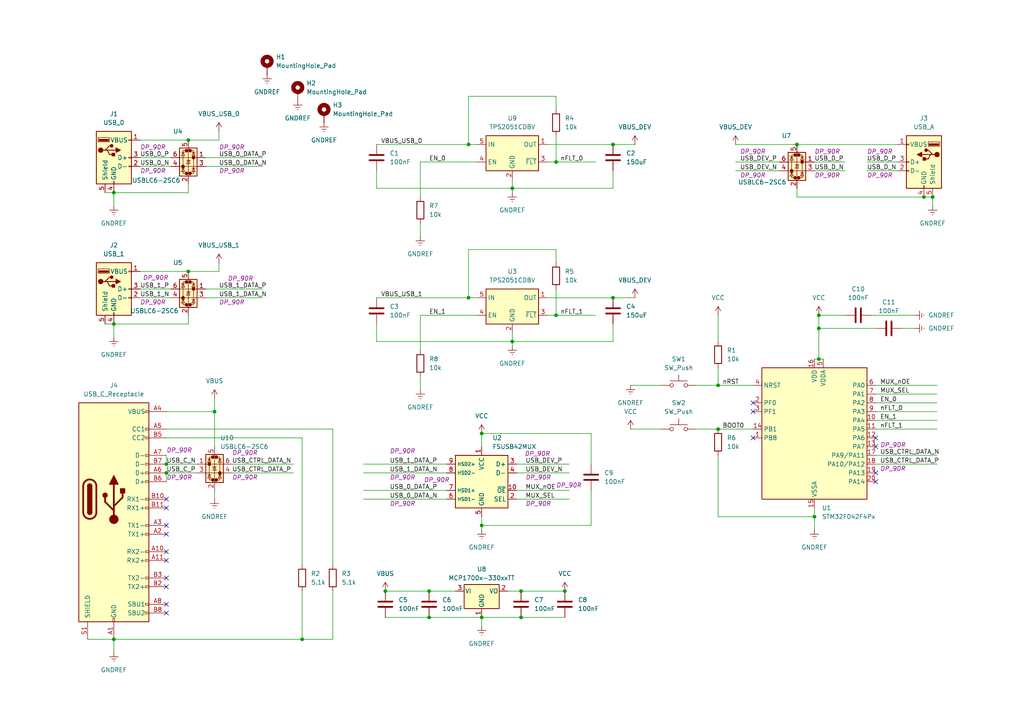
<source format=kicad_sch>
(kicad_sch
	(version 20250114)
	(generator "eeschema")
	(generator_version "9.0")
	(uuid "83e24069-4f42-46de-b305-ba44ffda0e41")
	(paper "A4")
	(lib_symbols
		(symbol "Connector:USB_A"
			(pin_names
				(offset 1.016)
			)
			(exclude_from_sim no)
			(in_bom yes)
			(on_board yes)
			(property "Reference" "J"
				(at -5.08 11.43 0)
				(effects
					(font
						(size 1.27 1.27)
					)
					(justify left)
				)
			)
			(property "Value" "USB_A"
				(at -5.08 8.89 0)
				(effects
					(font
						(size 1.27 1.27)
					)
					(justify left)
				)
			)
			(property "Footprint" ""
				(at 3.81 -1.27 0)
				(effects
					(font
						(size 1.27 1.27)
					)
					(hide yes)
				)
			)
			(property "Datasheet" "~"
				(at 3.81 -1.27 0)
				(effects
					(font
						(size 1.27 1.27)
					)
					(hide yes)
				)
			)
			(property "Description" "USB Type A connector"
				(at 0 0 0)
				(effects
					(font
						(size 1.27 1.27)
					)
					(hide yes)
				)
			)
			(property "ki_keywords" "connector USB"
				(at 0 0 0)
				(effects
					(font
						(size 1.27 1.27)
					)
					(hide yes)
				)
			)
			(property "ki_fp_filters" "USB*"
				(at 0 0 0)
				(effects
					(font
						(size 1.27 1.27)
					)
					(hide yes)
				)
			)
			(symbol "USB_A_0_1"
				(rectangle
					(start -5.08 -7.62)
					(end 5.08 7.62)
					(stroke
						(width 0.254)
						(type default)
					)
					(fill
						(type background)
					)
				)
				(circle
					(center -3.81 2.159)
					(radius 0.635)
					(stroke
						(width 0.254)
						(type default)
					)
					(fill
						(type outline)
					)
				)
				(polyline
					(pts
						(xy -3.175 2.159) (xy -2.54 2.159) (xy -1.27 3.429) (xy -0.635 3.429)
					)
					(stroke
						(width 0.254)
						(type default)
					)
					(fill
						(type none)
					)
				)
				(polyline
					(pts
						(xy -2.54 2.159) (xy -1.905 2.159) (xy -1.27 0.889) (xy 0 0.889)
					)
					(stroke
						(width 0.254)
						(type default)
					)
					(fill
						(type none)
					)
				)
				(rectangle
					(start -1.524 4.826)
					(end -4.318 5.334)
					(stroke
						(width 0)
						(type default)
					)
					(fill
						(type outline)
					)
				)
				(rectangle
					(start -1.27 4.572)
					(end -4.572 5.842)
					(stroke
						(width 0)
						(type default)
					)
					(fill
						(type none)
					)
				)
				(circle
					(center -0.635 3.429)
					(radius 0.381)
					(stroke
						(width 0.254)
						(type default)
					)
					(fill
						(type outline)
					)
				)
				(rectangle
					(start -0.127 -7.62)
					(end 0.127 -6.858)
					(stroke
						(width 0)
						(type default)
					)
					(fill
						(type none)
					)
				)
				(rectangle
					(start 0.254 1.27)
					(end -0.508 0.508)
					(stroke
						(width 0.254)
						(type default)
					)
					(fill
						(type outline)
					)
				)
				(polyline
					(pts
						(xy 0.635 2.794) (xy 0.635 1.524) (xy 1.905 2.159) (xy 0.635 2.794)
					)
					(stroke
						(width 0.254)
						(type default)
					)
					(fill
						(type outline)
					)
				)
				(rectangle
					(start 5.08 4.953)
					(end 4.318 5.207)
					(stroke
						(width 0)
						(type default)
					)
					(fill
						(type none)
					)
				)
				(rectangle
					(start 5.08 -0.127)
					(end 4.318 0.127)
					(stroke
						(width 0)
						(type default)
					)
					(fill
						(type none)
					)
				)
				(rectangle
					(start 5.08 -2.667)
					(end 4.318 -2.413)
					(stroke
						(width 0)
						(type default)
					)
					(fill
						(type none)
					)
				)
			)
			(symbol "USB_A_1_1"
				(polyline
					(pts
						(xy -1.905 2.159) (xy 0.635 2.159)
					)
					(stroke
						(width 0.254)
						(type default)
					)
					(fill
						(type none)
					)
				)
				(pin passive line
					(at -2.54 -10.16 90)
					(length 2.54)
					(name "Shield"
						(effects
							(font
								(size 1.27 1.27)
							)
						)
					)
					(number "5"
						(effects
							(font
								(size 1.27 1.27)
							)
						)
					)
				)
				(pin power_in line
					(at 0 -10.16 90)
					(length 2.54)
					(name "GND"
						(effects
							(font
								(size 1.27 1.27)
							)
						)
					)
					(number "4"
						(effects
							(font
								(size 1.27 1.27)
							)
						)
					)
				)
				(pin power_in line
					(at 7.62 5.08 180)
					(length 2.54)
					(name "VBUS"
						(effects
							(font
								(size 1.27 1.27)
							)
						)
					)
					(number "1"
						(effects
							(font
								(size 1.27 1.27)
							)
						)
					)
				)
				(pin bidirectional line
					(at 7.62 0 180)
					(length 2.54)
					(name "D+"
						(effects
							(font
								(size 1.27 1.27)
							)
						)
					)
					(number "3"
						(effects
							(font
								(size 1.27 1.27)
							)
						)
					)
				)
				(pin bidirectional line
					(at 7.62 -2.54 180)
					(length 2.54)
					(name "D-"
						(effects
							(font
								(size 1.27 1.27)
							)
						)
					)
					(number "2"
						(effects
							(font
								(size 1.27 1.27)
							)
						)
					)
				)
			)
			(embedded_fonts no)
		)
		(symbol "Connector:USB_C_Receptacle"
			(pin_names
				(offset 1.016)
			)
			(exclude_from_sim no)
			(in_bom yes)
			(on_board yes)
			(property "Reference" "J"
				(at -10.16 29.21 0)
				(effects
					(font
						(size 1.27 1.27)
					)
					(justify left)
				)
			)
			(property "Value" "USB_C_Receptacle"
				(at 10.16 29.21 0)
				(effects
					(font
						(size 1.27 1.27)
					)
					(justify right)
				)
			)
			(property "Footprint" ""
				(at 3.81 0 0)
				(effects
					(font
						(size 1.27 1.27)
					)
					(hide yes)
				)
			)
			(property "Datasheet" "https://www.usb.org/sites/default/files/documents/usb_type-c.zip"
				(at 3.81 0 0)
				(effects
					(font
						(size 1.27 1.27)
					)
					(hide yes)
				)
			)
			(property "Description" "USB Full-Featured Type-C Receptacle connector"
				(at 0 0 0)
				(effects
					(font
						(size 1.27 1.27)
					)
					(hide yes)
				)
			)
			(property "ki_keywords" "usb universal serial bus type-C full-featured"
				(at 0 0 0)
				(effects
					(font
						(size 1.27 1.27)
					)
					(hide yes)
				)
			)
			(property "ki_fp_filters" "USB*C*Receptacle*"
				(at 0 0 0)
				(effects
					(font
						(size 1.27 1.27)
					)
					(hide yes)
				)
			)
			(symbol "USB_C_Receptacle_0_0"
				(rectangle
					(start -0.254 -35.56)
					(end 0.254 -34.544)
					(stroke
						(width 0)
						(type default)
					)
					(fill
						(type none)
					)
				)
				(rectangle
					(start 10.16 25.654)
					(end 9.144 25.146)
					(stroke
						(width 0)
						(type default)
					)
					(fill
						(type none)
					)
				)
				(rectangle
					(start 10.16 20.574)
					(end 9.144 20.066)
					(stroke
						(width 0)
						(type default)
					)
					(fill
						(type none)
					)
				)
				(rectangle
					(start 10.16 18.034)
					(end 9.144 17.526)
					(stroke
						(width 0)
						(type default)
					)
					(fill
						(type none)
					)
				)
				(rectangle
					(start 10.16 12.954)
					(end 9.144 12.446)
					(stroke
						(width 0)
						(type default)
					)
					(fill
						(type none)
					)
				)
				(rectangle
					(start 10.16 10.414)
					(end 9.144 9.906)
					(stroke
						(width 0)
						(type default)
					)
					(fill
						(type none)
					)
				)
				(rectangle
					(start 10.16 7.874)
					(end 9.144 7.366)
					(stroke
						(width 0)
						(type default)
					)
					(fill
						(type none)
					)
				)
				(rectangle
					(start 10.16 5.334)
					(end 9.144 4.826)
					(stroke
						(width 0)
						(type default)
					)
					(fill
						(type none)
					)
				)
				(rectangle
					(start 10.16 0.254)
					(end 9.144 -0.254)
					(stroke
						(width 0)
						(type default)
					)
					(fill
						(type none)
					)
				)
				(rectangle
					(start 10.16 -2.286)
					(end 9.144 -2.794)
					(stroke
						(width 0)
						(type default)
					)
					(fill
						(type none)
					)
				)
				(rectangle
					(start 10.16 -7.366)
					(end 9.144 -7.874)
					(stroke
						(width 0)
						(type default)
					)
					(fill
						(type none)
					)
				)
				(rectangle
					(start 10.16 -9.906)
					(end 9.144 -10.414)
					(stroke
						(width 0)
						(type default)
					)
					(fill
						(type none)
					)
				)
				(rectangle
					(start 10.16 -14.986)
					(end 9.144 -15.494)
					(stroke
						(width 0)
						(type default)
					)
					(fill
						(type none)
					)
				)
				(rectangle
					(start 10.16 -17.526)
					(end 9.144 -18.034)
					(stroke
						(width 0)
						(type default)
					)
					(fill
						(type none)
					)
				)
				(rectangle
					(start 10.16 -22.606)
					(end 9.144 -23.114)
					(stroke
						(width 0)
						(type default)
					)
					(fill
						(type none)
					)
				)
				(rectangle
					(start 10.16 -25.146)
					(end 9.144 -25.654)
					(stroke
						(width 0)
						(type default)
					)
					(fill
						(type none)
					)
				)
				(rectangle
					(start 10.16 -30.226)
					(end 9.144 -30.734)
					(stroke
						(width 0)
						(type default)
					)
					(fill
						(type none)
					)
				)
				(rectangle
					(start 10.16 -32.766)
					(end 9.144 -33.274)
					(stroke
						(width 0)
						(type default)
					)
					(fill
						(type none)
					)
				)
			)
			(symbol "USB_C_Receptacle_0_1"
				(rectangle
					(start -10.16 27.94)
					(end 10.16 -35.56)
					(stroke
						(width 0.254)
						(type default)
					)
					(fill
						(type background)
					)
				)
				(polyline
					(pts
						(xy -8.89 -3.81) (xy -8.89 3.81)
					)
					(stroke
						(width 0.508)
						(type default)
					)
					(fill
						(type none)
					)
				)
				(rectangle
					(start -7.62 -3.81)
					(end -6.35 3.81)
					(stroke
						(width 0.254)
						(type default)
					)
					(fill
						(type outline)
					)
				)
				(arc
					(start -7.62 3.81)
					(mid -6.985 4.4423)
					(end -6.35 3.81)
					(stroke
						(width 0.254)
						(type default)
					)
					(fill
						(type none)
					)
				)
				(arc
					(start -7.62 3.81)
					(mid -6.985 4.4423)
					(end -6.35 3.81)
					(stroke
						(width 0.254)
						(type default)
					)
					(fill
						(type outline)
					)
				)
				(arc
					(start -8.89 3.81)
					(mid -6.985 5.7067)
					(end -5.08 3.81)
					(stroke
						(width 0.508)
						(type default)
					)
					(fill
						(type none)
					)
				)
				(arc
					(start -5.08 -3.81)
					(mid -6.985 -5.7067)
					(end -8.89 -3.81)
					(stroke
						(width 0.508)
						(type default)
					)
					(fill
						(type none)
					)
				)
				(arc
					(start -6.35 -3.81)
					(mid -6.985 -4.4423)
					(end -7.62 -3.81)
					(stroke
						(width 0.254)
						(type default)
					)
					(fill
						(type none)
					)
				)
				(arc
					(start -6.35 -3.81)
					(mid -6.985 -4.4423)
					(end -7.62 -3.81)
					(stroke
						(width 0.254)
						(type default)
					)
					(fill
						(type outline)
					)
				)
				(polyline
					(pts
						(xy -5.08 3.81) (xy -5.08 -3.81)
					)
					(stroke
						(width 0.508)
						(type default)
					)
					(fill
						(type none)
					)
				)
			)
			(symbol "USB_C_Receptacle_1_1"
				(circle
					(center -2.54 1.143)
					(radius 0.635)
					(stroke
						(width 0.254)
						(type default)
					)
					(fill
						(type outline)
					)
				)
				(polyline
					(pts
						(xy -1.27 4.318) (xy 0 6.858) (xy 1.27 4.318) (xy -1.27 4.318)
					)
					(stroke
						(width 0.254)
						(type default)
					)
					(fill
						(type outline)
					)
				)
				(polyline
					(pts
						(xy 0 -2.032) (xy 2.54 0.508) (xy 2.54 1.778)
					)
					(stroke
						(width 0.508)
						(type default)
					)
					(fill
						(type none)
					)
				)
				(polyline
					(pts
						(xy 0 -3.302) (xy -2.54 -0.762) (xy -2.54 0.508)
					)
					(stroke
						(width 0.508)
						(type default)
					)
					(fill
						(type none)
					)
				)
				(polyline
					(pts
						(xy 0 -5.842) (xy 0 4.318)
					)
					(stroke
						(width 0.508)
						(type default)
					)
					(fill
						(type none)
					)
				)
				(circle
					(center 0 -5.842)
					(radius 1.27)
					(stroke
						(width 0)
						(type default)
					)
					(fill
						(type outline)
					)
				)
				(rectangle
					(start 1.905 1.778)
					(end 3.175 3.048)
					(stroke
						(width 0.254)
						(type default)
					)
					(fill
						(type outline)
					)
				)
				(pin passive line
					(at -7.62 -40.64 90)
					(length 5.08)
					(name "SHIELD"
						(effects
							(font
								(size 1.27 1.27)
							)
						)
					)
					(number "S1"
						(effects
							(font
								(size 1.27 1.27)
							)
						)
					)
				)
				(pin passive line
					(at 0 -40.64 90)
					(length 5.08)
					(name "GND"
						(effects
							(font
								(size 1.27 1.27)
							)
						)
					)
					(number "A1"
						(effects
							(font
								(size 1.27 1.27)
							)
						)
					)
				)
				(pin passive line
					(at 0 -40.64 90)
					(length 5.08)
					(hide yes)
					(name "GND"
						(effects
							(font
								(size 1.27 1.27)
							)
						)
					)
					(number "A12"
						(effects
							(font
								(size 1.27 1.27)
							)
						)
					)
				)
				(pin passive line
					(at 0 -40.64 90)
					(length 5.08)
					(hide yes)
					(name "GND"
						(effects
							(font
								(size 1.27 1.27)
							)
						)
					)
					(number "B1"
						(effects
							(font
								(size 1.27 1.27)
							)
						)
					)
				)
				(pin passive line
					(at 0 -40.64 90)
					(length 5.08)
					(hide yes)
					(name "GND"
						(effects
							(font
								(size 1.27 1.27)
							)
						)
					)
					(number "B12"
						(effects
							(font
								(size 1.27 1.27)
							)
						)
					)
				)
				(pin passive line
					(at 15.24 25.4 180)
					(length 5.08)
					(name "VBUS"
						(effects
							(font
								(size 1.27 1.27)
							)
						)
					)
					(number "A4"
						(effects
							(font
								(size 1.27 1.27)
							)
						)
					)
				)
				(pin passive line
					(at 15.24 25.4 180)
					(length 5.08)
					(hide yes)
					(name "VBUS"
						(effects
							(font
								(size 1.27 1.27)
							)
						)
					)
					(number "A9"
						(effects
							(font
								(size 1.27 1.27)
							)
						)
					)
				)
				(pin passive line
					(at 15.24 25.4 180)
					(length 5.08)
					(hide yes)
					(name "VBUS"
						(effects
							(font
								(size 1.27 1.27)
							)
						)
					)
					(number "B4"
						(effects
							(font
								(size 1.27 1.27)
							)
						)
					)
				)
				(pin passive line
					(at 15.24 25.4 180)
					(length 5.08)
					(hide yes)
					(name "VBUS"
						(effects
							(font
								(size 1.27 1.27)
							)
						)
					)
					(number "B9"
						(effects
							(font
								(size 1.27 1.27)
							)
						)
					)
				)
				(pin bidirectional line
					(at 15.24 20.32 180)
					(length 5.08)
					(name "CC1"
						(effects
							(font
								(size 1.27 1.27)
							)
						)
					)
					(number "A5"
						(effects
							(font
								(size 1.27 1.27)
							)
						)
					)
				)
				(pin bidirectional line
					(at 15.24 17.78 180)
					(length 5.08)
					(name "CC2"
						(effects
							(font
								(size 1.27 1.27)
							)
						)
					)
					(number "B5"
						(effects
							(font
								(size 1.27 1.27)
							)
						)
					)
				)
				(pin bidirectional line
					(at 15.24 12.7 180)
					(length 5.08)
					(name "D-"
						(effects
							(font
								(size 1.27 1.27)
							)
						)
					)
					(number "A7"
						(effects
							(font
								(size 1.27 1.27)
							)
						)
					)
				)
				(pin bidirectional line
					(at 15.24 10.16 180)
					(length 5.08)
					(name "D-"
						(effects
							(font
								(size 1.27 1.27)
							)
						)
					)
					(number "B7"
						(effects
							(font
								(size 1.27 1.27)
							)
						)
					)
				)
				(pin bidirectional line
					(at 15.24 7.62 180)
					(length 5.08)
					(name "D+"
						(effects
							(font
								(size 1.27 1.27)
							)
						)
					)
					(number "A6"
						(effects
							(font
								(size 1.27 1.27)
							)
						)
					)
				)
				(pin bidirectional line
					(at 15.24 5.08 180)
					(length 5.08)
					(name "D+"
						(effects
							(font
								(size 1.27 1.27)
							)
						)
					)
					(number "B6"
						(effects
							(font
								(size 1.27 1.27)
							)
						)
					)
				)
				(pin bidirectional line
					(at 15.24 0 180)
					(length 5.08)
					(name "RX1-"
						(effects
							(font
								(size 1.27 1.27)
							)
						)
					)
					(number "B10"
						(effects
							(font
								(size 1.27 1.27)
							)
						)
					)
				)
				(pin bidirectional line
					(at 15.24 -2.54 180)
					(length 5.08)
					(name "RX1+"
						(effects
							(font
								(size 1.27 1.27)
							)
						)
					)
					(number "B11"
						(effects
							(font
								(size 1.27 1.27)
							)
						)
					)
				)
				(pin bidirectional line
					(at 15.24 -7.62 180)
					(length 5.08)
					(name "TX1-"
						(effects
							(font
								(size 1.27 1.27)
							)
						)
					)
					(number "A3"
						(effects
							(font
								(size 1.27 1.27)
							)
						)
					)
				)
				(pin bidirectional line
					(at 15.24 -10.16 180)
					(length 5.08)
					(name "TX1+"
						(effects
							(font
								(size 1.27 1.27)
							)
						)
					)
					(number "A2"
						(effects
							(font
								(size 1.27 1.27)
							)
						)
					)
				)
				(pin bidirectional line
					(at 15.24 -15.24 180)
					(length 5.08)
					(name "RX2-"
						(effects
							(font
								(size 1.27 1.27)
							)
						)
					)
					(number "A10"
						(effects
							(font
								(size 1.27 1.27)
							)
						)
					)
				)
				(pin bidirectional line
					(at 15.24 -17.78 180)
					(length 5.08)
					(name "RX2+"
						(effects
							(font
								(size 1.27 1.27)
							)
						)
					)
					(number "A11"
						(effects
							(font
								(size 1.27 1.27)
							)
						)
					)
				)
				(pin bidirectional line
					(at 15.24 -22.86 180)
					(length 5.08)
					(name "TX2-"
						(effects
							(font
								(size 1.27 1.27)
							)
						)
					)
					(number "B3"
						(effects
							(font
								(size 1.27 1.27)
							)
						)
					)
				)
				(pin bidirectional line
					(at 15.24 -25.4 180)
					(length 5.08)
					(name "TX2+"
						(effects
							(font
								(size 1.27 1.27)
							)
						)
					)
					(number "B2"
						(effects
							(font
								(size 1.27 1.27)
							)
						)
					)
				)
				(pin bidirectional line
					(at 15.24 -30.48 180)
					(length 5.08)
					(name "SBU1"
						(effects
							(font
								(size 1.27 1.27)
							)
						)
					)
					(number "A8"
						(effects
							(font
								(size 1.27 1.27)
							)
						)
					)
				)
				(pin bidirectional line
					(at 15.24 -33.02 180)
					(length 5.08)
					(name "SBU2"
						(effects
							(font
								(size 1.27 1.27)
							)
						)
					)
					(number "B8"
						(effects
							(font
								(size 1.27 1.27)
							)
						)
					)
				)
			)
			(embedded_fonts no)
		)
		(symbol "Device:C"
			(pin_numbers
				(hide yes)
			)
			(pin_names
				(offset 0.254)
			)
			(exclude_from_sim no)
			(in_bom yes)
			(on_board yes)
			(property "Reference" "C"
				(at 0.635 2.54 0)
				(effects
					(font
						(size 1.27 1.27)
					)
					(justify left)
				)
			)
			(property "Value" "C"
				(at 0.635 -2.54 0)
				(effects
					(font
						(size 1.27 1.27)
					)
					(justify left)
				)
			)
			(property "Footprint" ""
				(at 0.9652 -3.81 0)
				(effects
					(font
						(size 1.27 1.27)
					)
					(hide yes)
				)
			)
			(property "Datasheet" "~"
				(at 0 0 0)
				(effects
					(font
						(size 1.27 1.27)
					)
					(hide yes)
				)
			)
			(property "Description" "Unpolarized capacitor"
				(at 0 0 0)
				(effects
					(font
						(size 1.27 1.27)
					)
					(hide yes)
				)
			)
			(property "ki_keywords" "cap capacitor"
				(at 0 0 0)
				(effects
					(font
						(size 1.27 1.27)
					)
					(hide yes)
				)
			)
			(property "ki_fp_filters" "C_*"
				(at 0 0 0)
				(effects
					(font
						(size 1.27 1.27)
					)
					(hide yes)
				)
			)
			(symbol "C_0_1"
				(polyline
					(pts
						(xy -2.032 0.762) (xy 2.032 0.762)
					)
					(stroke
						(width 0.508)
						(type default)
					)
					(fill
						(type none)
					)
				)
				(polyline
					(pts
						(xy -2.032 -0.762) (xy 2.032 -0.762)
					)
					(stroke
						(width 0.508)
						(type default)
					)
					(fill
						(type none)
					)
				)
			)
			(symbol "C_1_1"
				(pin passive line
					(at 0 3.81 270)
					(length 2.794)
					(name "~"
						(effects
							(font
								(size 1.27 1.27)
							)
						)
					)
					(number "1"
						(effects
							(font
								(size 1.27 1.27)
							)
						)
					)
				)
				(pin passive line
					(at 0 -3.81 90)
					(length 2.794)
					(name "~"
						(effects
							(font
								(size 1.27 1.27)
							)
						)
					)
					(number "2"
						(effects
							(font
								(size 1.27 1.27)
							)
						)
					)
				)
			)
			(embedded_fonts no)
		)
		(symbol "Device:R"
			(pin_numbers
				(hide yes)
			)
			(pin_names
				(offset 0)
			)
			(exclude_from_sim no)
			(in_bom yes)
			(on_board yes)
			(property "Reference" "R"
				(at 2.032 0 90)
				(effects
					(font
						(size 1.27 1.27)
					)
				)
			)
			(property "Value" "R"
				(at 0 0 90)
				(effects
					(font
						(size 1.27 1.27)
					)
				)
			)
			(property "Footprint" ""
				(at -1.778 0 90)
				(effects
					(font
						(size 1.27 1.27)
					)
					(hide yes)
				)
			)
			(property "Datasheet" "~"
				(at 0 0 0)
				(effects
					(font
						(size 1.27 1.27)
					)
					(hide yes)
				)
			)
			(property "Description" "Resistor"
				(at 0 0 0)
				(effects
					(font
						(size 1.27 1.27)
					)
					(hide yes)
				)
			)
			(property "ki_keywords" "R res resistor"
				(at 0 0 0)
				(effects
					(font
						(size 1.27 1.27)
					)
					(hide yes)
				)
			)
			(property "ki_fp_filters" "R_*"
				(at 0 0 0)
				(effects
					(font
						(size 1.27 1.27)
					)
					(hide yes)
				)
			)
			(symbol "R_0_1"
				(rectangle
					(start -1.016 -2.54)
					(end 1.016 2.54)
					(stroke
						(width 0.254)
						(type default)
					)
					(fill
						(type none)
					)
				)
			)
			(symbol "R_1_1"
				(pin passive line
					(at 0 3.81 270)
					(length 1.27)
					(name "~"
						(effects
							(font
								(size 1.27 1.27)
							)
						)
					)
					(number "1"
						(effects
							(font
								(size 1.27 1.27)
							)
						)
					)
				)
				(pin passive line
					(at 0 -3.81 90)
					(length 1.27)
					(name "~"
						(effects
							(font
								(size 1.27 1.27)
							)
						)
					)
					(number "2"
						(effects
							(font
								(size 1.27 1.27)
							)
						)
					)
				)
			)
			(embedded_fonts no)
		)
		(symbol "Interface_USB:FSUSB42MUX"
			(exclude_from_sim no)
			(in_bom yes)
			(on_board yes)
			(property "Reference" "U"
				(at -6.35 8.89 0)
				(effects
					(font
						(size 1.27 1.27)
					)
				)
			)
			(property "Value" "FSUSB42MUX"
				(at 7.62 8.89 0)
				(effects
					(font
						(size 1.27 1.27)
					)
				)
			)
			(property "Footprint" "Package_SO:MSOP-10_3x3mm_P0.5mm"
				(at 0 -20.32 0)
				(effects
					(font
						(size 1.27 1.27)
					)
					(hide yes)
				)
			)
			(property "Datasheet" "https://www.onsemi.com/pub/Collateral/FSUSB42-D.PDF"
				(at 0 -2.54 0)
				(effects
					(font
						(size 1.27 1.27)
					)
					(hide yes)
				)
			)
			(property "Description" "Low-Power, Two-Port, High-Speed, USB2.0 (480Mbps) or UART Switch, MSOP-10"
				(at 0 0 0)
				(effects
					(font
						(size 1.27 1.27)
					)
					(hide yes)
				)
			)
			(property "ki_keywords" "USB 2.0 UART High Speed Switch"
				(at 0 0 0)
				(effects
					(font
						(size 1.27 1.27)
					)
					(hide yes)
				)
			)
			(property "ki_fp_filters" "MSOP*3x3mm*P0.5mm*"
				(at 0 0 0)
				(effects
					(font
						(size 1.27 1.27)
					)
					(hide yes)
				)
			)
			(symbol "FSUSB42MUX_0_1"
				(rectangle
					(start 7.62 7.62)
					(end -7.62 -7.62)
					(stroke
						(width 0.254)
						(type default)
					)
					(fill
						(type background)
					)
				)
			)
			(symbol "FSUSB42MUX_1_1"
				(pin bidirectional line
					(at -10.16 5.08 0)
					(length 2.54)
					(name "D+"
						(effects
							(font
								(size 1.27 1.27)
							)
						)
					)
					(number "3"
						(effects
							(font
								(size 1.27 1.27)
							)
						)
					)
				)
				(pin bidirectional line
					(at -10.16 2.54 0)
					(length 2.54)
					(name "D-"
						(effects
							(font
								(size 1.27 1.27)
							)
						)
					)
					(number "4"
						(effects
							(font
								(size 1.27 1.27)
							)
						)
					)
				)
				(pin input line
					(at -10.16 -2.54 0)
					(length 2.54)
					(name "~{OE}"
						(effects
							(font
								(size 1.27 1.27)
							)
						)
					)
					(number "10"
						(effects
							(font
								(size 1.27 1.27)
							)
						)
					)
				)
				(pin input line
					(at -10.16 -5.08 0)
					(length 2.54)
					(name "SEL"
						(effects
							(font
								(size 1.27 1.27)
							)
						)
					)
					(number "2"
						(effects
							(font
								(size 1.27 1.27)
							)
						)
					)
				)
				(pin power_in line
					(at 0 10.16 270)
					(length 2.54)
					(name "VCC"
						(effects
							(font
								(size 1.27 1.27)
							)
						)
					)
					(number "1"
						(effects
							(font
								(size 1.27 1.27)
							)
						)
					)
				)
				(pin power_in line
					(at 0 -10.16 90)
					(length 2.54)
					(name "GND"
						(effects
							(font
								(size 1.27 1.27)
							)
						)
					)
					(number "5"
						(effects
							(font
								(size 1.27 1.27)
							)
						)
					)
				)
				(pin bidirectional line
					(at 10.16 5.08 180)
					(length 2.54)
					(name "HSD2+"
						(effects
							(font
								(size 0.9906 0.9906)
							)
						)
					)
					(number "9"
						(effects
							(font
								(size 1.27 1.27)
							)
						)
					)
				)
				(pin bidirectional line
					(at 10.16 2.54 180)
					(length 2.54)
					(name "HSD2-"
						(effects
							(font
								(size 0.9906 0.9906)
							)
						)
					)
					(number "8"
						(effects
							(font
								(size 1.27 1.27)
							)
						)
					)
				)
				(pin bidirectional line
					(at 10.16 -2.54 180)
					(length 2.54)
					(name "HSD1+"
						(effects
							(font
								(size 0.9906 0.9906)
							)
						)
					)
					(number "7"
						(effects
							(font
								(size 1.27 1.27)
							)
						)
					)
				)
				(pin bidirectional line
					(at 10.16 -5.08 180)
					(length 2.54)
					(name "HSD1-"
						(effects
							(font
								(size 0.9906 0.9906)
							)
						)
					)
					(number "6"
						(effects
							(font
								(size 1.27 1.27)
							)
						)
					)
				)
			)
			(embedded_fonts no)
		)
		(symbol "MCU_ST_STM32F0:STM32F042F4Px"
			(exclude_from_sim no)
			(in_bom yes)
			(on_board yes)
			(property "Reference" "U"
				(at -15.24 21.59 0)
				(effects
					(font
						(size 1.27 1.27)
					)
					(justify left)
				)
			)
			(property "Value" "STM32F042F4Px"
				(at 5.08 21.59 0)
				(effects
					(font
						(size 1.27 1.27)
					)
					(justify left)
				)
			)
			(property "Footprint" "Package_SO:TSSOP-20_4.4x6.5mm_P0.65mm"
				(at -15.24 -17.78 0)
				(effects
					(font
						(size 1.27 1.27)
					)
					(justify right)
					(hide yes)
				)
			)
			(property "Datasheet" "https://www.st.com/resource/en/datasheet/stm32f042f4.pdf"
				(at 0 0 0)
				(effects
					(font
						(size 1.27 1.27)
					)
					(hide yes)
				)
			)
			(property "Description" "STMicroelectronics Arm Cortex-M0 MCU, 16KB flash, 6KB RAM, 48 MHz, 2.0-3.6V, 16 GPIO, TSSOP20"
				(at 0 0 0)
				(effects
					(font
						(size 1.27 1.27)
					)
					(hide yes)
				)
			)
			(property "ki_keywords" "Arm Cortex-M0 STM32F0 STM32F0x2"
				(at 0 0 0)
				(effects
					(font
						(size 1.27 1.27)
					)
					(hide yes)
				)
			)
			(property "ki_fp_filters" "TSSOP*4.4x6.5mm*P0.65mm*"
				(at 0 0 0)
				(effects
					(font
						(size 1.27 1.27)
					)
					(hide yes)
				)
			)
			(symbol "STM32F042F4Px_0_1"
				(rectangle
					(start -15.24 -17.78)
					(end 15.24 20.32)
					(stroke
						(width 0.254)
						(type default)
					)
					(fill
						(type background)
					)
				)
			)
			(symbol "STM32F042F4Px_1_1"
				(pin input line
					(at -17.78 15.24 0)
					(length 2.54)
					(name "NRST"
						(effects
							(font
								(size 1.27 1.27)
							)
						)
					)
					(number "4"
						(effects
							(font
								(size 1.27 1.27)
							)
						)
					)
				)
				(pin bidirectional line
					(at -17.78 10.16 0)
					(length 2.54)
					(name "PF0"
						(effects
							(font
								(size 1.27 1.27)
							)
						)
					)
					(number "2"
						(effects
							(font
								(size 1.27 1.27)
							)
						)
					)
					(alternate "CRS_SYNC" bidirectional line)
					(alternate "I2C1_SDA" bidirectional line)
					(alternate "RCC_OSC_IN" bidirectional line)
				)
				(pin bidirectional line
					(at -17.78 7.62 0)
					(length 2.54)
					(name "PF1"
						(effects
							(font
								(size 1.27 1.27)
							)
						)
					)
					(number "3"
						(effects
							(font
								(size 1.27 1.27)
							)
						)
					)
					(alternate "I2C1_SCL" bidirectional line)
					(alternate "RCC_OSC_OUT" bidirectional line)
				)
				(pin bidirectional line
					(at -17.78 2.54 0)
					(length 2.54)
					(name "PB1"
						(effects
							(font
								(size 1.27 1.27)
							)
						)
					)
					(number "14"
						(effects
							(font
								(size 1.27 1.27)
							)
						)
					)
					(alternate "ADC_IN9" bidirectional line)
					(alternate "TIM14_CH1" bidirectional line)
					(alternate "TIM1_CH3N" bidirectional line)
					(alternate "TIM3_CH4" bidirectional line)
				)
				(pin bidirectional line
					(at -17.78 0 0)
					(length 2.54)
					(name "PB8"
						(effects
							(font
								(size 1.27 1.27)
							)
						)
					)
					(number "1"
						(effects
							(font
								(size 1.27 1.27)
							)
						)
					)
					(alternate "CAN_RX" bidirectional line)
					(alternate "CEC" bidirectional line)
					(alternate "I2C1_SCL" bidirectional line)
					(alternate "TIM16_CH1" bidirectional line)
					(alternate "TSC_SYNC" bidirectional line)
				)
				(pin power_in line
					(at 0 22.86 270)
					(length 2.54)
					(name "VDD"
						(effects
							(font
								(size 1.27 1.27)
							)
						)
					)
					(number "16"
						(effects
							(font
								(size 1.27 1.27)
							)
						)
					)
				)
				(pin power_in line
					(at 0 -20.32 90)
					(length 2.54)
					(name "VSSA"
						(effects
							(font
								(size 1.27 1.27)
							)
						)
					)
					(number "15"
						(effects
							(font
								(size 1.27 1.27)
							)
						)
					)
				)
				(pin power_in line
					(at 2.54 22.86 270)
					(length 2.54)
					(name "VDDA"
						(effects
							(font
								(size 1.27 1.27)
							)
						)
					)
					(number "5"
						(effects
							(font
								(size 1.27 1.27)
							)
						)
					)
				)
				(pin bidirectional line
					(at 17.78 15.24 180)
					(length 2.54)
					(name "PA0"
						(effects
							(font
								(size 1.27 1.27)
							)
						)
					)
					(number "6"
						(effects
							(font
								(size 1.27 1.27)
							)
						)
					)
					(alternate "ADC_IN0" bidirectional line)
					(alternate "RTC_TAMP2" bidirectional line)
					(alternate "SYS_WKUP1" bidirectional line)
					(alternate "TIM2_CH1" bidirectional line)
					(alternate "TIM2_ETR" bidirectional line)
					(alternate "TSC_G1_IO1" bidirectional line)
					(alternate "USART2_CTS" bidirectional line)
				)
				(pin bidirectional line
					(at 17.78 12.7 180)
					(length 2.54)
					(name "PA1"
						(effects
							(font
								(size 1.27 1.27)
							)
						)
					)
					(number "7"
						(effects
							(font
								(size 1.27 1.27)
							)
						)
					)
					(alternate "ADC_IN1" bidirectional line)
					(alternate "TIM2_CH2" bidirectional line)
					(alternate "TSC_G1_IO2" bidirectional line)
					(alternate "USART2_DE" bidirectional line)
					(alternate "USART2_RTS" bidirectional line)
				)
				(pin bidirectional line
					(at 17.78 10.16 180)
					(length 2.54)
					(name "PA2"
						(effects
							(font
								(size 1.27 1.27)
							)
						)
					)
					(number "8"
						(effects
							(font
								(size 1.27 1.27)
							)
						)
					)
					(alternate "ADC_IN2" bidirectional line)
					(alternate "SYS_WKUP4" bidirectional line)
					(alternate "TIM2_CH3" bidirectional line)
					(alternate "TSC_G1_IO3" bidirectional line)
					(alternate "USART2_TX" bidirectional line)
				)
				(pin bidirectional line
					(at 17.78 7.62 180)
					(length 2.54)
					(name "PA3"
						(effects
							(font
								(size 1.27 1.27)
							)
						)
					)
					(number "9"
						(effects
							(font
								(size 1.27 1.27)
							)
						)
					)
					(alternate "ADC_IN3" bidirectional line)
					(alternate "TIM2_CH4" bidirectional line)
					(alternate "TSC_G1_IO4" bidirectional line)
					(alternate "USART2_RX" bidirectional line)
				)
				(pin bidirectional line
					(at 17.78 5.08 180)
					(length 2.54)
					(name "PA4"
						(effects
							(font
								(size 1.27 1.27)
							)
						)
					)
					(number "10"
						(effects
							(font
								(size 1.27 1.27)
							)
						)
					)
					(alternate "ADC_IN4" bidirectional line)
					(alternate "I2S1_WS" bidirectional line)
					(alternate "SPI1_NSS" bidirectional line)
					(alternate "TIM14_CH1" bidirectional line)
					(alternate "TSC_G2_IO1" bidirectional line)
					(alternate "USART2_CK" bidirectional line)
					(alternate "USB_NOE" bidirectional line)
				)
				(pin bidirectional line
					(at 17.78 2.54 180)
					(length 2.54)
					(name "PA5"
						(effects
							(font
								(size 1.27 1.27)
							)
						)
					)
					(number "11"
						(effects
							(font
								(size 1.27 1.27)
							)
						)
					)
					(alternate "ADC_IN5" bidirectional line)
					(alternate "CEC" bidirectional line)
					(alternate "I2S1_CK" bidirectional line)
					(alternate "SPI1_SCK" bidirectional line)
					(alternate "TIM2_CH1" bidirectional line)
					(alternate "TIM2_ETR" bidirectional line)
					(alternate "TSC_G2_IO2" bidirectional line)
				)
				(pin bidirectional line
					(at 17.78 0 180)
					(length 2.54)
					(name "PA6"
						(effects
							(font
								(size 1.27 1.27)
							)
						)
					)
					(number "12"
						(effects
							(font
								(size 1.27 1.27)
							)
						)
					)
					(alternate "ADC_IN6" bidirectional line)
					(alternate "I2S1_MCK" bidirectional line)
					(alternate "SPI1_MISO" bidirectional line)
					(alternate "TIM16_CH1" bidirectional line)
					(alternate "TIM1_BKIN" bidirectional line)
					(alternate "TIM3_CH1" bidirectional line)
					(alternate "TSC_G2_IO3" bidirectional line)
				)
				(pin bidirectional line
					(at 17.78 -2.54 180)
					(length 2.54)
					(name "PA7"
						(effects
							(font
								(size 1.27 1.27)
							)
						)
					)
					(number "13"
						(effects
							(font
								(size 1.27 1.27)
							)
						)
					)
					(alternate "ADC_IN7" bidirectional line)
					(alternate "I2S1_SD" bidirectional line)
					(alternate "SPI1_MOSI" bidirectional line)
					(alternate "TIM14_CH1" bidirectional line)
					(alternate "TIM17_CH1" bidirectional line)
					(alternate "TIM1_CH1N" bidirectional line)
					(alternate "TIM3_CH2" bidirectional line)
					(alternate "TSC_G2_IO4" bidirectional line)
				)
				(pin bidirectional line
					(at 17.78 -5.08 180)
					(length 2.54)
					(name "PA9/PA11"
						(effects
							(font
								(size 1.27 1.27)
							)
						)
					)
					(number "17"
						(effects
							(font
								(size 1.27 1.27)
							)
						)
					)
					(alternate "CAN_RX (PA11)" bidirectional line)
					(alternate "I2C1_SCL (PA11)" bidirectional line)
					(alternate "I2C1_SCL (PA9)" bidirectional line)
					(alternate "PA11" bidirectional line)
					(alternate "PA9" bidirectional line)
					(alternate "TIM1_CH2 (PA9)" bidirectional line)
					(alternate "TIM1_CH4 (PA11)" bidirectional line)
					(alternate "TSC_G4_IO1 (PA9)" bidirectional line)
					(alternate "TSC_G4_IO3 (PA11)" bidirectional line)
					(alternate "USART1_TX (PA9)" bidirectional line)
					(alternate "USB_DM (PA11)" bidirectional line)
				)
				(pin bidirectional line
					(at 17.78 -7.62 180)
					(length 2.54)
					(name "PA10/PA12"
						(effects
							(font
								(size 1.27 1.27)
							)
						)
					)
					(number "18"
						(effects
							(font
								(size 1.27 1.27)
							)
						)
					)
					(alternate "CAN_TX (PA12)" bidirectional line)
					(alternate "I2C1_SDA (PA10)" bidirectional line)
					(alternate "PA10" bidirectional line)
					(alternate "PA12" bidirectional line)
					(alternate "TIM17_BKIN (PA10)" bidirectional line)
					(alternate "TIM1_CH3 (PA10)" bidirectional line)
					(alternate "TIM1_ETR (PA12)" bidirectional line)
					(alternate "TSC_G4_IO2 (PA10)" bidirectional line)
					(alternate "TSC_G4_IO4 (PA12)" bidirectional line)
					(alternate "USART1_RX (PA10)" bidirectional line)
					(alternate "USB_DP (PA12)" bidirectional line)
				)
				(pin bidirectional line
					(at 17.78 -10.16 180)
					(length 2.54)
					(name "PA13"
						(effects
							(font
								(size 1.27 1.27)
							)
						)
					)
					(number "19"
						(effects
							(font
								(size 1.27 1.27)
							)
						)
					)
					(alternate "IR_OUT" bidirectional line)
					(alternate "SYS_SWDIO" bidirectional line)
					(alternate "USB_NOE" bidirectional line)
				)
				(pin bidirectional line
					(at 17.78 -12.7 180)
					(length 2.54)
					(name "PA14"
						(effects
							(font
								(size 1.27 1.27)
							)
						)
					)
					(number "20"
						(effects
							(font
								(size 1.27 1.27)
							)
						)
					)
					(alternate "SYS_SWCLK" bidirectional line)
					(alternate "USART2_TX" bidirectional line)
				)
			)
			(embedded_fonts no)
		)
		(symbol "Mechanical:MountingHole_Pad"
			(pin_numbers
				(hide yes)
			)
			(pin_names
				(offset 1.016)
				(hide yes)
			)
			(exclude_from_sim no)
			(in_bom no)
			(on_board yes)
			(property "Reference" "H"
				(at 0 6.35 0)
				(effects
					(font
						(size 1.27 1.27)
					)
				)
			)
			(property "Value" "MountingHole_Pad"
				(at 0 4.445 0)
				(effects
					(font
						(size 1.27 1.27)
					)
				)
			)
			(property "Footprint" ""
				(at 0 0 0)
				(effects
					(font
						(size 1.27 1.27)
					)
					(hide yes)
				)
			)
			(property "Datasheet" "~"
				(at 0 0 0)
				(effects
					(font
						(size 1.27 1.27)
					)
					(hide yes)
				)
			)
			(property "Description" "Mounting Hole with connection"
				(at 0 0 0)
				(effects
					(font
						(size 1.27 1.27)
					)
					(hide yes)
				)
			)
			(property "ki_keywords" "mounting hole"
				(at 0 0 0)
				(effects
					(font
						(size 1.27 1.27)
					)
					(hide yes)
				)
			)
			(property "ki_fp_filters" "MountingHole*Pad*"
				(at 0 0 0)
				(effects
					(font
						(size 1.27 1.27)
					)
					(hide yes)
				)
			)
			(symbol "MountingHole_Pad_0_1"
				(circle
					(center 0 1.27)
					(radius 1.27)
					(stroke
						(width 1.27)
						(type default)
					)
					(fill
						(type none)
					)
				)
			)
			(symbol "MountingHole_Pad_1_1"
				(pin input line
					(at 0 -2.54 90)
					(length 2.54)
					(name "1"
						(effects
							(font
								(size 1.27 1.27)
							)
						)
					)
					(number "1"
						(effects
							(font
								(size 1.27 1.27)
							)
						)
					)
				)
			)
			(embedded_fonts no)
		)
		(symbol "Power_Management:TPS2051CDBV"
			(exclude_from_sim no)
			(in_bom yes)
			(on_board yes)
			(property "Reference" "U"
				(at -7.62 -6.35 0)
				(effects
					(font
						(size 1.27 1.27)
					)
					(justify left)
				)
			)
			(property "Value" "TPS2051CDBV"
				(at -7.62 6.35 0)
				(effects
					(font
						(size 1.27 1.27)
					)
					(justify left)
				)
			)
			(property "Footprint" "Package_TO_SOT_SMD:SOT-23-5"
				(at 1.27 -7.62 0)
				(effects
					(font
						(size 1.27 1.27)
					)
					(justify left)
					(hide yes)
				)
			)
			(property "Datasheet" "https://www.ti.com/lit/ds/symlink/tps2051c.pdf"
				(at 1.27 -10.16 0)
				(effects
					(font
						(size 1.27 1.27)
					)
					(justify left)
					(hide yes)
				)
			)
			(property "Description" "0.5A Current limited power switch, single channel, output discharge, reverse blocking, SOT-23-5"
				(at 0 0 0)
				(effects
					(font
						(size 1.27 1.27)
					)
					(hide yes)
				)
			)
			(property "ki_keywords" "Limit USB Active High"
				(at 0 0 0)
				(effects
					(font
						(size 1.27 1.27)
					)
					(hide yes)
				)
			)
			(property "ki_fp_filters" "SOT?23*"
				(at 0 0 0)
				(effects
					(font
						(size 1.27 1.27)
					)
					(hide yes)
				)
			)
			(symbol "TPS2051CDBV_0_1"
				(rectangle
					(start -7.62 5.08)
					(end 7.62 -5.08)
					(stroke
						(width 0.254)
						(type default)
					)
					(fill
						(type background)
					)
				)
			)
			(symbol "TPS2051CDBV_1_1"
				(pin power_in line
					(at -10.16 2.54 0)
					(length 2.54)
					(name "IN"
						(effects
							(font
								(size 1.27 1.27)
							)
						)
					)
					(number "5"
						(effects
							(font
								(size 1.27 1.27)
							)
						)
					)
				)
				(pin input line
					(at -10.16 -2.54 0)
					(length 2.54)
					(name "EN"
						(effects
							(font
								(size 1.27 1.27)
							)
						)
					)
					(number "4"
						(effects
							(font
								(size 1.27 1.27)
							)
						)
					)
				)
				(pin power_in line
					(at 0 -7.62 90)
					(length 2.54)
					(name "GND"
						(effects
							(font
								(size 1.27 1.27)
							)
						)
					)
					(number "2"
						(effects
							(font
								(size 1.27 1.27)
							)
						)
					)
				)
				(pin power_out line
					(at 10.16 2.54 180)
					(length 2.54)
					(name "OUT"
						(effects
							(font
								(size 1.27 1.27)
							)
						)
					)
					(number "1"
						(effects
							(font
								(size 1.27 1.27)
							)
						)
					)
				)
				(pin open_collector line
					(at 10.16 -2.54 180)
					(length 2.54)
					(name "~{FLT}"
						(effects
							(font
								(size 1.27 1.27)
							)
						)
					)
					(number "3"
						(effects
							(font
								(size 1.27 1.27)
							)
						)
					)
				)
			)
			(embedded_fonts no)
		)
		(symbol "Power_Protection:USBLC6-2SC6"
			(pin_names
				(hide yes)
			)
			(exclude_from_sim no)
			(in_bom yes)
			(on_board yes)
			(property "Reference" "U"
				(at 0.635 5.715 0)
				(effects
					(font
						(size 1.27 1.27)
					)
					(justify left)
				)
			)
			(property "Value" "USBLC6-2SC6"
				(at 0.635 3.81 0)
				(effects
					(font
						(size 1.27 1.27)
					)
					(justify left)
				)
			)
			(property "Footprint" "Package_TO_SOT_SMD:SOT-23-6"
				(at 1.27 -6.35 0)
				(effects
					(font
						(size 1.27 1.27)
						(italic yes)
					)
					(justify left)
					(hide yes)
				)
			)
			(property "Datasheet" "https://www.st.com/resource/en/datasheet/usblc6-2.pdf"
				(at 1.27 -8.255 0)
				(effects
					(font
						(size 1.27 1.27)
					)
					(justify left)
					(hide yes)
				)
			)
			(property "Description" "Very low capacitance ESD protection diode, 2 data-line, SOT-23-6"
				(at 0 0 0)
				(effects
					(font
						(size 1.27 1.27)
					)
					(hide yes)
				)
			)
			(property "ki_keywords" "usb ethernet video"
				(at 0 0 0)
				(effects
					(font
						(size 1.27 1.27)
					)
					(hide yes)
				)
			)
			(property "ki_fp_filters" "SOT?23*"
				(at 0 0 0)
				(effects
					(font
						(size 1.27 1.27)
					)
					(hide yes)
				)
			)
			(symbol "USBLC6-2SC6_0_0"
				(circle
					(center -1.524 0)
					(radius 0.0001)
					(stroke
						(width 0.508)
						(type default)
					)
					(fill
						(type none)
					)
				)
				(circle
					(center -0.508 2.032)
					(radius 0.0001)
					(stroke
						(width 0.508)
						(type default)
					)
					(fill
						(type none)
					)
				)
				(circle
					(center -0.508 -4.572)
					(radius 0.0001)
					(stroke
						(width 0.508)
						(type default)
					)
					(fill
						(type none)
					)
				)
				(circle
					(center 0.508 2.032)
					(radius 0.0001)
					(stroke
						(width 0.508)
						(type default)
					)
					(fill
						(type none)
					)
				)
				(circle
					(center 0.508 -4.572)
					(radius 0.0001)
					(stroke
						(width 0.508)
						(type default)
					)
					(fill
						(type none)
					)
				)
				(circle
					(center 1.524 -2.54)
					(radius 0.0001)
					(stroke
						(width 0.508)
						(type default)
					)
					(fill
						(type none)
					)
				)
			)
			(symbol "USBLC6-2SC6_0_1"
				(polyline
					(pts
						(xy -2.54 0) (xy 2.54 0)
					)
					(stroke
						(width 0)
						(type default)
					)
					(fill
						(type none)
					)
				)
				(polyline
					(pts
						(xy -2.54 -2.54) (xy 2.54 -2.54)
					)
					(stroke
						(width 0)
						(type default)
					)
					(fill
						(type none)
					)
				)
				(polyline
					(pts
						(xy -2.032 0.508) (xy -1.016 0.508) (xy -1.524 1.524) (xy -2.032 0.508)
					)
					(stroke
						(width 0)
						(type default)
					)
					(fill
						(type none)
					)
				)
				(polyline
					(pts
						(xy -2.032 -3.048) (xy -1.016 -3.048)
					)
					(stroke
						(width 0)
						(type default)
					)
					(fill
						(type none)
					)
				)
				(polyline
					(pts
						(xy -1.016 1.524) (xy -2.032 1.524)
					)
					(stroke
						(width 0)
						(type default)
					)
					(fill
						(type none)
					)
				)
				(polyline
					(pts
						(xy -1.016 -4.064) (xy -2.032 -4.064) (xy -1.524 -3.048) (xy -1.016 -4.064)
					)
					(stroke
						(width 0)
						(type default)
					)
					(fill
						(type none)
					)
				)
				(polyline
					(pts
						(xy -0.508 -1.143) (xy -0.508 -0.762) (xy 0.508 -0.762)
					)
					(stroke
						(width 0)
						(type default)
					)
					(fill
						(type none)
					)
				)
				(polyline
					(pts
						(xy 0 2.54) (xy -0.508 2.032) (xy 0.508 2.032) (xy 0 1.524) (xy 0 -4.064) (xy -0.508 -4.572) (xy 0.508 -4.572)
						(xy 0 -5.08)
					)
					(stroke
						(width 0)
						(type default)
					)
					(fill
						(type none)
					)
				)
				(polyline
					(pts
						(xy 0.508 -1.778) (xy -0.508 -1.778) (xy 0 -0.762) (xy 0.508 -1.778)
					)
					(stroke
						(width 0)
						(type default)
					)
					(fill
						(type none)
					)
				)
				(polyline
					(pts
						(xy 1.016 1.524) (xy 2.032 1.524)
					)
					(stroke
						(width 0)
						(type default)
					)
					(fill
						(type none)
					)
				)
				(polyline
					(pts
						(xy 1.016 -3.048) (xy 2.032 -3.048)
					)
					(stroke
						(width 0)
						(type default)
					)
					(fill
						(type none)
					)
				)
				(polyline
					(pts
						(xy 2.032 0.508) (xy 1.016 0.508) (xy 1.524 1.524) (xy 2.032 0.508)
					)
					(stroke
						(width 0)
						(type default)
					)
					(fill
						(type none)
					)
				)
				(polyline
					(pts
						(xy 2.032 -4.064) (xy 1.016 -4.064) (xy 1.524 -3.048) (xy 2.032 -4.064)
					)
					(stroke
						(width 0)
						(type default)
					)
					(fill
						(type none)
					)
				)
			)
			(symbol "USBLC6-2SC6_1_1"
				(rectangle
					(start -2.54 2.794)
					(end 2.54 -5.334)
					(stroke
						(width 0.254)
						(type default)
					)
					(fill
						(type background)
					)
				)
				(polyline
					(pts
						(xy -0.508 2.032) (xy -1.524 2.032) (xy -1.524 -4.572) (xy -0.508 -4.572)
					)
					(stroke
						(width 0)
						(type default)
					)
					(fill
						(type none)
					)
				)
				(polyline
					(pts
						(xy 0.508 -4.572) (xy 1.524 -4.572) (xy 1.524 2.032) (xy 0.508 2.032)
					)
					(stroke
						(width 0)
						(type default)
					)
					(fill
						(type none)
					)
				)
				(pin passive line
					(at -5.08 0 0)
					(length 2.54)
					(name "I/O1"
						(effects
							(font
								(size 1.27 1.27)
							)
						)
					)
					(number "1"
						(effects
							(font
								(size 1.27 1.27)
							)
						)
					)
				)
				(pin passive line
					(at -5.08 -2.54 0)
					(length 2.54)
					(name "I/O2"
						(effects
							(font
								(size 1.27 1.27)
							)
						)
					)
					(number "3"
						(effects
							(font
								(size 1.27 1.27)
							)
						)
					)
				)
				(pin passive line
					(at 0 5.08 270)
					(length 2.54)
					(name "VBUS"
						(effects
							(font
								(size 1.27 1.27)
							)
						)
					)
					(number "5"
						(effects
							(font
								(size 1.27 1.27)
							)
						)
					)
				)
				(pin passive line
					(at 0 -7.62 90)
					(length 2.54)
					(name "GND"
						(effects
							(font
								(size 1.27 1.27)
							)
						)
					)
					(number "2"
						(effects
							(font
								(size 1.27 1.27)
							)
						)
					)
				)
				(pin passive line
					(at 5.08 0 180)
					(length 2.54)
					(name "I/O1"
						(effects
							(font
								(size 1.27 1.27)
							)
						)
					)
					(number "6"
						(effects
							(font
								(size 1.27 1.27)
							)
						)
					)
				)
				(pin passive line
					(at 5.08 -2.54 180)
					(length 2.54)
					(name "I/O2"
						(effects
							(font
								(size 1.27 1.27)
							)
						)
					)
					(number "4"
						(effects
							(font
								(size 1.27 1.27)
							)
						)
					)
				)
			)
			(embedded_fonts no)
		)
		(symbol "Regulator_Linear:MCP1700x-330xxTT"
			(pin_names
				(offset 0.254)
			)
			(exclude_from_sim no)
			(in_bom yes)
			(on_board yes)
			(property "Reference" "U"
				(at -3.81 3.175 0)
				(effects
					(font
						(size 1.27 1.27)
					)
				)
			)
			(property "Value" "MCP1700x-330xxTT"
				(at 0 3.175 0)
				(effects
					(font
						(size 1.27 1.27)
					)
					(justify left)
				)
			)
			(property "Footprint" "Package_TO_SOT_SMD:SOT-23"
				(at 0 5.715 0)
				(effects
					(font
						(size 1.27 1.27)
					)
					(hide yes)
				)
			)
			(property "Datasheet" "http://ww1.microchip.com/downloads/en/DeviceDoc/20001826D.pdf"
				(at 0 0 0)
				(effects
					(font
						(size 1.27 1.27)
					)
					(hide yes)
				)
			)
			(property "Description" "250mA Low Quiscent Current LDO, 3.3V output, SOT-23"
				(at 0 0 0)
				(effects
					(font
						(size 1.27 1.27)
					)
					(hide yes)
				)
			)
			(property "ki_keywords" "regulator linear ldo"
				(at 0 0 0)
				(effects
					(font
						(size 1.27 1.27)
					)
					(hide yes)
				)
			)
			(property "ki_fp_filters" "SOT?23*"
				(at 0 0 0)
				(effects
					(font
						(size 1.27 1.27)
					)
					(hide yes)
				)
			)
			(symbol "MCP1700x-330xxTT_0_1"
				(rectangle
					(start -5.08 1.905)
					(end 5.08 -5.08)
					(stroke
						(width 0.254)
						(type default)
					)
					(fill
						(type background)
					)
				)
			)
			(symbol "MCP1700x-330xxTT_1_1"
				(pin power_in line
					(at -7.62 0 0)
					(length 2.54)
					(name "VI"
						(effects
							(font
								(size 1.27 1.27)
							)
						)
					)
					(number "3"
						(effects
							(font
								(size 1.27 1.27)
							)
						)
					)
				)
				(pin power_in line
					(at 0 -7.62 90)
					(length 2.54)
					(name "GND"
						(effects
							(font
								(size 1.27 1.27)
							)
						)
					)
					(number "1"
						(effects
							(font
								(size 1.27 1.27)
							)
						)
					)
				)
				(pin power_out line
					(at 7.62 0 180)
					(length 2.54)
					(name "VO"
						(effects
							(font
								(size 1.27 1.27)
							)
						)
					)
					(number "2"
						(effects
							(font
								(size 1.27 1.27)
							)
						)
					)
				)
			)
			(embedded_fonts no)
		)
		(symbol "Switch:SW_Push"
			(pin_numbers
				(hide yes)
			)
			(pin_names
				(offset 1.016)
				(hide yes)
			)
			(exclude_from_sim no)
			(in_bom yes)
			(on_board yes)
			(property "Reference" "SW"
				(at 1.27 2.54 0)
				(effects
					(font
						(size 1.27 1.27)
					)
					(justify left)
				)
			)
			(property "Value" "SW_Push"
				(at 0 -1.524 0)
				(effects
					(font
						(size 1.27 1.27)
					)
				)
			)
			(property "Footprint" ""
				(at 0 5.08 0)
				(effects
					(font
						(size 1.27 1.27)
					)
					(hide yes)
				)
			)
			(property "Datasheet" "~"
				(at 0 5.08 0)
				(effects
					(font
						(size 1.27 1.27)
					)
					(hide yes)
				)
			)
			(property "Description" "Push button switch, generic, two pins"
				(at 0 0 0)
				(effects
					(font
						(size 1.27 1.27)
					)
					(hide yes)
				)
			)
			(property "ki_keywords" "switch normally-open pushbutton push-button"
				(at 0 0 0)
				(effects
					(font
						(size 1.27 1.27)
					)
					(hide yes)
				)
			)
			(symbol "SW_Push_0_1"
				(circle
					(center -2.032 0)
					(radius 0.508)
					(stroke
						(width 0)
						(type default)
					)
					(fill
						(type none)
					)
				)
				(polyline
					(pts
						(xy 0 1.27) (xy 0 3.048)
					)
					(stroke
						(width 0)
						(type default)
					)
					(fill
						(type none)
					)
				)
				(circle
					(center 2.032 0)
					(radius 0.508)
					(stroke
						(width 0)
						(type default)
					)
					(fill
						(type none)
					)
				)
				(polyline
					(pts
						(xy 2.54 1.27) (xy -2.54 1.27)
					)
					(stroke
						(width 0)
						(type default)
					)
					(fill
						(type none)
					)
				)
				(pin passive line
					(at -5.08 0 0)
					(length 2.54)
					(name "1"
						(effects
							(font
								(size 1.27 1.27)
							)
						)
					)
					(number "1"
						(effects
							(font
								(size 1.27 1.27)
							)
						)
					)
				)
				(pin passive line
					(at 5.08 0 180)
					(length 2.54)
					(name "2"
						(effects
							(font
								(size 1.27 1.27)
							)
						)
					)
					(number "2"
						(effects
							(font
								(size 1.27 1.27)
							)
						)
					)
				)
			)
			(embedded_fonts no)
		)
		(symbol "power:GNDREF"
			(power)
			(pin_numbers
				(hide yes)
			)
			(pin_names
				(offset 0)
				(hide yes)
			)
			(exclude_from_sim no)
			(in_bom yes)
			(on_board yes)
			(property "Reference" "#PWR"
				(at 0 -6.35 0)
				(effects
					(font
						(size 1.27 1.27)
					)
					(hide yes)
				)
			)
			(property "Value" "GNDREF"
				(at 0 -3.81 0)
				(effects
					(font
						(size 1.27 1.27)
					)
				)
			)
			(property "Footprint" ""
				(at 0 0 0)
				(effects
					(font
						(size 1.27 1.27)
					)
					(hide yes)
				)
			)
			(property "Datasheet" ""
				(at 0 0 0)
				(effects
					(font
						(size 1.27 1.27)
					)
					(hide yes)
				)
			)
			(property "Description" "Power symbol creates a global label with name \"GNDREF\" , reference supply ground"
				(at 0 0 0)
				(effects
					(font
						(size 1.27 1.27)
					)
					(hide yes)
				)
			)
			(property "ki_keywords" "global power"
				(at 0 0 0)
				(effects
					(font
						(size 1.27 1.27)
					)
					(hide yes)
				)
			)
			(symbol "GNDREF_0_1"
				(polyline
					(pts
						(xy -0.635 -1.905) (xy 0.635 -1.905)
					)
					(stroke
						(width 0)
						(type default)
					)
					(fill
						(type none)
					)
				)
				(polyline
					(pts
						(xy -0.127 -2.54) (xy 0.127 -2.54)
					)
					(stroke
						(width 0)
						(type default)
					)
					(fill
						(type none)
					)
				)
				(polyline
					(pts
						(xy 0 -1.27) (xy 0 0)
					)
					(stroke
						(width 0)
						(type default)
					)
					(fill
						(type none)
					)
				)
				(polyline
					(pts
						(xy 1.27 -1.27) (xy -1.27 -1.27)
					)
					(stroke
						(width 0)
						(type default)
					)
					(fill
						(type none)
					)
				)
			)
			(symbol "GNDREF_1_1"
				(pin power_in line
					(at 0 0 270)
					(length 0)
					(name "~"
						(effects
							(font
								(size 1.27 1.27)
							)
						)
					)
					(number "1"
						(effects
							(font
								(size 1.27 1.27)
							)
						)
					)
				)
			)
			(embedded_fonts no)
		)
		(symbol "power:VCC"
			(power)
			(pin_numbers
				(hide yes)
			)
			(pin_names
				(offset 0)
				(hide yes)
			)
			(exclude_from_sim no)
			(in_bom yes)
			(on_board yes)
			(property "Reference" "#PWR"
				(at 0 -3.81 0)
				(effects
					(font
						(size 1.27 1.27)
					)
					(hide yes)
				)
			)
			(property "Value" "VCC"
				(at 0 3.556 0)
				(effects
					(font
						(size 1.27 1.27)
					)
				)
			)
			(property "Footprint" ""
				(at 0 0 0)
				(effects
					(font
						(size 1.27 1.27)
					)
					(hide yes)
				)
			)
			(property "Datasheet" ""
				(at 0 0 0)
				(effects
					(font
						(size 1.27 1.27)
					)
					(hide yes)
				)
			)
			(property "Description" "Power symbol creates a global label with name \"VCC\""
				(at 0 0 0)
				(effects
					(font
						(size 1.27 1.27)
					)
					(hide yes)
				)
			)
			(property "ki_keywords" "global power"
				(at 0 0 0)
				(effects
					(font
						(size 1.27 1.27)
					)
					(hide yes)
				)
			)
			(symbol "VCC_0_1"
				(polyline
					(pts
						(xy -0.762 1.27) (xy 0 2.54)
					)
					(stroke
						(width 0)
						(type default)
					)
					(fill
						(type none)
					)
				)
				(polyline
					(pts
						(xy 0 2.54) (xy 0.762 1.27)
					)
					(stroke
						(width 0)
						(type default)
					)
					(fill
						(type none)
					)
				)
				(polyline
					(pts
						(xy 0 0) (xy 0 2.54)
					)
					(stroke
						(width 0)
						(type default)
					)
					(fill
						(type none)
					)
				)
			)
			(symbol "VCC_1_1"
				(pin power_in line
					(at 0 0 90)
					(length 0)
					(name "~"
						(effects
							(font
								(size 1.27 1.27)
							)
						)
					)
					(number "1"
						(effects
							(font
								(size 1.27 1.27)
							)
						)
					)
				)
			)
			(embedded_fonts no)
		)
	)
	(junction
		(at 33.02 93.98)
		(diameter 0)
		(color 0 0 0 0)
		(uuid "0321999e-c9d9-4941-a71f-c07c92c306e1")
	)
	(junction
		(at 237.49 91.44)
		(diameter 0)
		(color 0 0 0 0)
		(uuid "07275592-6a20-4e7c-aefb-0598dba353db")
	)
	(junction
		(at 33.02 185.42)
		(diameter 0)
		(color 0 0 0 0)
		(uuid "0e34b819-9a9d-4866-ad8e-50f62dfbb506")
	)
	(junction
		(at 48.26 134.62)
		(diameter 0)
		(color 0 0 0 0)
		(uuid "163b5d11-b5e3-4b2a-b38c-8b5cdeaaaefe")
	)
	(junction
		(at 48.26 137.16)
		(diameter 0)
		(color 0 0 0 0)
		(uuid "302e00b7-cbdc-4b15-bdef-612471b4e57b")
	)
	(junction
		(at 208.28 124.46)
		(diameter 0)
		(color 0 0 0 0)
		(uuid "30551004-dbd6-4f38-b8c3-9674c9ac0207")
	)
	(junction
		(at 135.89 41.91)
		(diameter 0)
		(color 0 0 0 0)
		(uuid "30b1dd36-ef17-4b66-bfe8-1d82cc1142d9")
	)
	(junction
		(at 237.49 104.14)
		(diameter 0)
		(color 0 0 0 0)
		(uuid "3881d2c3-6215-435d-9eee-611e83fee4f8")
	)
	(junction
		(at 87.63 185.42)
		(diameter 0)
		(color 0 0 0 0)
		(uuid "3cafb42a-0ee2-4292-8030-b182f0dc50a5")
	)
	(junction
		(at 237.49 95.25)
		(diameter 0)
		(color 0 0 0 0)
		(uuid "55738c11-3699-4c25-90ca-d4d337f38b23")
	)
	(junction
		(at 148.59 99.06)
		(diameter 0)
		(color 0 0 0 0)
		(uuid "57e828a4-f849-47b1-9acf-d941bb1e3442")
	)
	(junction
		(at 139.7 152.4)
		(diameter 0)
		(color 0 0 0 0)
		(uuid "67afd426-0e67-428d-ad61-ab6d33681078")
	)
	(junction
		(at 54.61 78.74)
		(diameter 0)
		(color 0 0 0 0)
		(uuid "6ca46097-e699-4ed0-adeb-48dc8cc0977d")
	)
	(junction
		(at 151.13 179.07)
		(diameter 0)
		(color 0 0 0 0)
		(uuid "70f08164-9553-4b09-8024-08e49182fa73")
	)
	(junction
		(at 124.46 179.07)
		(diameter 0)
		(color 0 0 0 0)
		(uuid "71ff3bed-fdfc-483c-bb25-19018bcb0a1f")
	)
	(junction
		(at 33.02 55.88)
		(diameter 0)
		(color 0 0 0 0)
		(uuid "77523ed7-f640-465c-b5c9-1def9a1bef9e")
	)
	(junction
		(at 208.28 111.76)
		(diameter 0)
		(color 0 0 0 0)
		(uuid "7cb1a8dd-6027-43c1-b8bd-4d19bf52c4b6")
	)
	(junction
		(at 62.23 119.38)
		(diameter 0)
		(color 0 0 0 0)
		(uuid "7f412a5f-5799-49df-ba8b-8ef3705440e8")
	)
	(junction
		(at 139.7 179.07)
		(diameter 0)
		(color 0 0 0 0)
		(uuid "8273c620-e98b-42f3-86e8-4a0299125a40")
	)
	(junction
		(at 231.14 41.91)
		(diameter 0)
		(color 0 0 0 0)
		(uuid "889f2dcd-4f54-4768-9677-ff11fdbea697")
	)
	(junction
		(at 111.76 171.45)
		(diameter 0)
		(color 0 0 0 0)
		(uuid "8bc0c0d0-2e2c-4d1b-bcc8-78f7d711dcad")
	)
	(junction
		(at 151.13 171.45)
		(diameter 0)
		(color 0 0 0 0)
		(uuid "932a9d19-78d3-4243-abec-cb3af0899fcb")
	)
	(junction
		(at 270.51 57.15)
		(diameter 0)
		(color 0 0 0 0)
		(uuid "98a5598b-c2b9-496f-a7cc-e8fe70f46f55")
	)
	(junction
		(at 177.8 41.91)
		(diameter 0)
		(color 0 0 0 0)
		(uuid "a47a5c39-b25d-4856-a316-1275c0d30274")
	)
	(junction
		(at 177.8 86.36)
		(diameter 0)
		(color 0 0 0 0)
		(uuid "ace2b4a1-bd15-443f-950f-ccd1c911dc24")
	)
	(junction
		(at 124.46 171.45)
		(diameter 0)
		(color 0 0 0 0)
		(uuid "b36ed3e0-0541-4b04-a15f-5525d019a59f")
	)
	(junction
		(at 139.7 125.73)
		(diameter 0)
		(color 0 0 0 0)
		(uuid "b855f05b-3630-41da-8168-9adb2429fdae")
	)
	(junction
		(at 236.22 149.86)
		(diameter 0)
		(color 0 0 0 0)
		(uuid "b8864e7b-f545-4fa0-b02b-53d7aa83e331")
	)
	(junction
		(at 135.89 86.36)
		(diameter 0)
		(color 0 0 0 0)
		(uuid "c086deef-a016-4bd3-87cb-515064225fbc")
	)
	(junction
		(at 267.97 57.15)
		(diameter 0)
		(color 0 0 0 0)
		(uuid "cbe09799-041e-495d-8a9e-796901743014")
	)
	(junction
		(at 163.83 171.45)
		(diameter 0)
		(color 0 0 0 0)
		(uuid "d15c9087-1802-43db-8c16-7c7b7e05b878")
	)
	(junction
		(at 148.59 54.61)
		(diameter 0)
		(color 0 0 0 0)
		(uuid "d6b20c10-a2fd-4f78-9366-4cbf0dfed9de")
	)
	(junction
		(at 161.29 46.99)
		(diameter 0)
		(color 0 0 0 0)
		(uuid "e5ea8f00-97c3-4ba7-9e7b-5a0beed7bc64")
	)
	(junction
		(at 161.29 91.44)
		(diameter 0)
		(color 0 0 0 0)
		(uuid "f3b9923c-9380-401c-acfa-6427b08ea96a")
	)
	(junction
		(at 54.61 40.64)
		(diameter 0)
		(color 0 0 0 0)
		(uuid "fb51f6c6-e510-465a-ba50-db53968662ed")
	)
	(no_connect
		(at 48.26 160.02)
		(uuid "02a1ccb3-a8ec-47ce-b265-821650cf6d49")
	)
	(no_connect
		(at 254 129.54)
		(uuid "0918fe10-e16c-4e63-bdd1-174eb3fd4b69")
	)
	(no_connect
		(at 254 137.16)
		(uuid "135752ae-88c3-4147-82be-0ceeb9bdca89")
	)
	(no_connect
		(at 48.26 167.64)
		(uuid "2e7f65a0-a13d-45db-bfa9-5d1c9f5251d4")
	)
	(no_connect
		(at 48.26 152.4)
		(uuid "3735f1fe-2147-4d85-8ed6-c0c23c04e981")
	)
	(no_connect
		(at 48.26 170.18)
		(uuid "39f4d6e4-eb81-4a61-a812-6c9a038ac1c0")
	)
	(no_connect
		(at 254 139.7)
		(uuid "458332f1-d9a9-4cc7-a747-3aeacd2ce27c")
	)
	(no_connect
		(at 218.44 127)
		(uuid "5a7f05a2-c303-461e-8159-91d411a5d10d")
	)
	(no_connect
		(at 48.26 144.78)
		(uuid "6246eb5a-824b-419c-8892-4c8fe2f1825c")
	)
	(no_connect
		(at 48.26 175.26)
		(uuid "81631edc-3ef0-4960-8f80-3a6f29165a9c")
	)
	(no_connect
		(at 254 127)
		(uuid "91728d2a-2e85-44db-bf1a-3c4719915e3d")
	)
	(no_connect
		(at 218.44 119.38)
		(uuid "a0304b65-155b-44f5-a4e1-97805e4abd7d")
	)
	(no_connect
		(at 48.26 154.94)
		(uuid "a13b9ffb-0667-40aa-aa8b-38dfde421706")
	)
	(no_connect
		(at 48.26 162.56)
		(uuid "a5debf00-5c3f-4c32-b9a7-689f4e9c6ccf")
	)
	(no_connect
		(at 218.44 116.84)
		(uuid "c6653bf4-6980-4170-a3d1-a54587bc6770")
	)
	(no_connect
		(at 48.26 147.32)
		(uuid "f6b000ec-d9ae-49de-bc6f-4a281862f8e4")
	)
	(no_connect
		(at 48.26 177.8)
		(uuid "fe9a3f5d-6a89-4cc3-ba55-676b7ebd6a0f")
	)
	(wire
		(pts
			(xy 208.28 149.86) (xy 236.22 149.86)
		)
		(stroke
			(width 0)
			(type default)
		)
		(uuid "0192e545-45e4-4ad4-b0ae-b755cd53e8dc")
	)
	(wire
		(pts
			(xy 236.22 147.32) (xy 236.22 149.86)
		)
		(stroke
			(width 0)
			(type default)
		)
		(uuid "021ffeee-d2de-4a86-a791-6d237fc1eaa4")
	)
	(wire
		(pts
			(xy 105.41 144.78) (xy 129.54 144.78)
		)
		(stroke
			(width 0)
			(type default)
		)
		(uuid "0238ace0-7a0a-46b9-9ba8-65619c14ed55")
	)
	(wire
		(pts
			(xy 208.28 91.44) (xy 208.28 99.06)
		)
		(stroke
			(width 0)
			(type default)
		)
		(uuid "049e050e-6451-4eb5-b1f6-66a8135934c1")
	)
	(wire
		(pts
			(xy 109.22 41.91) (xy 135.89 41.91)
		)
		(stroke
			(width 0)
			(type default)
		)
		(uuid "057dc0f7-15aa-4d5a-b91f-a7c29eb1b61f")
	)
	(wire
		(pts
			(xy 252.73 91.44) (xy 265.43 91.44)
		)
		(stroke
			(width 0)
			(type default)
		)
		(uuid "0677e7b8-b307-43ba-b00a-bbd9b542bad9")
	)
	(wire
		(pts
			(xy 87.63 185.42) (xy 96.52 185.42)
		)
		(stroke
			(width 0)
			(type default)
		)
		(uuid "091e8722-acd1-4dc8-ac80-d2656d042a7f")
	)
	(wire
		(pts
			(xy 54.61 93.98) (xy 33.02 93.98)
		)
		(stroke
			(width 0)
			(type default)
		)
		(uuid "0932543b-ab4a-4629-ada9-d71ddc9110ee")
	)
	(wire
		(pts
			(xy 208.28 132.08) (xy 208.28 149.86)
		)
		(stroke
			(width 0)
			(type default)
		)
		(uuid "0c8d50b4-45ea-4823-a7f5-3d567ed347c4")
	)
	(wire
		(pts
			(xy 48.26 127) (xy 87.63 127)
		)
		(stroke
			(width 0)
			(type default)
		)
		(uuid "0cefd333-1092-4b4e-ad35-88def928356a")
	)
	(wire
		(pts
			(xy 121.92 64.77) (xy 121.92 68.58)
		)
		(stroke
			(width 0)
			(type default)
		)
		(uuid "0d40c8f3-abf9-4fa6-9cb3-675d36653fbf")
	)
	(wire
		(pts
			(xy 62.23 129.54) (xy 62.23 119.38)
		)
		(stroke
			(width 0)
			(type default)
		)
		(uuid "0d5240d5-2854-4bc8-92a0-74ca999e9507")
	)
	(wire
		(pts
			(xy 201.93 124.46) (xy 208.28 124.46)
		)
		(stroke
			(width 0)
			(type default)
		)
		(uuid "0ddef595-82c9-4a2e-a058-06837e843369")
	)
	(wire
		(pts
			(xy 208.28 124.46) (xy 218.44 124.46)
		)
		(stroke
			(width 0)
			(type default)
		)
		(uuid "0e985358-77c9-4603-99d0-28a3e6295569")
	)
	(wire
		(pts
			(xy 33.02 185.42) (xy 87.63 185.42)
		)
		(stroke
			(width 0)
			(type default)
		)
		(uuid "0f5a4385-9e25-4807-84c8-f4386db5bf37")
	)
	(wire
		(pts
			(xy 158.75 46.99) (xy 161.29 46.99)
		)
		(stroke
			(width 0)
			(type default)
		)
		(uuid "131c6cce-1588-4981-b6c0-d098ecf32d80")
	)
	(wire
		(pts
			(xy 149.86 144.78) (xy 165.1 144.78)
		)
		(stroke
			(width 0)
			(type default)
		)
		(uuid "15262742-24a0-42d0-962b-a809a9de56de")
	)
	(wire
		(pts
			(xy 135.89 27.94) (xy 135.89 41.91)
		)
		(stroke
			(width 0)
			(type default)
		)
		(uuid "17be30d7-ac8d-4473-87eb-7eb75ecdd7f0")
	)
	(wire
		(pts
			(xy 254 121.92) (xy 271.78 121.92)
		)
		(stroke
			(width 0)
			(type default)
		)
		(uuid "1a49c12c-38f8-4571-829c-fcb5b473aec5")
	)
	(wire
		(pts
			(xy 251.46 49.53) (xy 260.35 49.53)
		)
		(stroke
			(width 0)
			(type default)
		)
		(uuid "1af7f954-75d7-440c-a9e0-482880070d7a")
	)
	(wire
		(pts
			(xy 237.49 95.25) (xy 254 95.25)
		)
		(stroke
			(width 0)
			(type default)
		)
		(uuid "1da7c0da-7838-497c-866a-5be7d816cf96")
	)
	(wire
		(pts
			(xy 148.59 54.61) (xy 148.59 55.88)
		)
		(stroke
			(width 0)
			(type default)
		)
		(uuid "1e0d54dd-eef0-4497-8ac2-32da1bf87a96")
	)
	(wire
		(pts
			(xy 48.26 134.62) (xy 57.15 134.62)
		)
		(stroke
			(width 0)
			(type default)
		)
		(uuid "1eeba6fc-fdcf-4dc9-b8ad-f4debe3ce205")
	)
	(wire
		(pts
			(xy 147.32 171.45) (xy 151.13 171.45)
		)
		(stroke
			(width 0)
			(type default)
		)
		(uuid "22889605-a48c-404d-88e6-7d632517afe7")
	)
	(wire
		(pts
			(xy 48.26 137.16) (xy 48.26 139.7)
		)
		(stroke
			(width 0)
			(type default)
		)
		(uuid "24f2f0c7-3b64-4da3-8616-64936aa2402b")
	)
	(wire
		(pts
			(xy 63.5 76.2) (xy 63.5 78.74)
		)
		(stroke
			(width 0)
			(type default)
		)
		(uuid "264e9de5-8933-45f1-88ec-2870e8b58158")
	)
	(wire
		(pts
			(xy 177.8 99.06) (xy 177.8 93.98)
		)
		(stroke
			(width 0)
			(type default)
		)
		(uuid "2670100d-1800-41d1-81e5-8f1f73c220ec")
	)
	(wire
		(pts
			(xy 87.63 171.45) (xy 87.63 185.42)
		)
		(stroke
			(width 0)
			(type default)
		)
		(uuid "279a18d4-866d-4859-bff7-b140b6265e48")
	)
	(wire
		(pts
			(xy 48.26 137.16) (xy 57.15 137.16)
		)
		(stroke
			(width 0)
			(type default)
		)
		(uuid "29f110dd-4a47-49eb-9c92-c9f51fd51fec")
	)
	(wire
		(pts
			(xy 67.31 137.16) (xy 85.09 137.16)
		)
		(stroke
			(width 0)
			(type default)
		)
		(uuid "2cb64aae-fbcf-4fe5-9092-2cb71a339ea9")
	)
	(wire
		(pts
			(xy 177.8 54.61) (xy 177.8 49.53)
		)
		(stroke
			(width 0)
			(type default)
		)
		(uuid "2dc37a5a-641f-440d-877c-4b7ee6b939fd")
	)
	(wire
		(pts
			(xy 121.92 109.22) (xy 121.92 113.03)
		)
		(stroke
			(width 0)
			(type default)
		)
		(uuid "2f79a2ec-c815-459f-a7a9-ebd40cb81aca")
	)
	(wire
		(pts
			(xy 59.69 86.36) (xy 76.2 86.36)
		)
		(stroke
			(width 0)
			(type default)
		)
		(uuid "30881446-583f-48de-b7bb-4e0b073727d9")
	)
	(wire
		(pts
			(xy 161.29 46.99) (xy 172.72 46.99)
		)
		(stroke
			(width 0)
			(type default)
		)
		(uuid "31629437-e0db-4df8-a363-49779bd37733")
	)
	(wire
		(pts
			(xy 213.36 49.53) (xy 226.06 49.53)
		)
		(stroke
			(width 0)
			(type default)
		)
		(uuid "3768b5c9-178c-48d5-b0f4-b739871ef2ed")
	)
	(wire
		(pts
			(xy 40.64 45.72) (xy 49.53 45.72)
		)
		(stroke
			(width 0)
			(type default)
		)
		(uuid "3b4bce7e-f68b-408f-8f77-e31d8c8d3de3")
	)
	(wire
		(pts
			(xy 135.89 86.36) (xy 138.43 86.36)
		)
		(stroke
			(width 0)
			(type default)
		)
		(uuid "3b7042b7-b47b-453e-b633-fb7e1943f29a")
	)
	(wire
		(pts
			(xy 139.7 179.07) (xy 139.7 181.61)
		)
		(stroke
			(width 0)
			(type default)
		)
		(uuid "3bd23a0f-0910-4e3e-90c3-a40d43bdee70")
	)
	(wire
		(pts
			(xy 129.54 137.16) (xy 105.41 137.16)
		)
		(stroke
			(width 0)
			(type default)
		)
		(uuid "3d28dc0b-2848-47f2-9544-fc928d70b930")
	)
	(wire
		(pts
			(xy 96.52 171.45) (xy 96.52 185.42)
		)
		(stroke
			(width 0)
			(type default)
		)
		(uuid "3e2ec1cc-3945-4914-842c-2942f54d6adc")
	)
	(wire
		(pts
			(xy 59.69 83.82) (xy 76.2 83.82)
		)
		(stroke
			(width 0)
			(type default)
		)
		(uuid "3f0895fd-32fb-43f7-b4a2-5d7d8fd128b5")
	)
	(wire
		(pts
			(xy 237.49 104.14) (xy 238.76 104.14)
		)
		(stroke
			(width 0)
			(type default)
		)
		(uuid "3fdf8d13-b20d-43ee-9e8f-5096368c85d8")
	)
	(wire
		(pts
			(xy 208.28 111.76) (xy 208.28 106.68)
		)
		(stroke
			(width 0)
			(type default)
		)
		(uuid "418c2a74-c94c-4cb2-af26-c668b18f1cb8")
	)
	(wire
		(pts
			(xy 158.75 86.36) (xy 177.8 86.36)
		)
		(stroke
			(width 0)
			(type default)
		)
		(uuid "42f935bf-68dc-4031-bb86-b6a720d92bf5")
	)
	(wire
		(pts
			(xy 111.76 171.45) (xy 124.46 171.45)
		)
		(stroke
			(width 0)
			(type default)
		)
		(uuid "441eb2d5-65a1-42c3-9cab-3235335ac278")
	)
	(wire
		(pts
			(xy 96.52 124.46) (xy 96.52 163.83)
		)
		(stroke
			(width 0)
			(type default)
		)
		(uuid "450df207-5d2c-4d12-9247-9f9262fe9074")
	)
	(wire
		(pts
			(xy 109.22 93.98) (xy 109.22 99.06)
		)
		(stroke
			(width 0)
			(type default)
		)
		(uuid "476bea23-7f4a-4b33-943c-04ba5db53980")
	)
	(wire
		(pts
			(xy 161.29 39.37) (xy 161.29 46.99)
		)
		(stroke
			(width 0)
			(type default)
		)
		(uuid "47f6cf6a-4d41-49c4-9a3e-7fb29b664bcf")
	)
	(wire
		(pts
			(xy 109.22 86.36) (xy 135.89 86.36)
		)
		(stroke
			(width 0)
			(type default)
		)
		(uuid "48209e97-396b-4bbf-a806-2774f2222bfd")
	)
	(wire
		(pts
			(xy 236.22 46.99) (xy 245.11 46.99)
		)
		(stroke
			(width 0)
			(type default)
		)
		(uuid "4c84813c-1ee0-444e-ae3a-655e872426e6")
	)
	(wire
		(pts
			(xy 62.23 119.38) (xy 48.26 119.38)
		)
		(stroke
			(width 0)
			(type default)
		)
		(uuid "4e30f236-df70-47b0-aa22-673bafc11586")
	)
	(wire
		(pts
			(xy 182.88 124.46) (xy 191.77 124.46)
		)
		(stroke
			(width 0)
			(type default)
		)
		(uuid "4eab96a8-f6ca-438f-b5f8-199bfafbc925")
	)
	(wire
		(pts
			(xy 54.61 78.74) (xy 63.5 78.74)
		)
		(stroke
			(width 0)
			(type default)
		)
		(uuid "52793bc7-2b94-4914-a78b-1f3361911e43")
	)
	(wire
		(pts
			(xy 59.69 45.72) (xy 76.2 45.72)
		)
		(stroke
			(width 0)
			(type default)
		)
		(uuid "52d87e52-1ee9-4d20-89e6-734d7e2c5646")
	)
	(wire
		(pts
			(xy 25.4 185.42) (xy 33.02 185.42)
		)
		(stroke
			(width 0)
			(type default)
		)
		(uuid "5372c473-faee-46d3-95bd-638ba9fc3dc6")
	)
	(wire
		(pts
			(xy 201.93 111.76) (xy 208.28 111.76)
		)
		(stroke
			(width 0)
			(type default)
		)
		(uuid "5389fbbc-6fe5-4222-a43c-3d454d673a18")
	)
	(wire
		(pts
			(xy 148.59 99.06) (xy 148.59 100.33)
		)
		(stroke
			(width 0)
			(type default)
		)
		(uuid "568f45b8-bd5c-4ab6-868c-ef1c517d70c7")
	)
	(wire
		(pts
			(xy 87.63 127) (xy 87.63 163.83)
		)
		(stroke
			(width 0)
			(type default)
		)
		(uuid "56ba0a3a-0b91-4656-814c-a0428a5bc9c3")
	)
	(wire
		(pts
			(xy 121.92 91.44) (xy 121.92 101.6)
		)
		(stroke
			(width 0)
			(type default)
		)
		(uuid "578202e8-a18c-4a7b-910a-88c201336897")
	)
	(wire
		(pts
			(xy 161.29 83.82) (xy 161.29 91.44)
		)
		(stroke
			(width 0)
			(type default)
		)
		(uuid "5ab6f9af-1c60-4d26-bbaf-bdb46d2031c4")
	)
	(wire
		(pts
			(xy 237.49 95.25) (xy 237.49 104.14)
		)
		(stroke
			(width 0)
			(type default)
		)
		(uuid "5c0f8896-1d93-4870-98a1-c05c16fb9959")
	)
	(wire
		(pts
			(xy 158.75 41.91) (xy 177.8 41.91)
		)
		(stroke
			(width 0)
			(type default)
		)
		(uuid "5c1b573e-f287-4f56-8fa2-00c825708cae")
	)
	(wire
		(pts
			(xy 171.45 125.73) (xy 171.45 134.62)
		)
		(stroke
			(width 0)
			(type default)
		)
		(uuid "5d5e7645-f459-4133-a8e8-44db3608492f")
	)
	(wire
		(pts
			(xy 33.02 93.98) (xy 33.02 97.79)
		)
		(stroke
			(width 0)
			(type default)
		)
		(uuid "5ebb9176-bf4a-483f-9716-ad1a0070bd9d")
	)
	(wire
		(pts
			(xy 54.61 53.34) (xy 54.61 55.88)
		)
		(stroke
			(width 0)
			(type default)
		)
		(uuid "63bd98d8-a6a3-4dcc-b3d8-b558f837582c")
	)
	(wire
		(pts
			(xy 135.89 41.91) (xy 138.43 41.91)
		)
		(stroke
			(width 0)
			(type default)
		)
		(uuid "63c10fa0-bc89-42e2-8af2-0ff9b7732671")
	)
	(wire
		(pts
			(xy 48.26 124.46) (xy 96.52 124.46)
		)
		(stroke
			(width 0)
			(type default)
		)
		(uuid "65a6b736-bd2e-415d-9760-53a5f325be8b")
	)
	(wire
		(pts
			(xy 208.28 111.76) (xy 218.44 111.76)
		)
		(stroke
			(width 0)
			(type default)
		)
		(uuid "65cc96d8-cf5e-499a-ba12-785f272dd9c8")
	)
	(wire
		(pts
			(xy 237.49 91.44) (xy 245.11 91.44)
		)
		(stroke
			(width 0)
			(type default)
		)
		(uuid "66215253-487f-497d-ab48-5ebd123225eb")
	)
	(wire
		(pts
			(xy 30.48 55.88) (xy 33.02 55.88)
		)
		(stroke
			(width 0)
			(type default)
		)
		(uuid "668be1d8-e404-4568-a472-a7e409cc6dc4")
	)
	(wire
		(pts
			(xy 254 124.46) (xy 271.78 124.46)
		)
		(stroke
			(width 0)
			(type default)
		)
		(uuid "6d0afa7a-3b2b-40f0-849a-c6c0d02fad74")
	)
	(wire
		(pts
			(xy 231.14 57.15) (xy 267.97 57.15)
		)
		(stroke
			(width 0)
			(type default)
		)
		(uuid "6f2f1300-0749-4fb2-b837-0dd464f75cbb")
	)
	(wire
		(pts
			(xy 139.7 152.4) (xy 139.7 153.67)
		)
		(stroke
			(width 0)
			(type default)
		)
		(uuid "717edea6-0b2e-4720-a96a-5b11858a0133")
	)
	(wire
		(pts
			(xy 54.61 91.44) (xy 54.61 93.98)
		)
		(stroke
			(width 0)
			(type default)
		)
		(uuid "74b60f83-6043-4f39-a84a-89c8f259a70b")
	)
	(wire
		(pts
			(xy 67.31 134.62) (xy 85.09 134.62)
		)
		(stroke
			(width 0)
			(type default)
		)
		(uuid "75d60574-5083-4bf6-8ea7-186903737c9c")
	)
	(wire
		(pts
			(xy 171.45 152.4) (xy 139.7 152.4)
		)
		(stroke
			(width 0)
			(type default)
		)
		(uuid "772c15d0-4841-484d-b96f-3e00629552be")
	)
	(wire
		(pts
			(xy 139.7 125.73) (xy 171.45 125.73)
		)
		(stroke
			(width 0)
			(type default)
		)
		(uuid "77e1dad9-578e-479d-9e2d-d81cbf819be9")
	)
	(wire
		(pts
			(xy 40.64 40.64) (xy 54.61 40.64)
		)
		(stroke
			(width 0)
			(type default)
		)
		(uuid "7b915fcf-15e1-4af8-8b40-05658ad8448a")
	)
	(wire
		(pts
			(xy 109.22 54.61) (xy 148.59 54.61)
		)
		(stroke
			(width 0)
			(type default)
		)
		(uuid "81f6cb66-4c8c-412c-b309-dff3c7b26a96")
	)
	(wire
		(pts
			(xy 254 132.08) (xy 271.78 132.08)
		)
		(stroke
			(width 0)
			(type default)
		)
		(uuid "861ffd6d-4d41-422b-b568-9c7d5bf790b3")
	)
	(wire
		(pts
			(xy 109.22 49.53) (xy 109.22 54.61)
		)
		(stroke
			(width 0)
			(type default)
		)
		(uuid "8919bee1-b01e-4dc2-b386-85ef27c0df76")
	)
	(wire
		(pts
			(xy 135.89 72.39) (xy 135.89 86.36)
		)
		(stroke
			(width 0)
			(type default)
		)
		(uuid "8999edc8-0d92-45ec-a628-5b06e0436b4e")
	)
	(wire
		(pts
			(xy 177.8 86.36) (xy 184.15 86.36)
		)
		(stroke
			(width 0)
			(type default)
		)
		(uuid "8bd97a8f-4d5e-41fc-a6fb-bb3e63e36c81")
	)
	(wire
		(pts
			(xy 236.22 149.86) (xy 236.22 153.67)
		)
		(stroke
			(width 0)
			(type default)
		)
		(uuid "8cac6cef-5b10-45bc-88c3-2e6a59d2e0a0")
	)
	(wire
		(pts
			(xy 236.22 104.14) (xy 237.49 104.14)
		)
		(stroke
			(width 0)
			(type default)
		)
		(uuid "8e936826-02ab-41d6-8a4e-f3d88df0ea1d")
	)
	(wire
		(pts
			(xy 165.1 137.16) (xy 149.86 137.16)
		)
		(stroke
			(width 0)
			(type default)
		)
		(uuid "94403759-13e4-4728-9cad-78471ee86c1a")
	)
	(wire
		(pts
			(xy 63.5 38.1) (xy 63.5 40.64)
		)
		(stroke
			(width 0)
			(type default)
		)
		(uuid "976d366a-cb7a-47f9-b954-cb66d405b5a2")
	)
	(wire
		(pts
			(xy 40.64 78.74) (xy 54.61 78.74)
		)
		(stroke
			(width 0)
			(type default)
		)
		(uuid "9963fbd9-4e7a-4004-a297-bc78393c4d72")
	)
	(wire
		(pts
			(xy 54.61 55.88) (xy 33.02 55.88)
		)
		(stroke
			(width 0)
			(type default)
		)
		(uuid "9a2e3f71-406b-4770-a54d-92a613e4e33d")
	)
	(wire
		(pts
			(xy 40.64 48.26) (xy 49.53 48.26)
		)
		(stroke
			(width 0)
			(type default)
		)
		(uuid "9c486108-e9b3-4f6f-af1f-388f7907a51f")
	)
	(wire
		(pts
			(xy 213.36 41.91) (xy 231.14 41.91)
		)
		(stroke
			(width 0)
			(type default)
		)
		(uuid "9ce3cf4e-5c2b-4eb9-a9fa-f80398588801")
	)
	(wire
		(pts
			(xy 231.14 41.91) (xy 260.35 41.91)
		)
		(stroke
			(width 0)
			(type default)
		)
		(uuid "9ea97592-23a7-4fa6-91fe-51bae8d83227")
	)
	(wire
		(pts
			(xy 261.62 95.25) (xy 265.43 95.25)
		)
		(stroke
			(width 0)
			(type default)
		)
		(uuid "a586baff-3075-4366-9563-4b442b477dc9")
	)
	(wire
		(pts
			(xy 254 114.3) (xy 271.78 114.3)
		)
		(stroke
			(width 0)
			(type default)
		)
		(uuid "a80008e0-1865-4fca-8c6f-43089d732fed")
	)
	(wire
		(pts
			(xy 139.7 179.07) (xy 151.13 179.07)
		)
		(stroke
			(width 0)
			(type default)
		)
		(uuid "a81d2d74-7e40-4b41-949d-5f184a36a385")
	)
	(wire
		(pts
			(xy 40.64 83.82) (xy 49.53 83.82)
		)
		(stroke
			(width 0)
			(type default)
		)
		(uuid "aa1091a4-ceaf-45a8-9e4f-d3d1ee1a3ce5")
	)
	(wire
		(pts
			(xy 267.97 57.15) (xy 270.51 57.15)
		)
		(stroke
			(width 0)
			(type default)
		)
		(uuid "ad231790-ed66-47f6-bc13-07ca346e0625")
	)
	(wire
		(pts
			(xy 254 119.38) (xy 271.78 119.38)
		)
		(stroke
			(width 0)
			(type default)
		)
		(uuid "af46faac-05dc-4369-9e73-e3e125b8df0d")
	)
	(wire
		(pts
			(xy 129.54 134.62) (xy 105.41 134.62)
		)
		(stroke
			(width 0)
			(type default)
		)
		(uuid "b19a9f15-5126-4e82-9cd8-ede2f7a1688a")
	)
	(wire
		(pts
			(xy 165.1 134.62) (xy 149.86 134.62)
		)
		(stroke
			(width 0)
			(type default)
		)
		(uuid "b2d76166-ee83-4ad1-a38c-71aedaf3cd13")
	)
	(wire
		(pts
			(xy 62.23 142.24) (xy 62.23 144.78)
		)
		(stroke
			(width 0)
			(type default)
		)
		(uuid "b59d645b-e63e-4849-916d-82e95836e982")
	)
	(wire
		(pts
			(xy 213.36 46.99) (xy 226.06 46.99)
		)
		(stroke
			(width 0)
			(type default)
		)
		(uuid "b7a6bf52-7245-4c2f-8a51-ac1efa041473")
	)
	(wire
		(pts
			(xy 121.92 46.99) (xy 138.43 46.99)
		)
		(stroke
			(width 0)
			(type default)
		)
		(uuid "b9ad3767-4bf7-43f2-9cf8-05cd425d04c4")
	)
	(wire
		(pts
			(xy 158.75 91.44) (xy 161.29 91.44)
		)
		(stroke
			(width 0)
			(type default)
		)
		(uuid "bb0cfd80-8923-4110-91fd-408abbecd549")
	)
	(wire
		(pts
			(xy 33.02 55.88) (xy 33.02 59.69)
		)
		(stroke
			(width 0)
			(type default)
		)
		(uuid "bcd5d4c3-bd20-4961-b3d3-72fd4bc6baee")
	)
	(wire
		(pts
			(xy 121.92 46.99) (xy 121.92 57.15)
		)
		(stroke
			(width 0)
			(type default)
		)
		(uuid "bd2c0562-7b0e-495b-bcac-047d6cd90173")
	)
	(wire
		(pts
			(xy 231.14 54.61) (xy 231.14 57.15)
		)
		(stroke
			(width 0)
			(type default)
		)
		(uuid "bd44217d-1841-4fde-8052-eae075eac65f")
	)
	(wire
		(pts
			(xy 161.29 27.94) (xy 161.29 31.75)
		)
		(stroke
			(width 0)
			(type default)
		)
		(uuid "be2bf324-952b-485e-b1ef-93fd84798b56")
	)
	(wire
		(pts
			(xy 121.92 91.44) (xy 138.43 91.44)
		)
		(stroke
			(width 0)
			(type default)
		)
		(uuid "be6a7a20-d58f-4d21-98c4-42c33516e28b")
	)
	(wire
		(pts
			(xy 161.29 72.39) (xy 135.89 72.39)
		)
		(stroke
			(width 0)
			(type default)
		)
		(uuid "bedd461b-ca47-4585-8d88-775c1501b0f4")
	)
	(wire
		(pts
			(xy 124.46 171.45) (xy 132.08 171.45)
		)
		(stroke
			(width 0)
			(type default)
		)
		(uuid "c0b2e156-517f-4353-8246-f7a3456e9f8a")
	)
	(wire
		(pts
			(xy 30.48 93.98) (xy 33.02 93.98)
		)
		(stroke
			(width 0)
			(type default)
		)
		(uuid "c2008628-82af-4b5b-ac9b-dfe9ba576373")
	)
	(wire
		(pts
			(xy 270.51 57.15) (xy 270.51 59.69)
		)
		(stroke
			(width 0)
			(type default)
		)
		(uuid "c234a383-7ac5-43b5-a2f4-533169197e4e")
	)
	(wire
		(pts
			(xy 54.61 40.64) (xy 63.5 40.64)
		)
		(stroke
			(width 0)
			(type default)
		)
		(uuid "c48ac560-232f-4666-8434-09fba8dec560")
	)
	(wire
		(pts
			(xy 148.59 96.52) (xy 148.59 99.06)
		)
		(stroke
			(width 0)
			(type default)
		)
		(uuid "ca3da8c9-8749-4113-a011-8fce18024916")
	)
	(wire
		(pts
			(xy 177.8 41.91) (xy 184.15 41.91)
		)
		(stroke
			(width 0)
			(type default)
		)
		(uuid "cb92b212-ba04-4654-8de9-3d841926e908")
	)
	(wire
		(pts
			(xy 254 116.84) (xy 271.78 116.84)
		)
		(stroke
			(width 0)
			(type default)
		)
		(uuid "cdc8d845-cbb0-4cb6-b530-35b1247074e8")
	)
	(wire
		(pts
			(xy 151.13 171.45) (xy 163.83 171.45)
		)
		(stroke
			(width 0)
			(type default)
		)
		(uuid "cdfdb906-ccab-44db-9c39-09139de89272")
	)
	(wire
		(pts
			(xy 139.7 149.86) (xy 139.7 152.4)
		)
		(stroke
			(width 0)
			(type default)
		)
		(uuid "d1bfd14d-f224-43f5-b0d8-1c3faea109ea")
	)
	(wire
		(pts
			(xy 59.69 48.26) (xy 76.2 48.26)
		)
		(stroke
			(width 0)
			(type default)
		)
		(uuid "d32571f7-1d62-4be4-9bdd-435e180518c1")
	)
	(wire
		(pts
			(xy 171.45 142.24) (xy 171.45 152.4)
		)
		(stroke
			(width 0)
			(type default)
		)
		(uuid "d60d7919-438b-4aaf-b5b7-de85a2838ad6")
	)
	(wire
		(pts
			(xy 236.22 49.53) (xy 245.11 49.53)
		)
		(stroke
			(width 0)
			(type default)
		)
		(uuid "d969d758-a02d-4cb4-95ee-019fa387045a")
	)
	(wire
		(pts
			(xy 33.02 185.42) (xy 33.02 189.23)
		)
		(stroke
			(width 0)
			(type default)
		)
		(uuid "daa5ef35-eaef-4782-bf42-c106a70b49d5")
	)
	(wire
		(pts
			(xy 148.59 52.07) (xy 148.59 54.61)
		)
		(stroke
			(width 0)
			(type default)
		)
		(uuid "dcf7e2a7-7a5d-4651-b8b7-387af39fd146")
	)
	(wire
		(pts
			(xy 111.76 179.07) (xy 124.46 179.07)
		)
		(stroke
			(width 0)
			(type default)
		)
		(uuid "df597388-c567-4bfe-ab8c-c7fce44ed242")
	)
	(wire
		(pts
			(xy 151.13 179.07) (xy 163.83 179.07)
		)
		(stroke
			(width 0)
			(type default)
		)
		(uuid "e292b271-bcc0-4b0f-815b-f768ad7ed7a7")
	)
	(wire
		(pts
			(xy 161.29 27.94) (xy 135.89 27.94)
		)
		(stroke
			(width 0)
			(type default)
		)
		(uuid "e5e4ca29-507f-48e8-9f65-ed556924a4bc")
	)
	(wire
		(pts
			(xy 48.26 132.08) (xy 48.26 134.62)
		)
		(stroke
			(width 0)
			(type default)
		)
		(uuid "e5eb4c30-7600-4c08-8966-dce032438faa")
	)
	(wire
		(pts
			(xy 109.22 99.06) (xy 148.59 99.06)
		)
		(stroke
			(width 0)
			(type default)
		)
		(uuid "e8714bf4-470c-4532-8672-ef8e3405872a")
	)
	(wire
		(pts
			(xy 237.49 91.44) (xy 237.49 95.25)
		)
		(stroke
			(width 0)
			(type default)
		)
		(uuid "ec19b677-e133-4bf1-9c8a-91eb68988a27")
	)
	(wire
		(pts
			(xy 149.86 142.24) (xy 165.1 142.24)
		)
		(stroke
			(width 0)
			(type default)
		)
		(uuid "eda830de-b30b-4b60-840e-a9e857440d1a")
	)
	(wire
		(pts
			(xy 161.29 91.44) (xy 172.72 91.44)
		)
		(stroke
			(width 0)
			(type default)
		)
		(uuid "ede56aa3-a0a6-489e-8ab8-1ab5cc43fcc1")
	)
	(wire
		(pts
			(xy 105.41 142.24) (xy 129.54 142.24)
		)
		(stroke
			(width 0)
			(type default)
		)
		(uuid "ee42a8f4-d3dc-4f99-a540-9c2d8e2ce1e4")
	)
	(wire
		(pts
			(xy 161.29 72.39) (xy 161.29 76.2)
		)
		(stroke
			(width 0)
			(type default)
		)
		(uuid "ef3b5997-c4c2-4694-ae52-ed6e3d8a1be3")
	)
	(wire
		(pts
			(xy 182.88 111.76) (xy 191.77 111.76)
		)
		(stroke
			(width 0)
			(type default)
		)
		(uuid "ef3d44c8-30b8-4f3e-83f3-339fee025d43")
	)
	(wire
		(pts
			(xy 148.59 99.06) (xy 177.8 99.06)
		)
		(stroke
			(width 0)
			(type default)
		)
		(uuid "f2f3d430-f90a-40fc-a4b5-66cfcd5d4d34")
	)
	(wire
		(pts
			(xy 40.64 86.36) (xy 49.53 86.36)
		)
		(stroke
			(width 0)
			(type default)
		)
		(uuid "f5775274-3de3-47c9-8cb4-600581ee6979")
	)
	(wire
		(pts
			(xy 139.7 125.73) (xy 139.7 129.54)
		)
		(stroke
			(width 0)
			(type default)
		)
		(uuid "f58b3d5c-e317-4bb0-824f-ae236cb78bbb")
	)
	(wire
		(pts
			(xy 124.46 179.07) (xy 139.7 179.07)
		)
		(stroke
			(width 0)
			(type default)
		)
		(uuid "f8fad9c4-ed1e-42dd-960a-6c90f932a90f")
	)
	(wire
		(pts
			(xy 148.59 54.61) (xy 177.8 54.61)
		)
		(stroke
			(width 0)
			(type default)
		)
		(uuid "f96ae195-538e-442e-b92d-4ce97644908c")
	)
	(wire
		(pts
			(xy 254 134.62) (xy 271.78 134.62)
		)
		(stroke
			(width 0)
			(type default)
		)
		(uuid "fbf09d74-39b2-4949-826c-3c8defe7ac53")
	)
	(wire
		(pts
			(xy 251.46 46.99) (xy 260.35 46.99)
		)
		(stroke
			(width 0)
			(type default)
		)
		(uuid "fc3d7620-f14a-4bb2-9d2a-dca33f23b127")
	)
	(wire
		(pts
			(xy 254 111.76) (xy 271.78 111.76)
		)
		(stroke
			(width 0)
			(type default)
		)
		(uuid "fd31695a-764b-4c07-8b29-1eee9bd7eb80")
	)
	(wire
		(pts
			(xy 62.23 115.57) (xy 62.23 119.38)
		)
		(stroke
			(width 0)
			(type default)
		)
		(uuid "ff97ede7-0604-4654-9092-02af9430c08e")
	)
	(label "MUX_nOE"
		(at 255.27 111.76 0)
		(effects
			(font
				(size 1.27 1.27)
			)
			(justify left bottom)
		)
		(uuid "02ea8863-21a1-4689-bb81-b76187f8a7a6")
	)
	(label "BOOT0"
		(at 209.55 124.46 0)
		(effects
			(font
				(size 1.27 1.27)
			)
			(justify left bottom)
		)
		(uuid "0545ee91-c92d-4cce-bd2f-b059b532a395")
	)
	(label "USB_CTRL_DATA_P"
		(at 255.27 134.62 0)
		(fields_autoplaced yes)
		(effects
			(font
				(size 1.27 1.27)
			)
			(justify left bottom)
		)
		(uuid "0bd53524-315c-46f0-bc9c-f59ba45bbf1a")
		(property "Netclass" "DP_90R"
			(at 255.27 135.89 0)
			(effects
				(font
					(size 1.27 1.27)
					(italic yes)
				)
				(justify left)
			)
		)
	)
	(label "nFLT_0"
		(at 255.27 119.38 0)
		(effects
			(font
				(size 1.27 1.27)
			)
			(justify left bottom)
		)
		(uuid "1b7e5d8a-fa92-4e1f-84b7-cfdc7a54a58a")
	)
	(label "USB_DEV_N"
		(at 214.63 49.53 0)
		(fields_autoplaced yes)
		(effects
			(font
				(size 1.27 1.27)
			)
			(justify left bottom)
		)
		(uuid "1fdd1636-0e7d-4d99-9343-0ce397443892")
		(property "Netclass" "DP_90R"
			(at 214.63 50.8 0)
			(effects
				(font
					(size 1.27 1.27)
					(italic yes)
				)
				(justify left)
			)
		)
	)
	(label "USB_DEV_N"
		(at 152.4 137.16 0)
		(fields_autoplaced yes)
		(effects
			(font
				(size 1.27 1.27)
			)
			(justify left bottom)
		)
		(uuid "2069ca46-bf47-406c-8e2e-31cb66d2ea9c")
		(property "Netclass" "DP_90R"
			(at 152.4 138.43 0)
			(effects
				(font
					(size 1.27 1.27)
					(italic yes)
				)
				(justify left)
			)
		)
	)
	(label "VBUS_USB_0"
		(at 110.49 41.91 0)
		(effects
			(font
				(size 1.27 1.27)
			)
			(justify left bottom)
		)
		(uuid "2f9b726b-59b9-45cc-8c94-b31097125c75")
	)
	(label "USB_1_DATA_N"
		(at 113.03 137.16 0)
		(effects
			(font
				(size 1.27 1.27)
			)
			(justify left bottom)
		)
		(uuid "38dca4b4-8989-4c81-a7a8-cceab4e415a4")
		(property "Netclass" "DP_90R"
			(at 113.03 138.43 0)
			(effects
				(font
					(size 1.27 1.27)
					(italic yes)
				)
				(justify left)
			)
		)
	)
	(label "USB_CTRL_DATA_P"
		(at 67.31 137.16 0)
		(fields_autoplaced yes)
		(effects
			(font
				(size 1.27 1.27)
			)
			(justify left bottom)
		)
		(uuid "48d33f61-9fc5-47b6-b422-7c7f1f7c96f7")
		(property "Netclass" "DP_90R"
			(at 67.31 138.43 0)
			(effects
				(font
					(size 1.27 1.27)
					(italic yes)
				)
				(justify left)
			)
		)
	)
	(label "USB_C_P"
		(at 48.26 137.16 0)
		(fields_autoplaced yes)
		(effects
			(font
				(size 1.27 1.27)
			)
			(justify left bottom)
		)
		(uuid "4e0be8a2-13dc-42a8-a081-ea3b6ef3937b")
		(property "Netclass" "DP_90R"
			(at 48.26 138.43 0)
			(effects
				(font
					(size 1.27 1.27)
					(italic yes)
				)
				(justify left)
			)
		)
	)
	(label "USB_C_N"
		(at 48.26 134.62 0)
		(effects
			(font
				(size 1.27 1.27)
			)
			(justify left bottom)
		)
		(uuid "55066f5d-7528-404a-bc1c-27d6e272f4e1")
		(property "Netclass" "DP_90R"
			(at 48.26 130.556 0)
			(effects
				(font
					(size 1.27 1.27)
					(italic yes)
				)
				(justify left)
			)
		)
	)
	(label "MUX_SEL"
		(at 152.4 144.78 0)
		(fields_autoplaced yes)
		(effects
			(font
				(size 1.27 1.27)
			)
			(justify left bottom)
		)
		(uuid "60a56da0-51c0-4ad2-a355-46d9c553fcd9")
		(property "Netclass" "DP_90R"
			(at 152.4 146.05 0)
			(effects
				(font
					(size 1.27 1.27)
					(italic yes)
				)
				(justify left)
			)
		)
	)
	(label "USB_0_DATA_N"
		(at 113.03 144.78 0)
		(fields_autoplaced yes)
		(effects
			(font
				(size 1.27 1.27)
			)
			(justify left bottom)
		)
		(uuid "623f5009-c21b-479f-b7f4-e7d7187bc758")
		(property "Netclass" "DP_90R"
			(at 113.03 146.05 0)
			(effects
				(font
					(size 1.27 1.27)
					(italic yes)
				)
				(justify left)
			)
		)
	)
	(label "USB_1_DATA_P"
		(at 113.03 134.62 0)
		(effects
			(font
				(size 1.27 1.27)
			)
			(justify left bottom)
		)
		(uuid "629fed88-3ba6-45bf-9636-364f87eb38a7")
		(property "Netclass" "DP_90R"
			(at 113.03 130.81 0)
			(effects
				(font
					(size 1.27 1.27)
					(italic yes)
				)
				(justify left)
			)
		)
	)
	(label "EN_0"
		(at 124.46 46.99 0)
		(effects
			(font
				(size 1.27 1.27)
			)
			(justify left bottom)
		)
		(uuid "67accac7-c420-462d-b4c6-d022cb3dfc76")
	)
	(label "USB_DEV_P"
		(at 152.4 134.62 0)
		(effects
			(font
				(size 1.27 1.27)
			)
			(justify left bottom)
		)
		(uuid "6c979819-91e4-464b-98b9-3d817e960148")
		(property "Netclass" "DP_90R"
			(at 152.146 131.572 0)
			(effects
				(font
					(size 1.27 1.27)
					(italic yes)
				)
				(justify left)
			)
		)
	)
	(label "USB_1_DATA_N"
		(at 63.5 86.36 0)
		(fields_autoplaced yes)
		(effects
			(font
				(size 1.27 1.27)
			)
			(justify left bottom)
		)
		(uuid "7162644f-cd60-4db2-9bcc-223dc30b4e01")
		(property "Netclass" "DP_90R"
			(at 63.5 87.63 0)
			(effects
				(font
					(size 1.27 1.27)
					(italic yes)
				)
				(justify left)
			)
		)
	)
	(label "USB_D_N"
		(at 236.22 49.53 0)
		(fields_autoplaced yes)
		(effects
			(font
				(size 1.27 1.27)
			)
			(justify left bottom)
		)
		(uuid "7d70c87b-3f52-440e-a970-9eabdc8bc9df")
		(property "Netclass" "DP_90R"
			(at 236.22 50.8 0)
			(effects
				(font
					(size 1.27 1.27)
					(italic yes)
				)
				(justify left)
			)
		)
	)
	(label "EN_1"
		(at 255.27 121.92 0)
		(effects
			(font
				(size 1.27 1.27)
			)
			(justify left bottom)
		)
		(uuid "80e70c55-2978-4ce3-baa9-34040e73045e")
	)
	(label "EN_1"
		(at 124.46 91.44 0)
		(effects
			(font
				(size 1.27 1.27)
			)
			(justify left bottom)
		)
		(uuid "88a0095e-a63e-4b69-a93b-93bd537d168f")
	)
	(label "USB_DEV_P"
		(at 214.63 46.99 0)
		(effects
			(font
				(size 1.27 1.27)
			)
			(justify left bottom)
		)
		(uuid "8ee70dbd-e871-4a42-8406-e03a15246fb5")
		(property "Netclass" "DP_90R"
			(at 214.63 43.942 0)
			(effects
				(font
					(size 1.27 1.27)
					(italic yes)
				)
				(justify left)
			)
		)
	)
	(label "VBUS_USB_1"
		(at 110.49 86.36 0)
		(effects
			(font
				(size 1.27 1.27)
			)
			(justify left bottom)
		)
		(uuid "954d2e2b-a854-4157-a785-677b95183440")
	)
	(label "USB_1_N"
		(at 40.64 86.36 0)
		(fields_autoplaced yes)
		(effects
			(font
				(size 1.27 1.27)
			)
			(justify left bottom)
		)
		(uuid "9bc88958-c652-4437-b970-9416a9598980")
		(property "Netclass" "DP_90R"
			(at 40.64 87.63 0)
			(effects
				(font
					(size 1.27 1.27)
					(italic yes)
				)
				(justify left)
			)
		)
	)
	(label "USB_0_P"
		(at 40.64 45.72 0)
		(effects
			(font
				(size 1.27 1.27)
			)
			(justify left bottom)
		)
		(uuid "9ea85d41-92bc-4bab-bae7-597709a1817c")
		(property "Netclass" "DP_90R"
			(at 40.64 42.672 0)
			(effects
				(font
					(size 1.27 1.27)
					(italic yes)
				)
				(justify left)
			)
		)
	)
	(label "USB_D_P"
		(at 236.22 46.99 0)
		(effects
			(font
				(size 1.27 1.27)
			)
			(justify left bottom)
		)
		(uuid "9f62bf5c-0e81-48de-998a-8a163687b77a")
		(property "Netclass" "DP_90R"
			(at 236.22 43.942 0)
			(effects
				(font
					(size 1.27 1.27)
					(italic yes)
				)
				(justify left)
			)
		)
	)
	(label "MUX_SEL"
		(at 255.27 114.3 0)
		(effects
			(font
				(size 1.27 1.27)
			)
			(justify left bottom)
		)
		(uuid "b563caa7-23fa-4cb4-b201-9e2bf80750e7")
	)
	(label "nFLT_1"
		(at 162.56 91.44 0)
		(effects
			(font
				(size 1.27 1.27)
			)
			(justify left bottom)
		)
		(uuid "b56a9ec0-d845-4508-ac54-1fff4b3ee292")
	)
	(label "USB_D_N"
		(at 251.46 49.53 0)
		(fields_autoplaced yes)
		(effects
			(font
				(size 1.27 1.27)
			)
			(justify left bottom)
		)
		(uuid "b6a37b19-703c-4f8f-966f-94ae6b5ab90b")
		(property "Netclass" "DP_90R"
			(at 251.46 50.8 0)
			(effects
				(font
					(size 1.27 1.27)
					(italic yes)
				)
				(justify left)
			)
		)
	)
	(label "USB_CTRL_DATA_N"
		(at 67.31 134.62 0)
		(effects
			(font
				(size 1.27 1.27)
			)
			(justify left bottom)
		)
		(uuid "b90abf16-097c-4050-90e0-75f0391b4338")
		(property "Netclass" "DP_90R"
			(at 67.31 131.318 0)
			(effects
				(font
					(size 1.27 1.27)
					(italic yes)
				)
				(justify left)
			)
		)
	)
	(label "nFLT_1"
		(at 255.27 124.46 0)
		(effects
			(font
				(size 1.27 1.27)
			)
			(justify left bottom)
		)
		(uuid "bff0c079-9974-4fb6-9dfe-e2e83a46ab22")
	)
	(label "USB_CTRL_DATA_N"
		(at 255.27 132.08 0)
		(effects
			(font
				(size 1.27 1.27)
			)
			(justify left bottom)
		)
		(uuid "c2440b2c-814e-4fdb-ade4-fa5026d4d666")
		(property "Netclass" "DP_90R"
			(at 255.27 129.032 0)
			(effects
				(font
					(size 1.27 1.27)
					(italic yes)
				)
				(justify left)
			)
		)
	)
	(label "USB_1_DATA_P"
		(at 63.5 83.82 0)
		(effects
			(font
				(size 1.27 1.27)
			)
			(justify left bottom)
		)
		(uuid "c8acf40e-3bf9-4a79-8b34-85c4bc6df16e")
		(property "Netclass" "DP_90R"
			(at 66.04 80.772 0)
			(effects
				(font
					(size 1.27 1.27)
					(italic yes)
				)
				(justify left)
			)
		)
	)
	(label "USB_0_DATA_P"
		(at 113.03 142.24 0)
		(effects
			(font
				(size 1.27 1.27)
			)
			(justify left bottom)
		)
		(uuid "cc8793d9-1eac-4cfa-8dcb-d52a8ebba232")
		(property "Netclass" "DP_90R"
			(at 122.936 139.192 0)
			(effects
				(font
					(size 1.27 1.27)
					(italic yes)
				)
				(justify left)
			)
		)
	)
	(label "USB_0_DATA_N"
		(at 63.5 48.26 0)
		(fields_autoplaced yes)
		(effects
			(font
				(size 1.27 1.27)
			)
			(justify left bottom)
		)
		(uuid "d6070a93-ee4a-4acc-8581-0878acbf4c09")
		(property "Netclass" "DP_90R"
			(at 63.5 49.53 0)
			(effects
				(font
					(size 1.27 1.27)
					(italic yes)
				)
				(justify left)
			)
		)
	)
	(label "USB_D_P"
		(at 251.46 46.99 0)
		(effects
			(font
				(size 1.27 1.27)
			)
			(justify left bottom)
		)
		(uuid "d8e5b3ea-9421-4f96-943f-4616af38a418")
		(property "Netclass" "DP_90R"
			(at 251.46 43.942 0)
			(effects
				(font
					(size 1.27 1.27)
					(italic yes)
				)
				(justify left)
			)
		)
	)
	(label "USB_0_N"
		(at 40.64 48.26 0)
		(fields_autoplaced yes)
		(effects
			(font
				(size 1.27 1.27)
			)
			(justify left bottom)
		)
		(uuid "db40aa9d-2d1b-43e1-ac45-7623e2303e1b")
		(property "Netclass" "DP_90R"
			(at 40.64 49.53 0)
			(effects
				(font
					(size 1.27 1.27)
					(italic yes)
				)
				(justify left)
			)
		)
	)
	(label "EN_0"
		(at 255.27 116.84 0)
		(effects
			(font
				(size 1.27 1.27)
			)
			(justify left bottom)
		)
		(uuid "e0a8d33b-ebb7-4756-906d-7c46e59bff47")
	)
	(label "MUX_nOE"
		(at 152.4 142.24 0)
		(effects
			(font
				(size 1.27 1.27)
			)
			(justify left bottom)
		)
		(uuid "e3769ad6-e794-47bc-b572-fac90bf662c0")
		(property "Netclass" "DP_90R"
			(at 161.29 140.716 0)
			(effects
				(font
					(size 1.27 1.27)
					(italic yes)
				)
				(justify left)
			)
		)
	)
	(label "USB_0_DATA_P"
		(at 63.5 45.72 0)
		(effects
			(font
				(size 1.27 1.27)
			)
			(justify left bottom)
		)
		(uuid "e4fc34eb-1119-4e41-95d7-40cc680643af")
		(property "Netclass" "DP_90R"
			(at 63.5 42.672 0)
			(effects
				(font
					(size 1.27 1.27)
					(italic yes)
				)
				(justify left)
			)
		)
	)
	(label "USB_1_P"
		(at 40.64 83.82 0)
		(effects
			(font
				(size 1.27 1.27)
			)
			(justify left bottom)
		)
		(uuid "eff73dc5-2fe3-47a5-bcb1-614601771cf7")
		(property "Netclass" "DP_90R"
			(at 41.402 80.518 0)
			(effects
				(font
					(size 1.27 1.27)
					(italic yes)
				)
				(justify left)
			)
		)
	)
	(label "nRST"
		(at 209.55 111.76 0)
		(effects
			(font
				(size 1.27 1.27)
			)
			(justify left bottom)
		)
		(uuid "f0d6c969-db06-493f-8c24-8039845c814f")
	)
	(label "nFLT_0"
		(at 162.56 46.99 0)
		(effects
			(font
				(size 1.27 1.27)
			)
			(justify left bottom)
		)
		(uuid "faba45e0-c437-45cf-a4ef-30b653b0a2b0")
	)
	(symbol
		(lib_id "power:VCC")
		(at 237.49 91.44 0)
		(unit 1)
		(exclude_from_sim no)
		(in_bom yes)
		(on_board yes)
		(dnp no)
		(fields_autoplaced yes)
		(uuid "044f7eff-0c85-40e9-9662-ed56da87f372")
		(property "Reference" "#PWR03"
			(at 237.49 95.25 0)
			(effects
				(font
					(size 1.27 1.27)
				)
				(hide yes)
			)
		)
		(property "Value" "VCC"
			(at 237.49 86.36 0)
			(effects
				(font
					(size 1.27 1.27)
				)
			)
		)
		(property "Footprint" ""
			(at 237.49 91.44 0)
			(effects
				(font
					(size 1.27 1.27)
				)
				(hide yes)
			)
		)
		(property "Datasheet" ""
			(at 237.49 91.44 0)
			(effects
				(font
					(size 1.27 1.27)
				)
				(hide yes)
			)
		)
		(property "Description" "Power symbol creates a global label with name \"VCC\""
			(at 237.49 91.44 0)
			(effects
				(font
					(size 1.27 1.27)
				)
				(hide yes)
			)
		)
		(pin "1"
			(uuid "a8d8c074-455c-499e-b21f-8d1e4f52bfd1")
		)
		(instances
			(project "USBMux"
				(path "/83e24069-4f42-46de-b305-ba44ffda0e41"
					(reference "#PWR03")
					(unit 1)
				)
			)
		)
	)
	(symbol
		(lib_id "Device:R")
		(at 121.92 60.96 0)
		(unit 1)
		(exclude_from_sim no)
		(in_bom yes)
		(on_board yes)
		(dnp no)
		(fields_autoplaced yes)
		(uuid "08e660cf-4aba-40b5-a885-5edf84835078")
		(property "Reference" "R7"
			(at 124.46 59.6899 0)
			(effects
				(font
					(size 1.27 1.27)
				)
				(justify left)
			)
		)
		(property "Value" "10k"
			(at 124.46 62.2299 0)
			(effects
				(font
					(size 1.27 1.27)
				)
				(justify left)
			)
		)
		(property "Footprint" "Resistor_SMD:R_0805_2012Metric_Pad1.20x1.40mm_HandSolder"
			(at 120.142 60.96 90)
			(effects
				(font
					(size 1.27 1.27)
				)
				(hide yes)
			)
		)
		(property "Datasheet" "~"
			(at 121.92 60.96 0)
			(effects
				(font
					(size 1.27 1.27)
				)
				(hide yes)
			)
		)
		(property "Description" "Resistor"
			(at 121.92 60.96 0)
			(effects
				(font
					(size 1.27 1.27)
				)
				(hide yes)
			)
		)
		(pin "1"
			(uuid "a9cbe36d-fac9-4e3a-a1dd-f87e3856ab3e")
		)
		(pin "2"
			(uuid "7eb42783-fbb6-421a-8797-2f8262b17589")
		)
		(instances
			(project "USBMux"
				(path "/83e24069-4f42-46de-b305-ba44ffda0e41"
					(reference "R7")
					(unit 1)
				)
			)
		)
	)
	(symbol
		(lib_id "Connector:USB_A")
		(at 33.02 83.82 0)
		(unit 1)
		(exclude_from_sim no)
		(in_bom yes)
		(on_board yes)
		(dnp no)
		(fields_autoplaced yes)
		(uuid "112cbb9c-638a-4bd5-87da-b0f2c5a3acec")
		(property "Reference" "J2"
			(at 33.02 71.12 0)
			(effects
				(font
					(size 1.27 1.27)
				)
			)
		)
		(property "Value" "USB_1"
			(at 33.02 73.66 0)
			(effects
				(font
					(size 1.27 1.27)
				)
			)
		)
		(property "Footprint" "Connector_USB:USB_A_Receptacle_GCT_USB1046"
			(at 36.83 85.09 0)
			(effects
				(font
					(size 1.27 1.27)
				)
				(hide yes)
			)
		)
		(property "Datasheet" "~"
			(at 36.83 85.09 0)
			(effects
				(font
					(size 1.27 1.27)
				)
				(hide yes)
			)
		)
		(property "Description" "USB Type A connector"
			(at 33.02 83.82 0)
			(effects
				(font
					(size 1.27 1.27)
				)
				(hide yes)
			)
		)
		(pin "3"
			(uuid "d9b166fb-f3da-481c-b3f9-03419cd254e8")
		)
		(pin "2"
			(uuid "e0f685d9-5ff0-4359-9a60-c2cd9ad4d115")
		)
		(pin "4"
			(uuid "42dd54f9-d189-477c-8da0-2746ba1e07a0")
		)
		(pin "5"
			(uuid "fa7fcbef-534b-463d-ad55-1f2dbb860d39")
		)
		(pin "1"
			(uuid "34f7a52d-d431-4380-b3f1-04e58527dc49")
		)
		(instances
			(project "USBMux"
				(path "/83e24069-4f42-46de-b305-ba44ffda0e41"
					(reference "J2")
					(unit 1)
				)
			)
		)
	)
	(symbol
		(lib_id "power:VCC")
		(at 213.36 41.91 0)
		(unit 1)
		(exclude_from_sim no)
		(in_bom yes)
		(on_board yes)
		(dnp no)
		(fields_autoplaced yes)
		(uuid "13aa1f11-a8b7-4d89-bdc1-02bf4f2f91f3")
		(property "Reference" "#PWR023"
			(at 213.36 45.72 0)
			(effects
				(font
					(size 1.27 1.27)
				)
				(hide yes)
			)
		)
		(property "Value" "VBUS_DEV"
			(at 213.36 36.83 0)
			(effects
				(font
					(size 1.27 1.27)
				)
			)
		)
		(property "Footprint" ""
			(at 213.36 41.91 0)
			(effects
				(font
					(size 1.27 1.27)
				)
				(hide yes)
			)
		)
		(property "Datasheet" ""
			(at 213.36 41.91 0)
			(effects
				(font
					(size 1.27 1.27)
				)
				(hide yes)
			)
		)
		(property "Description" "Power symbol creates a global label with name \"VCC\""
			(at 213.36 41.91 0)
			(effects
				(font
					(size 1.27 1.27)
				)
				(hide yes)
			)
		)
		(pin "1"
			(uuid "3e6b44d4-747e-43c2-81e7-eee35c071c31")
		)
		(instances
			(project "USBMux"
				(path "/83e24069-4f42-46de-b305-ba44ffda0e41"
					(reference "#PWR023")
					(unit 1)
				)
			)
		)
	)
	(symbol
		(lib_id "Connector:USB_A")
		(at 33.02 45.72 0)
		(unit 1)
		(exclude_from_sim no)
		(in_bom yes)
		(on_board yes)
		(dnp no)
		(fields_autoplaced yes)
		(uuid "13e3758c-16cc-4813-b265-820aa7433061")
		(property "Reference" "J1"
			(at 33.02 33.02 0)
			(effects
				(font
					(size 1.27 1.27)
				)
			)
		)
		(property "Value" "USB_0"
			(at 33.02 35.56 0)
			(effects
				(font
					(size 1.27 1.27)
				)
			)
		)
		(property "Footprint" "Connector_USB:USB_A_Receptacle_GCT_USB1046"
			(at 36.83 46.99 0)
			(effects
				(font
					(size 1.27 1.27)
				)
				(hide yes)
			)
		)
		(property "Datasheet" "~"
			(at 36.83 46.99 0)
			(effects
				(font
					(size 1.27 1.27)
				)
				(hide yes)
			)
		)
		(property "Description" "USB Type A connector"
			(at 33.02 45.72 0)
			(effects
				(font
					(size 1.27 1.27)
				)
				(hide yes)
			)
		)
		(pin "3"
			(uuid "42e878cc-d6a6-44e0-b800-e94d83b16730")
		)
		(pin "2"
			(uuid "3276c3af-7e7f-45c6-8ea0-cb2025bb26d3")
		)
		(pin "4"
			(uuid "45b42381-d715-4a0a-b200-84db09587e9d")
		)
		(pin "5"
			(uuid "562c6668-a572-4bd8-8d54-4a746d879230")
		)
		(pin "1"
			(uuid "65a517fa-5420-4653-90ba-d9e716b0f9b1")
		)
		(instances
			(project ""
				(path "/83e24069-4f42-46de-b305-ba44ffda0e41"
					(reference "J1")
					(unit 1)
				)
			)
		)
	)
	(symbol
		(lib_id "power:GNDREF")
		(at 121.92 113.03 0)
		(unit 1)
		(exclude_from_sim no)
		(in_bom yes)
		(on_board yes)
		(dnp no)
		(uuid "1456d988-b056-4f6e-a11d-3e05c3e07914")
		(property "Reference" "#PWR019"
			(at 121.92 119.38 0)
			(effects
				(font
					(size 1.27 1.27)
				)
				(hide yes)
			)
		)
		(property "Value" "GNDREF"
			(at 121.92 118.11 0)
			(effects
				(font
					(size 1.27 1.27)
				)
			)
		)
		(property "Footprint" ""
			(at 121.92 113.03 0)
			(effects
				(font
					(size 1.27 1.27)
				)
				(hide yes)
			)
		)
		(property "Datasheet" ""
			(at 121.92 113.03 0)
			(effects
				(font
					(size 1.27 1.27)
				)
				(hide yes)
			)
		)
		(property "Description" "Power symbol creates a global label with name \"GNDREF\" , reference supply ground"
			(at 121.92 113.03 0)
			(effects
				(font
					(size 1.27 1.27)
				)
				(hide yes)
			)
		)
		(pin "1"
			(uuid "6194b3a6-8fac-4d03-9d18-ff5426015f48")
		)
		(instances
			(project "USBMux"
				(path "/83e24069-4f42-46de-b305-ba44ffda0e41"
					(reference "#PWR019")
					(unit 1)
				)
			)
		)
	)
	(symbol
		(lib_id "power:GNDREF")
		(at 139.7 181.61 0)
		(unit 1)
		(exclude_from_sim no)
		(in_bom yes)
		(on_board yes)
		(dnp no)
		(uuid "156b96a1-e8ec-40b9-91f8-ab4b596242ba")
		(property "Reference" "#PWR016"
			(at 139.7 187.96 0)
			(effects
				(font
					(size 1.27 1.27)
				)
				(hide yes)
			)
		)
		(property "Value" "GNDREF"
			(at 139.7 186.69 0)
			(effects
				(font
					(size 1.27 1.27)
				)
			)
		)
		(property "Footprint" ""
			(at 139.7 181.61 0)
			(effects
				(font
					(size 1.27 1.27)
				)
				(hide yes)
			)
		)
		(property "Datasheet" ""
			(at 139.7 181.61 0)
			(effects
				(font
					(size 1.27 1.27)
				)
				(hide yes)
			)
		)
		(property "Description" "Power symbol creates a global label with name \"GNDREF\" , reference supply ground"
			(at 139.7 181.61 0)
			(effects
				(font
					(size 1.27 1.27)
				)
				(hide yes)
			)
		)
		(pin "1"
			(uuid "443fe427-ed88-40a5-a83a-17e4e5a2b8fa")
		)
		(instances
			(project "USBMux"
				(path "/83e24069-4f42-46de-b305-ba44ffda0e41"
					(reference "#PWR016")
					(unit 1)
				)
			)
		)
	)
	(symbol
		(lib_id "power:GNDREF")
		(at 148.59 55.88 0)
		(unit 1)
		(exclude_from_sim no)
		(in_bom yes)
		(on_board yes)
		(dnp no)
		(uuid "18017ebe-9e20-437a-b703-dc66045b5bd2")
		(property "Reference" "#PWR08"
			(at 148.59 62.23 0)
			(effects
				(font
					(size 1.27 1.27)
				)
				(hide yes)
			)
		)
		(property "Value" "GNDREF"
			(at 148.59 60.96 0)
			(effects
				(font
					(size 1.27 1.27)
				)
			)
		)
		(property "Footprint" ""
			(at 148.59 55.88 0)
			(effects
				(font
					(size 1.27 1.27)
				)
				(hide yes)
			)
		)
		(property "Datasheet" ""
			(at 148.59 55.88 0)
			(effects
				(font
					(size 1.27 1.27)
				)
				(hide yes)
			)
		)
		(property "Description" "Power symbol creates a global label with name \"GNDREF\" , reference supply ground"
			(at 148.59 55.88 0)
			(effects
				(font
					(size 1.27 1.27)
				)
				(hide yes)
			)
		)
		(pin "1"
			(uuid "6a8e36c0-e255-4909-b642-5d046234505a")
		)
		(instances
			(project "USBMux"
				(path "/83e24069-4f42-46de-b305-ba44ffda0e41"
					(reference "#PWR08")
					(unit 1)
				)
			)
		)
	)
	(symbol
		(lib_id "power:GNDREF")
		(at 33.02 59.69 0)
		(unit 1)
		(exclude_from_sim no)
		(in_bom yes)
		(on_board yes)
		(dnp no)
		(fields_autoplaced yes)
		(uuid "18f8ecfd-645a-4aeb-9092-fc5660b73d71")
		(property "Reference" "#PWR07"
			(at 33.02 66.04 0)
			(effects
				(font
					(size 1.27 1.27)
				)
				(hide yes)
			)
		)
		(property "Value" "GNDREF"
			(at 33.02 64.77 0)
			(effects
				(font
					(size 1.27 1.27)
				)
			)
		)
		(property "Footprint" ""
			(at 33.02 59.69 0)
			(effects
				(font
					(size 1.27 1.27)
				)
				(hide yes)
			)
		)
		(property "Datasheet" ""
			(at 33.02 59.69 0)
			(effects
				(font
					(size 1.27 1.27)
				)
				(hide yes)
			)
		)
		(property "Description" "Power symbol creates a global label with name \"GNDREF\" , reference supply ground"
			(at 33.02 59.69 0)
			(effects
				(font
					(size 1.27 1.27)
				)
				(hide yes)
			)
		)
		(pin "1"
			(uuid "2a3163de-bb74-42e0-929e-3c70483db760")
		)
		(instances
			(project "USBMux"
				(path "/83e24069-4f42-46de-b305-ba44ffda0e41"
					(reference "#PWR07")
					(unit 1)
				)
			)
		)
	)
	(symbol
		(lib_id "Device:C")
		(at 151.13 175.26 0)
		(unit 1)
		(exclude_from_sim no)
		(in_bom yes)
		(on_board yes)
		(dnp no)
		(fields_autoplaced yes)
		(uuid "247f1916-109a-44df-a3ec-0320768b4c42")
		(property "Reference" "C7"
			(at 154.94 173.9899 0)
			(effects
				(font
					(size 1.27 1.27)
				)
				(justify left)
			)
		)
		(property "Value" "100nF"
			(at 154.94 176.5299 0)
			(effects
				(font
					(size 1.27 1.27)
				)
				(justify left)
			)
		)
		(property "Footprint" "Capacitor_SMD:C_0805_2012Metric_Pad1.18x1.45mm_HandSolder"
			(at 152.0952 179.07 0)
			(effects
				(font
					(size 1.27 1.27)
				)
				(hide yes)
			)
		)
		(property "Datasheet" "~"
			(at 151.13 175.26 0)
			(effects
				(font
					(size 1.27 1.27)
				)
				(hide yes)
			)
		)
		(property "Description" "Unpolarized capacitor"
			(at 151.13 175.26 0)
			(effects
				(font
					(size 1.27 1.27)
				)
				(hide yes)
			)
		)
		(pin "2"
			(uuid "232d70ed-4f35-4e72-9ae5-73f58d11455a")
		)
		(pin "1"
			(uuid "23a6103e-b469-4429-a317-bd4ae53dda23")
		)
		(instances
			(project "USBMux"
				(path "/83e24069-4f42-46de-b305-ba44ffda0e41"
					(reference "C7")
					(unit 1)
				)
			)
		)
	)
	(symbol
		(lib_id "power:GNDREF")
		(at 33.02 97.79 0)
		(unit 1)
		(exclude_from_sim no)
		(in_bom yes)
		(on_board yes)
		(dnp no)
		(fields_autoplaced yes)
		(uuid "260eedd0-0a9a-4c7b-9b20-041b5594a688")
		(property "Reference" "#PWR04"
			(at 33.02 104.14 0)
			(effects
				(font
					(size 1.27 1.27)
				)
				(hide yes)
			)
		)
		(property "Value" "GNDREF"
			(at 33.02 102.87 0)
			(effects
				(font
					(size 1.27 1.27)
				)
			)
		)
		(property "Footprint" ""
			(at 33.02 97.79 0)
			(effects
				(font
					(size 1.27 1.27)
				)
				(hide yes)
			)
		)
		(property "Datasheet" ""
			(at 33.02 97.79 0)
			(effects
				(font
					(size 1.27 1.27)
				)
				(hide yes)
			)
		)
		(property "Description" "Power symbol creates a global label with name \"GNDREF\" , reference supply ground"
			(at 33.02 97.79 0)
			(effects
				(font
					(size 1.27 1.27)
				)
				(hide yes)
			)
		)
		(pin "1"
			(uuid "79036d25-4c4c-4912-9072-ae56c9b2e42c")
		)
		(instances
			(project "USBMux"
				(path "/83e24069-4f42-46de-b305-ba44ffda0e41"
					(reference "#PWR04")
					(unit 1)
				)
			)
		)
	)
	(symbol
		(lib_id "power:GNDREF")
		(at 62.23 144.78 0)
		(unit 1)
		(exclude_from_sim no)
		(in_bom yes)
		(on_board yes)
		(dnp no)
		(fields_autoplaced yes)
		(uuid "265b0c3a-3fe4-4915-8556-3d535404b94a")
		(property "Reference" "#PWR05"
			(at 62.23 151.13 0)
			(effects
				(font
					(size 1.27 1.27)
				)
				(hide yes)
			)
		)
		(property "Value" "GNDREF"
			(at 62.23 149.86 0)
			(effects
				(font
					(size 1.27 1.27)
				)
			)
		)
		(property "Footprint" ""
			(at 62.23 144.78 0)
			(effects
				(font
					(size 1.27 1.27)
				)
				(hide yes)
			)
		)
		(property "Datasheet" ""
			(at 62.23 144.78 0)
			(effects
				(font
					(size 1.27 1.27)
				)
				(hide yes)
			)
		)
		(property "Description" "Power symbol creates a global label with name \"GNDREF\" , reference supply ground"
			(at 62.23 144.78 0)
			(effects
				(font
					(size 1.27 1.27)
				)
				(hide yes)
			)
		)
		(pin "1"
			(uuid "e0e99198-9a8b-4272-ad66-ce7f3e42d32d")
		)
		(instances
			(project "USBMux"
				(path "/83e24069-4f42-46de-b305-ba44ffda0e41"
					(reference "#PWR05")
					(unit 1)
				)
			)
		)
	)
	(symbol
		(lib_id "Power_Protection:USBLC6-2SC6")
		(at 62.23 134.62 0)
		(unit 1)
		(exclude_from_sim no)
		(in_bom yes)
		(on_board yes)
		(dnp no)
		(fields_autoplaced yes)
		(uuid "2717e0de-48e3-411c-a4ae-ec484ddd9f73")
		(property "Reference" "U10"
			(at 63.8811 127 0)
			(effects
				(font
					(size 1.27 1.27)
				)
				(justify left)
			)
		)
		(property "Value" "USBLC6-2SC6"
			(at 63.8811 129.54 0)
			(effects
				(font
					(size 1.27 1.27)
				)
				(justify left)
			)
		)
		(property "Footprint" "Package_TO_SOT_SMD:SOT-23-6"
			(at 63.5 140.97 0)
			(effects
				(font
					(size 1.27 1.27)
					(italic yes)
				)
				(justify left)
				(hide yes)
			)
		)
		(property "Datasheet" "https://www.st.com/resource/en/datasheet/usblc6-2.pdf"
			(at 63.5 142.875 0)
			(effects
				(font
					(size 1.27 1.27)
				)
				(justify left)
				(hide yes)
			)
		)
		(property "Description" "Very low capacitance ESD protection diode, 2 data-line, SOT-23-6"
			(at 62.23 134.62 0)
			(effects
				(font
					(size 1.27 1.27)
				)
				(hide yes)
			)
		)
		(pin "5"
			(uuid "5cae1f1f-020e-470d-9f73-c19e09d3b937")
		)
		(pin "2"
			(uuid "696081e6-bfe5-437e-b01d-6a9f45a9381e")
		)
		(pin "1"
			(uuid "e30310e3-5ab2-48dc-bbaf-280f9e09929d")
		)
		(pin "4"
			(uuid "610c2fe3-2c8e-4fbb-8f49-92c8f17887a1")
		)
		(pin "3"
			(uuid "30868ac4-6466-4240-abc2-b3162a2391fc")
		)
		(pin "6"
			(uuid "ba690775-fbbf-4a37-b6f5-111e38072077")
		)
		(instances
			(project "USBMux"
				(path "/83e24069-4f42-46de-b305-ba44ffda0e41"
					(reference "U10")
					(unit 1)
				)
			)
		)
	)
	(symbol
		(lib_id "MCU_ST_STM32F0:STM32F042F4Px")
		(at 236.22 127 0)
		(unit 1)
		(exclude_from_sim no)
		(in_bom yes)
		(on_board yes)
		(dnp no)
		(fields_autoplaced yes)
		(uuid "330df1d8-ca19-42c4-9888-09d065d268b7")
		(property "Reference" "U1"
			(at 238.3633 147.32 0)
			(effects
				(font
					(size 1.27 1.27)
				)
				(justify left)
			)
		)
		(property "Value" "STM32F042F4Px"
			(at 238.3633 149.86 0)
			(effects
				(font
					(size 1.27 1.27)
				)
				(justify left)
			)
		)
		(property "Footprint" "Package_SO:TSSOP-20_4.4x6.5mm_P0.65mm"
			(at 220.98 144.78 0)
			(effects
				(font
					(size 1.27 1.27)
				)
				(justify right)
				(hide yes)
			)
		)
		(property "Datasheet" "https://www.st.com/resource/en/datasheet/stm32f042f4.pdf"
			(at 236.22 127 0)
			(effects
				(font
					(size 1.27 1.27)
				)
				(hide yes)
			)
		)
		(property "Description" "STMicroelectronics Arm Cortex-M0 MCU, 16KB flash, 6KB RAM, 48 MHz, 2.0-3.6V, 16 GPIO, TSSOP20"
			(at 236.22 127 0)
			(effects
				(font
					(size 1.27 1.27)
				)
				(hide yes)
			)
		)
		(pin "19"
			(uuid "b50dacbe-b557-4922-bc86-78834be4d916")
		)
		(pin "17"
			(uuid "3b5e45be-3cfc-4ff2-a66a-a5160e8d1b83")
		)
		(pin "4"
			(uuid "c4bd2b6f-c16b-49e5-9cd8-5f4d075c56b2")
		)
		(pin "2"
			(uuid "5a47e3d3-5b94-47f3-b1d2-dfb65cfc6486")
		)
		(pin "20"
			(uuid "ba1cb9cc-cc9a-4987-8911-d0203824634c")
		)
		(pin "18"
			(uuid "10152142-db5e-438d-a2ce-782f5acf7144")
		)
		(pin "16"
			(uuid "a9d8e763-b2ca-40e1-973c-fd8640716517")
		)
		(pin "15"
			(uuid "27b3ee7b-16b1-4c9b-a15d-46fe3d4538ab")
		)
		(pin "3"
			(uuid "765de2d0-ca96-4f05-9354-3ac5e9557bcb")
		)
		(pin "14"
			(uuid "17f5efde-4b91-4d6a-8a48-bfb950af18cf")
		)
		(pin "1"
			(uuid "d41c47a4-0bee-4ff0-adf7-5fbe788ef33f")
		)
		(pin "13"
			(uuid "ebece721-847c-4262-8297-d4d2ecd1fa19")
		)
		(pin "11"
			(uuid "882f213d-cd93-4ba8-88a9-5e05118c487f")
		)
		(pin "7"
			(uuid "7065678e-8dcb-484a-9fa0-8aabaae328aa")
		)
		(pin "9"
			(uuid "73b0ac86-5e0b-457e-ba52-bbc954bcff13")
		)
		(pin "6"
			(uuid "cf3144a7-f27f-4556-84a4-d8f1421a82b7")
		)
		(pin "5"
			(uuid "281769be-949b-4fe9-a91b-311ca4065046")
		)
		(pin "10"
			(uuid "7cef4e88-a59c-415a-9320-db6c65c8914b")
		)
		(pin "8"
			(uuid "5eb5e143-dbb0-413b-b486-66859fc6d494")
		)
		(pin "12"
			(uuid "bdc84163-161d-4254-b727-f021e029ea89")
		)
		(instances
			(project ""
				(path "/83e24069-4f42-46de-b305-ba44ffda0e41"
					(reference "U1")
					(unit 1)
				)
			)
		)
	)
	(symbol
		(lib_id "Power_Protection:USBLC6-2SC6")
		(at 54.61 45.72 0)
		(mirror y)
		(unit 1)
		(exclude_from_sim no)
		(in_bom yes)
		(on_board yes)
		(dnp no)
		(uuid "33984716-e1fd-4600-96f9-b8906c5fc4ef")
		(property "Reference" "U4"
			(at 52.9589 38.1 0)
			(effects
				(font
					(size 1.27 1.27)
				)
				(justify left)
			)
		)
		(property "Value" "USBLC6-2SC6"
			(at 52.324 52.324 0)
			(effects
				(font
					(size 1.27 1.27)
				)
				(justify left)
			)
		)
		(property "Footprint" "Package_TO_SOT_SMD:SOT-23-6"
			(at 53.34 52.07 0)
			(effects
				(font
					(size 1.27 1.27)
					(italic yes)
				)
				(justify left)
				(hide yes)
			)
		)
		(property "Datasheet" "https://www.st.com/resource/en/datasheet/usblc6-2.pdf"
			(at 53.34 53.975 0)
			(effects
				(font
					(size 1.27 1.27)
				)
				(justify left)
				(hide yes)
			)
		)
		(property "Description" "Very low capacitance ESD protection diode, 2 data-line, SOT-23-6"
			(at 54.61 45.72 0)
			(effects
				(font
					(size 1.27 1.27)
				)
				(hide yes)
			)
		)
		(pin "5"
			(uuid "6023d6b8-ad41-4892-b411-fd7fc0fd3383")
		)
		(pin "2"
			(uuid "2ac81e93-6804-4237-b13b-97add4250404")
		)
		(pin "1"
			(uuid "6c195078-e624-4138-9e35-243d18e24745")
		)
		(pin "4"
			(uuid "14c7386e-c03b-49a4-b319-4f3ec1ef863c")
		)
		(pin "3"
			(uuid "6377bdd4-b8d0-418c-9ddc-5129ce646f07")
		)
		(pin "6"
			(uuid "ca3f6bdf-a5b9-4688-b441-a935dfe4c975")
		)
		(instances
			(project "USBMux"
				(path "/83e24069-4f42-46de-b305-ba44ffda0e41"
					(reference "U4")
					(unit 1)
				)
			)
		)
	)
	(symbol
		(lib_id "power:GNDREF")
		(at 182.88 111.76 0)
		(unit 1)
		(exclude_from_sim no)
		(in_bom yes)
		(on_board yes)
		(dnp no)
		(fields_autoplaced yes)
		(uuid "34f9949a-e1cf-40f5-b458-a042eea9d471")
		(property "Reference" "#PWR014"
			(at 182.88 118.11 0)
			(effects
				(font
					(size 1.27 1.27)
				)
				(hide yes)
			)
		)
		(property "Value" "GNDREF"
			(at 182.88 116.84 0)
			(effects
				(font
					(size 1.27 1.27)
				)
			)
		)
		(property "Footprint" ""
			(at 182.88 111.76 0)
			(effects
				(font
					(size 1.27 1.27)
				)
				(hide yes)
			)
		)
		(property "Datasheet" ""
			(at 182.88 111.76 0)
			(effects
				(font
					(size 1.27 1.27)
				)
				(hide yes)
			)
		)
		(property "Description" "Power symbol creates a global label with name \"GNDREF\" , reference supply ground"
			(at 182.88 111.76 0)
			(effects
				(font
					(size 1.27 1.27)
				)
				(hide yes)
			)
		)
		(pin "1"
			(uuid "055efc89-815b-48bd-8ad5-9dd1b3e15bb1")
		)
		(instances
			(project "USBMux"
				(path "/83e24069-4f42-46de-b305-ba44ffda0e41"
					(reference "#PWR014")
					(unit 1)
				)
			)
		)
	)
	(symbol
		(lib_id "Device:C")
		(at 109.22 45.72 0)
		(unit 1)
		(exclude_from_sim no)
		(in_bom yes)
		(on_board yes)
		(dnp no)
		(fields_autoplaced yes)
		(uuid "370f2ecd-c8fc-4054-88b5-d801dd499a3b")
		(property "Reference" "C1"
			(at 113.03 44.4499 0)
			(effects
				(font
					(size 1.27 1.27)
				)
				(justify left)
			)
		)
		(property "Value" "100nF"
			(at 113.03 46.9899 0)
			(effects
				(font
					(size 1.27 1.27)
				)
				(justify left)
			)
		)
		(property "Footprint" "Capacitor_SMD:C_0805_2012Metric_Pad1.18x1.45mm_HandSolder"
			(at 110.1852 49.53 0)
			(effects
				(font
					(size 1.27 1.27)
				)
				(hide yes)
			)
		)
		(property "Datasheet" "~"
			(at 109.22 45.72 0)
			(effects
				(font
					(size 1.27 1.27)
				)
				(hide yes)
			)
		)
		(property "Description" "Unpolarized capacitor"
			(at 109.22 45.72 0)
			(effects
				(font
					(size 1.27 1.27)
				)
				(hide yes)
			)
		)
		(pin "2"
			(uuid "b7aa8a0c-72a2-42f6-8a9d-ca05a9743cc0")
		)
		(pin "1"
			(uuid "945c4475-1989-4647-b495-f9a17f489298")
		)
		(instances
			(project ""
				(path "/83e24069-4f42-46de-b305-ba44ffda0e41"
					(reference "C1")
					(unit 1)
				)
			)
		)
	)
	(symbol
		(lib_id "Connector:USB_C_Receptacle")
		(at 33.02 144.78 0)
		(unit 1)
		(exclude_from_sim no)
		(in_bom yes)
		(on_board yes)
		(dnp no)
		(fields_autoplaced yes)
		(uuid "3d66c465-6a1a-497a-bf36-c1712096ccbe")
		(property "Reference" "J4"
			(at 33.02 111.76 0)
			(effects
				(font
					(size 1.27 1.27)
				)
			)
		)
		(property "Value" "USB_C_Receptacle"
			(at 33.02 114.3 0)
			(effects
				(font
					(size 1.27 1.27)
				)
			)
		)
		(property "Footprint" "Connector_USB:USB_C_Receptacle_GCT_USB4085"
			(at 36.83 144.78 0)
			(effects
				(font
					(size 1.27 1.27)
				)
				(hide yes)
			)
		)
		(property "Datasheet" "https://www.usb.org/sites/default/files/documents/usb_type-c.zip"
			(at 36.83 144.78 0)
			(effects
				(font
					(size 1.27 1.27)
				)
				(hide yes)
			)
		)
		(property "Description" "USB Full-Featured Type-C Receptacle connector"
			(at 33.02 144.78 0)
			(effects
				(font
					(size 1.27 1.27)
				)
				(hide yes)
			)
		)
		(pin "B6"
			(uuid "27cc032d-61d2-4085-b967-769e06d6c74a")
		)
		(pin "B11"
			(uuid "a74bdbb2-cd04-430f-9147-b4cf5d4e42fa")
		)
		(pin "A9"
			(uuid "7fb4b91c-a2d5-4015-8691-99e4dd50bfd5")
		)
		(pin "B9"
			(uuid "38cbdef0-9411-4ce6-90c6-fb9c14987a7f")
		)
		(pin "A8"
			(uuid "ce116d43-a6ce-4c65-91c3-1b95a1f41b22")
		)
		(pin "S1"
			(uuid "6a184aef-48e5-495f-9e45-5e90841a6a9c")
		)
		(pin "A1"
			(uuid "729e601d-8de4-49ee-aee2-c2d839f7de1d")
		)
		(pin "A12"
			(uuid "bf63ca03-d25d-49cd-9448-5d11d21a80dd")
		)
		(pin "A5"
			(uuid "b9e2a16e-fa1a-479d-a920-ca5b0350d0cc")
		)
		(pin "A4"
			(uuid "31af09ba-a2ea-4b3e-bf54-7a8d9afdd4e5")
		)
		(pin "A2"
			(uuid "92b90995-537a-4c6a-8359-bd7b854e1173")
		)
		(pin "B2"
			(uuid "02afacf0-bae7-43c9-aa88-8bbec69047b6")
		)
		(pin "B3"
			(uuid "8f80d05d-3d13-48a0-86c1-fe73f42faf15")
		)
		(pin "A10"
			(uuid "fdba52fd-13d6-41fa-808f-0ac0771c5ca3")
		)
		(pin "B7"
			(uuid "9dd8babb-b5c9-43d4-9206-9c09289aa540")
		)
		(pin "A7"
			(uuid "7be1b71d-894d-436b-bcff-77c6e39f1422")
		)
		(pin "B5"
			(uuid "206eff4b-7e33-4291-9d21-2b8c27fce94b")
		)
		(pin "B1"
			(uuid "460a736a-a34b-472e-90b4-dd13027afa30")
		)
		(pin "B12"
			(uuid "404680ef-fe6f-480f-baff-ea4cd35ba373")
		)
		(pin "A11"
			(uuid "b91a9e9c-5788-4d05-8498-9b168281ff5d")
		)
		(pin "B8"
			(uuid "1d1e012f-0ee2-491b-a201-f17997b38cba")
		)
		(pin "B10"
			(uuid "249ce049-097a-4863-bb51-95191685364b")
		)
		(pin "A3"
			(uuid "33d18700-ccc6-423b-9acb-fe21917ff6e5")
		)
		(pin "B4"
			(uuid "f3cc0460-60ba-433e-bbef-74d491ce7191")
		)
		(pin "A6"
			(uuid "235dd887-e529-4c46-abc6-940b62761cb8")
		)
		(instances
			(project ""
				(path "/83e24069-4f42-46de-b305-ba44ffda0e41"
					(reference "J4")
					(unit 1)
				)
			)
		)
	)
	(symbol
		(lib_id "power:GNDREF")
		(at 77.47 21.59 0)
		(unit 1)
		(exclude_from_sim no)
		(in_bom yes)
		(on_board yes)
		(dnp no)
		(fields_autoplaced yes)
		(uuid "3db3bda1-4dbf-4c7a-ba13-53a834a10582")
		(property "Reference" "#PWR06"
			(at 77.47 27.94 0)
			(effects
				(font
					(size 1.27 1.27)
				)
				(hide yes)
			)
		)
		(property "Value" "GNDREF"
			(at 77.47 26.67 0)
			(effects
				(font
					(size 1.27 1.27)
				)
			)
		)
		(property "Footprint" ""
			(at 77.47 21.59 0)
			(effects
				(font
					(size 1.27 1.27)
				)
				(hide yes)
			)
		)
		(property "Datasheet" ""
			(at 77.47 21.59 0)
			(effects
				(font
					(size 1.27 1.27)
				)
				(hide yes)
			)
		)
		(property "Description" "Power symbol creates a global label with name \"GNDREF\" , reference supply ground"
			(at 77.47 21.59 0)
			(effects
				(font
					(size 1.27 1.27)
				)
				(hide yes)
			)
		)
		(pin "1"
			(uuid "11f40378-5093-497d-9af5-61705c6d7a74")
		)
		(instances
			(project "USBMux"
				(path "/83e24069-4f42-46de-b305-ba44ffda0e41"
					(reference "#PWR06")
					(unit 1)
				)
			)
		)
	)
	(symbol
		(lib_id "power:VCC")
		(at 111.76 171.45 0)
		(unit 1)
		(exclude_from_sim no)
		(in_bom yes)
		(on_board yes)
		(dnp no)
		(fields_autoplaced yes)
		(uuid "41aef84e-5920-482c-bf44-08f3583aaa51")
		(property "Reference" "#PWR018"
			(at 111.76 175.26 0)
			(effects
				(font
					(size 1.27 1.27)
				)
				(hide yes)
			)
		)
		(property "Value" "VBUS"
			(at 111.76 166.37 0)
			(effects
				(font
					(size 1.27 1.27)
				)
			)
		)
		(property "Footprint" ""
			(at 111.76 171.45 0)
			(effects
				(font
					(size 1.27 1.27)
				)
				(hide yes)
			)
		)
		(property "Datasheet" ""
			(at 111.76 171.45 0)
			(effects
				(font
					(size 1.27 1.27)
				)
				(hide yes)
			)
		)
		(property "Description" "Power symbol creates a global label with name \"VCC\""
			(at 111.76 171.45 0)
			(effects
				(font
					(size 1.27 1.27)
				)
				(hide yes)
			)
		)
		(pin "1"
			(uuid "5a94a18e-3c8c-4c08-8c35-aa916dcc75de")
		)
		(instances
			(project "USBMux"
				(path "/83e24069-4f42-46de-b305-ba44ffda0e41"
					(reference "#PWR018")
					(unit 1)
				)
			)
		)
	)
	(symbol
		(lib_id "power:GNDREF")
		(at 86.36 29.21 0)
		(unit 1)
		(exclude_from_sim no)
		(in_bom yes)
		(on_board yes)
		(dnp no)
		(fields_autoplaced yes)
		(uuid "42566459-9432-4ee3-aba7-7caeb46401c1")
		(property "Reference" "#PWR029"
			(at 86.36 35.56 0)
			(effects
				(font
					(size 1.27 1.27)
				)
				(hide yes)
			)
		)
		(property "Value" "GNDREF"
			(at 86.36 34.29 0)
			(effects
				(font
					(size 1.27 1.27)
				)
			)
		)
		(property "Footprint" ""
			(at 86.36 29.21 0)
			(effects
				(font
					(size 1.27 1.27)
				)
				(hide yes)
			)
		)
		(property "Datasheet" ""
			(at 86.36 29.21 0)
			(effects
				(font
					(size 1.27 1.27)
				)
				(hide yes)
			)
		)
		(property "Description" "Power symbol creates a global label with name \"GNDREF\" , reference supply ground"
			(at 86.36 29.21 0)
			(effects
				(font
					(size 1.27 1.27)
				)
				(hide yes)
			)
		)
		(pin "1"
			(uuid "7cb98bc0-dd28-4f54-b658-984170532e67")
		)
		(instances
			(project "USBMux"
				(path "/83e24069-4f42-46de-b305-ba44ffda0e41"
					(reference "#PWR029")
					(unit 1)
				)
			)
		)
	)
	(symbol
		(lib_id "power:VCC")
		(at 163.83 171.45 0)
		(unit 1)
		(exclude_from_sim no)
		(in_bom yes)
		(on_board yes)
		(dnp no)
		(fields_autoplaced yes)
		(uuid "43a3fecd-7ff8-41e3-bc6f-a868e467fccd")
		(property "Reference" "#PWR017"
			(at 163.83 175.26 0)
			(effects
				(font
					(size 1.27 1.27)
				)
				(hide yes)
			)
		)
		(property "Value" "VCC"
			(at 163.83 166.37 0)
			(effects
				(font
					(size 1.27 1.27)
				)
			)
		)
		(property "Footprint" ""
			(at 163.83 171.45 0)
			(effects
				(font
					(size 1.27 1.27)
				)
				(hide yes)
			)
		)
		(property "Datasheet" ""
			(at 163.83 171.45 0)
			(effects
				(font
					(size 1.27 1.27)
				)
				(hide yes)
			)
		)
		(property "Description" "Power symbol creates a global label with name \"VCC\""
			(at 163.83 171.45 0)
			(effects
				(font
					(size 1.27 1.27)
				)
				(hide yes)
			)
		)
		(pin "1"
			(uuid "e037efbd-2e6c-4e9b-a759-cba7e8f6931f")
		)
		(instances
			(project "USBMux"
				(path "/83e24069-4f42-46de-b305-ba44ffda0e41"
					(reference "#PWR017")
					(unit 1)
				)
			)
		)
	)
	(symbol
		(lib_id "Device:C")
		(at 257.81 95.25 270)
		(unit 1)
		(exclude_from_sim no)
		(in_bom yes)
		(on_board yes)
		(dnp no)
		(fields_autoplaced yes)
		(uuid "475e7c33-40d1-4c2c-9d59-5aa610e947fe")
		(property "Reference" "C11"
			(at 257.81 87.63 90)
			(effects
				(font
					(size 1.27 1.27)
				)
			)
		)
		(property "Value" "100nF"
			(at 257.81 90.17 90)
			(effects
				(font
					(size 1.27 1.27)
				)
			)
		)
		(property "Footprint" "Capacitor_SMD:C_0805_2012Metric_Pad1.18x1.45mm_HandSolder"
			(at 254 96.2152 0)
			(effects
				(font
					(size 1.27 1.27)
				)
				(hide yes)
			)
		)
		(property "Datasheet" "~"
			(at 257.81 95.25 0)
			(effects
				(font
					(size 1.27 1.27)
				)
				(hide yes)
			)
		)
		(property "Description" "Unpolarized capacitor"
			(at 257.81 95.25 0)
			(effects
				(font
					(size 1.27 1.27)
				)
				(hide yes)
			)
		)
		(pin "2"
			(uuid "bdc8ccb9-2c9b-404b-b52d-f609124e8b15")
		)
		(pin "1"
			(uuid "cf7b83f3-85cb-4044-a311-6050f693de55")
		)
		(instances
			(project "USBMux"
				(path "/83e24069-4f42-46de-b305-ba44ffda0e41"
					(reference "C11")
					(unit 1)
				)
			)
		)
	)
	(symbol
		(lib_id "Device:R")
		(at 161.29 80.01 0)
		(unit 1)
		(exclude_from_sim no)
		(in_bom yes)
		(on_board yes)
		(dnp no)
		(fields_autoplaced yes)
		(uuid "486bab7f-bd8b-4a2c-b57b-63fb3dda69c3")
		(property "Reference" "R5"
			(at 163.83 78.7399 0)
			(effects
				(font
					(size 1.27 1.27)
				)
				(justify left)
			)
		)
		(property "Value" "10k"
			(at 163.83 81.2799 0)
			(effects
				(font
					(size 1.27 1.27)
				)
				(justify left)
			)
		)
		(property "Footprint" "Resistor_SMD:R_0805_2012Metric_Pad1.20x1.40mm_HandSolder"
			(at 159.512 80.01 90)
			(effects
				(font
					(size 1.27 1.27)
				)
				(hide yes)
			)
		)
		(property "Datasheet" "~"
			(at 161.29 80.01 0)
			(effects
				(font
					(size 1.27 1.27)
				)
				(hide yes)
			)
		)
		(property "Description" "Resistor"
			(at 161.29 80.01 0)
			(effects
				(font
					(size 1.27 1.27)
				)
				(hide yes)
			)
		)
		(pin "1"
			(uuid "97bc867d-5518-4d4a-b8b5-d35e2c81538b")
		)
		(pin "2"
			(uuid "10661269-c262-4863-bbfa-fb39bc5e4655")
		)
		(instances
			(project "USBMux"
				(path "/83e24069-4f42-46de-b305-ba44ffda0e41"
					(reference "R5")
					(unit 1)
				)
			)
		)
	)
	(symbol
		(lib_id "power:GNDREF")
		(at 265.43 95.25 90)
		(unit 1)
		(exclude_from_sim no)
		(in_bom yes)
		(on_board yes)
		(dnp no)
		(fields_autoplaced yes)
		(uuid "4a3be3d3-1d7c-4eef-8491-c7969e6385e9")
		(property "Reference" "#PWR026"
			(at 271.78 95.25 0)
			(effects
				(font
					(size 1.27 1.27)
				)
				(hide yes)
			)
		)
		(property "Value" "GNDREF"
			(at 269.24 95.2499 90)
			(effects
				(font
					(size 1.27 1.27)
				)
				(justify right)
			)
		)
		(property "Footprint" ""
			(at 265.43 95.25 0)
			(effects
				(font
					(size 1.27 1.27)
				)
				(hide yes)
			)
		)
		(property "Datasheet" ""
			(at 265.43 95.25 0)
			(effects
				(font
					(size 1.27 1.27)
				)
				(hide yes)
			)
		)
		(property "Description" "Power symbol creates a global label with name \"GNDREF\" , reference supply ground"
			(at 265.43 95.25 0)
			(effects
				(font
					(size 1.27 1.27)
				)
				(hide yes)
			)
		)
		(pin "1"
			(uuid "3b2c385c-83f3-4b2e-bdf5-03a9d7bb28ec")
		)
		(instances
			(project "USBMux"
				(path "/83e24069-4f42-46de-b305-ba44ffda0e41"
					(reference "#PWR026")
					(unit 1)
				)
			)
		)
	)
	(symbol
		(lib_id "power:GNDREF")
		(at 121.92 68.58 0)
		(unit 1)
		(exclude_from_sim no)
		(in_bom yes)
		(on_board yes)
		(dnp no)
		(uuid "4e33a513-55c7-424a-b8af-665ca4b7ba37")
		(property "Reference" "#PWR020"
			(at 121.92 74.93 0)
			(effects
				(font
					(size 1.27 1.27)
				)
				(hide yes)
			)
		)
		(property "Value" "GNDREF"
			(at 121.92 73.66 0)
			(effects
				(font
					(size 1.27 1.27)
				)
			)
		)
		(property "Footprint" ""
			(at 121.92 68.58 0)
			(effects
				(font
					(size 1.27 1.27)
				)
				(hide yes)
			)
		)
		(property "Datasheet" ""
			(at 121.92 68.58 0)
			(effects
				(font
					(size 1.27 1.27)
				)
				(hide yes)
			)
		)
		(property "Description" "Power symbol creates a global label with name \"GNDREF\" , reference supply ground"
			(at 121.92 68.58 0)
			(effects
				(font
					(size 1.27 1.27)
				)
				(hide yes)
			)
		)
		(pin "1"
			(uuid "9318e448-44f3-41d7-8253-498ba9236abe")
		)
		(instances
			(project "USBMux"
				(path "/83e24069-4f42-46de-b305-ba44ffda0e41"
					(reference "#PWR020")
					(unit 1)
				)
			)
		)
	)
	(symbol
		(lib_id "power:VCC")
		(at 208.28 91.44 0)
		(unit 1)
		(exclude_from_sim no)
		(in_bom yes)
		(on_board yes)
		(dnp no)
		(fields_autoplaced yes)
		(uuid "4ea0dfbc-7f59-49ef-a377-2873b2926eb0")
		(property "Reference" "#PWR01"
			(at 208.28 95.25 0)
			(effects
				(font
					(size 1.27 1.27)
				)
				(hide yes)
			)
		)
		(property "Value" "VCC"
			(at 208.28 86.36 0)
			(effects
				(font
					(size 1.27 1.27)
				)
			)
		)
		(property "Footprint" ""
			(at 208.28 91.44 0)
			(effects
				(font
					(size 1.27 1.27)
				)
				(hide yes)
			)
		)
		(property "Datasheet" ""
			(at 208.28 91.44 0)
			(effects
				(font
					(size 1.27 1.27)
				)
				(hide yes)
			)
		)
		(property "Description" "Power symbol creates a global label with name \"VCC\""
			(at 208.28 91.44 0)
			(effects
				(font
					(size 1.27 1.27)
				)
				(hide yes)
			)
		)
		(pin "1"
			(uuid "ada52801-22e7-4e5d-9f75-40a80dbbf4b0")
		)
		(instances
			(project ""
				(path "/83e24069-4f42-46de-b305-ba44ffda0e41"
					(reference "#PWR01")
					(unit 1)
				)
			)
		)
	)
	(symbol
		(lib_id "Switch:SW_Push")
		(at 196.85 124.46 0)
		(unit 1)
		(exclude_from_sim no)
		(in_bom yes)
		(on_board yes)
		(dnp no)
		(fields_autoplaced yes)
		(uuid "51565308-a119-47b7-91a2-ead89a842643")
		(property "Reference" "SW2"
			(at 196.85 116.84 0)
			(effects
				(font
					(size 1.27 1.27)
				)
			)
		)
		(property "Value" "SW_Push"
			(at 196.85 119.38 0)
			(effects
				(font
					(size 1.27 1.27)
				)
			)
		)
		(property "Footprint" "Button_Switch_SMD:SW_Push_1TS009xxxx-xxxx-xxxx_6x6x5mm"
			(at 196.85 119.38 0)
			(effects
				(font
					(size 1.27 1.27)
				)
				(hide yes)
			)
		)
		(property "Datasheet" "~"
			(at 196.85 119.38 0)
			(effects
				(font
					(size 1.27 1.27)
				)
				(hide yes)
			)
		)
		(property "Description" "Push button switch, generic, two pins"
			(at 196.85 124.46 0)
			(effects
				(font
					(size 1.27 1.27)
				)
				(hide yes)
			)
		)
		(pin "2"
			(uuid "bcaf844b-2e95-4258-9f6e-6099c3bef3cb")
		)
		(pin "1"
			(uuid "5afa6513-8481-417a-a95e-6094f8737ebb")
		)
		(instances
			(project ""
				(path "/83e24069-4f42-46de-b305-ba44ffda0e41"
					(reference "SW2")
					(unit 1)
				)
			)
		)
	)
	(symbol
		(lib_id "Device:C")
		(at 177.8 45.72 0)
		(unit 1)
		(exclude_from_sim no)
		(in_bom yes)
		(on_board yes)
		(dnp no)
		(fields_autoplaced yes)
		(uuid "53712c1d-326e-49e7-b55a-7b4f8a533e77")
		(property "Reference" "C2"
			(at 181.61 44.4499 0)
			(effects
				(font
					(size 1.27 1.27)
				)
				(justify left)
			)
		)
		(property "Value" "150uF"
			(at 181.61 46.9899 0)
			(effects
				(font
					(size 1.27 1.27)
				)
				(justify left)
			)
		)
		(property "Footprint" "Capacitor_SMD:C_0805_2012Metric_Pad1.18x1.45mm_HandSolder"
			(at 178.7652 49.53 0)
			(effects
				(font
					(size 1.27 1.27)
				)
				(hide yes)
			)
		)
		(property "Datasheet" "~"
			(at 177.8 45.72 0)
			(effects
				(font
					(size 1.27 1.27)
				)
				(hide yes)
			)
		)
		(property "Description" "Unpolarized capacitor"
			(at 177.8 45.72 0)
			(effects
				(font
					(size 1.27 1.27)
				)
				(hide yes)
			)
		)
		(pin "2"
			(uuid "34763677-39d4-4cdb-93f9-2c70443b9b00")
		)
		(pin "1"
			(uuid "5f83da31-38ca-44b4-bb12-d732fdc9422e")
		)
		(instances
			(project ""
				(path "/83e24069-4f42-46de-b305-ba44ffda0e41"
					(reference "C2")
					(unit 1)
				)
			)
		)
	)
	(symbol
		(lib_id "power:VCC")
		(at 184.15 41.91 0)
		(unit 1)
		(exclude_from_sim no)
		(in_bom yes)
		(on_board yes)
		(dnp no)
		(fields_autoplaced yes)
		(uuid "5f7c8ce6-5525-410d-b2a7-b4e20f04aec3")
		(property "Reference" "#PWR021"
			(at 184.15 45.72 0)
			(effects
				(font
					(size 1.27 1.27)
				)
				(hide yes)
			)
		)
		(property "Value" "VBUS_DEV"
			(at 184.15 36.83 0)
			(effects
				(font
					(size 1.27 1.27)
				)
			)
		)
		(property "Footprint" ""
			(at 184.15 41.91 0)
			(effects
				(font
					(size 1.27 1.27)
				)
				(hide yes)
			)
		)
		(property "Datasheet" ""
			(at 184.15 41.91 0)
			(effects
				(font
					(size 1.27 1.27)
				)
				(hide yes)
			)
		)
		(property "Description" "Power symbol creates a global label with name \"VCC\""
			(at 184.15 41.91 0)
			(effects
				(font
					(size 1.27 1.27)
				)
				(hide yes)
			)
		)
		(pin "1"
			(uuid "c715661d-dc49-4cfe-9b93-58d97e94d22a")
		)
		(instances
			(project "USBMux"
				(path "/83e24069-4f42-46de-b305-ba44ffda0e41"
					(reference "#PWR021")
					(unit 1)
				)
			)
		)
	)
	(symbol
		(lib_id "Device:C")
		(at 111.76 175.26 0)
		(unit 1)
		(exclude_from_sim no)
		(in_bom yes)
		(on_board yes)
		(dnp no)
		(fields_autoplaced yes)
		(uuid "68e462c9-4747-4fd8-9a54-111cf4cea439")
		(property "Reference" "C5"
			(at 115.57 173.9899 0)
			(effects
				(font
					(size 1.27 1.27)
				)
				(justify left)
			)
		)
		(property "Value" "100nF"
			(at 115.57 176.5299 0)
			(effects
				(font
					(size 1.27 1.27)
				)
				(justify left)
			)
		)
		(property "Footprint" "Capacitor_SMD:C_0805_2012Metric_Pad1.18x1.45mm_HandSolder"
			(at 112.7252 179.07 0)
			(effects
				(font
					(size 1.27 1.27)
				)
				(hide yes)
			)
		)
		(property "Datasheet" "~"
			(at 111.76 175.26 0)
			(effects
				(font
					(size 1.27 1.27)
				)
				(hide yes)
			)
		)
		(property "Description" "Unpolarized capacitor"
			(at 111.76 175.26 0)
			(effects
				(font
					(size 1.27 1.27)
				)
				(hide yes)
			)
		)
		(pin "2"
			(uuid "f27eaaf5-6924-4fe0-9f77-3b99e33de819")
		)
		(pin "1"
			(uuid "43a03231-40e1-41b1-bb8f-240bdfdd1a3f")
		)
		(instances
			(project "USBMux"
				(path "/83e24069-4f42-46de-b305-ba44ffda0e41"
					(reference "C5")
					(unit 1)
				)
			)
		)
	)
	(symbol
		(lib_id "power:GNDREF")
		(at 139.7 153.67 0)
		(unit 1)
		(exclude_from_sim no)
		(in_bom yes)
		(on_board yes)
		(dnp no)
		(uuid "69f26a2f-f426-45e4-84a6-c553f16a7f99")
		(property "Reference" "#PWR011"
			(at 139.7 160.02 0)
			(effects
				(font
					(size 1.27 1.27)
				)
				(hide yes)
			)
		)
		(property "Value" "GNDREF"
			(at 139.7 158.75 0)
			(effects
				(font
					(size 1.27 1.27)
				)
			)
		)
		(property "Footprint" ""
			(at 139.7 153.67 0)
			(effects
				(font
					(size 1.27 1.27)
				)
				(hide yes)
			)
		)
		(property "Datasheet" ""
			(at 139.7 153.67 0)
			(effects
				(font
					(size 1.27 1.27)
				)
				(hide yes)
			)
		)
		(property "Description" "Power symbol creates a global label with name \"GNDREF\" , reference supply ground"
			(at 139.7 153.67 0)
			(effects
				(font
					(size 1.27 1.27)
				)
				(hide yes)
			)
		)
		(pin "1"
			(uuid "823f0f66-5ec4-44ee-856b-86f7331216d2")
		)
		(instances
			(project "USBMux"
				(path "/83e24069-4f42-46de-b305-ba44ffda0e41"
					(reference "#PWR011")
					(unit 1)
				)
			)
		)
	)
	(symbol
		(lib_id "power:VCC")
		(at 63.5 38.1 0)
		(unit 1)
		(exclude_from_sim no)
		(in_bom yes)
		(on_board yes)
		(dnp no)
		(fields_autoplaced yes)
		(uuid "6d37117e-4c2c-4934-9790-00ba34b354bb")
		(property "Reference" "#PWR013"
			(at 63.5 41.91 0)
			(effects
				(font
					(size 1.27 1.27)
				)
				(hide yes)
			)
		)
		(property "Value" "VBUS_USB_0"
			(at 63.5 33.02 0)
			(effects
				(font
					(size 1.27 1.27)
				)
			)
		)
		(property "Footprint" ""
			(at 63.5 38.1 0)
			(effects
				(font
					(size 1.27 1.27)
				)
				(hide yes)
			)
		)
		(property "Datasheet" ""
			(at 63.5 38.1 0)
			(effects
				(font
					(size 1.27 1.27)
				)
				(hide yes)
			)
		)
		(property "Description" "Power symbol creates a global label with name \"VCC\""
			(at 63.5 38.1 0)
			(effects
				(font
					(size 1.27 1.27)
				)
				(hide yes)
			)
		)
		(pin "1"
			(uuid "5532ead8-d882-437b-a076-7565242f31e3")
		)
		(instances
			(project "USBMux"
				(path "/83e24069-4f42-46de-b305-ba44ffda0e41"
					(reference "#PWR013")
					(unit 1)
				)
			)
		)
	)
	(symbol
		(lib_id "Device:C")
		(at 177.8 90.17 0)
		(unit 1)
		(exclude_from_sim no)
		(in_bom yes)
		(on_board yes)
		(dnp no)
		(fields_autoplaced yes)
		(uuid "6dacdb65-95e7-44f4-af77-0dfcf4e140bf")
		(property "Reference" "C4"
			(at 181.61 88.8999 0)
			(effects
				(font
					(size 1.27 1.27)
				)
				(justify left)
			)
		)
		(property "Value" "150uF"
			(at 181.61 91.4399 0)
			(effects
				(font
					(size 1.27 1.27)
				)
				(justify left)
			)
		)
		(property "Footprint" "Capacitor_SMD:C_0805_2012Metric_Pad1.18x1.45mm_HandSolder"
			(at 178.7652 93.98 0)
			(effects
				(font
					(size 1.27 1.27)
				)
				(hide yes)
			)
		)
		(property "Datasheet" "~"
			(at 177.8 90.17 0)
			(effects
				(font
					(size 1.27 1.27)
				)
				(hide yes)
			)
		)
		(property "Description" "Unpolarized capacitor"
			(at 177.8 90.17 0)
			(effects
				(font
					(size 1.27 1.27)
				)
				(hide yes)
			)
		)
		(pin "2"
			(uuid "f7ca0f0a-5967-4d2b-8e81-7cd767b1d5d7")
		)
		(pin "1"
			(uuid "331ee9d5-b6e6-49fc-ae94-bd8090d32632")
		)
		(instances
			(project "USBMux"
				(path "/83e24069-4f42-46de-b305-ba44ffda0e41"
					(reference "C4")
					(unit 1)
				)
			)
		)
	)
	(symbol
		(lib_id "power:VCC")
		(at 63.5 76.2 0)
		(unit 1)
		(exclude_from_sim no)
		(in_bom yes)
		(on_board yes)
		(dnp no)
		(fields_autoplaced yes)
		(uuid "7101af8e-d766-4bde-9304-f21e882499f3")
		(property "Reference" "#PWR012"
			(at 63.5 80.01 0)
			(effects
				(font
					(size 1.27 1.27)
				)
				(hide yes)
			)
		)
		(property "Value" "VBUS_USB_1"
			(at 63.5 71.12 0)
			(effects
				(font
					(size 1.27 1.27)
				)
			)
		)
		(property "Footprint" ""
			(at 63.5 76.2 0)
			(effects
				(font
					(size 1.27 1.27)
				)
				(hide yes)
			)
		)
		(property "Datasheet" ""
			(at 63.5 76.2 0)
			(effects
				(font
					(size 1.27 1.27)
				)
				(hide yes)
			)
		)
		(property "Description" "Power symbol creates a global label with name \"VCC\""
			(at 63.5 76.2 0)
			(effects
				(font
					(size 1.27 1.27)
				)
				(hide yes)
			)
		)
		(pin "1"
			(uuid "7aee3cc2-6f37-4f23-8481-e9e5176d7bed")
		)
		(instances
			(project "USBMux"
				(path "/83e24069-4f42-46de-b305-ba44ffda0e41"
					(reference "#PWR012")
					(unit 1)
				)
			)
		)
	)
	(symbol
		(lib_id "power:GNDREF")
		(at 265.43 91.44 90)
		(unit 1)
		(exclude_from_sim no)
		(in_bom yes)
		(on_board yes)
		(dnp no)
		(fields_autoplaced yes)
		(uuid "7f09e035-17ac-4b1f-8e80-08239fb888e6")
		(property "Reference" "#PWR025"
			(at 271.78 91.44 0)
			(effects
				(font
					(size 1.27 1.27)
				)
				(hide yes)
			)
		)
		(property "Value" "GNDREF"
			(at 269.24 91.4399 90)
			(effects
				(font
					(size 1.27 1.27)
				)
				(justify right)
			)
		)
		(property "Footprint" ""
			(at 265.43 91.44 0)
			(effects
				(font
					(size 1.27 1.27)
				)
				(hide yes)
			)
		)
		(property "Datasheet" ""
			(at 265.43 91.44 0)
			(effects
				(font
					(size 1.27 1.27)
				)
				(hide yes)
			)
		)
		(property "Description" "Power symbol creates a global label with name \"GNDREF\" , reference supply ground"
			(at 265.43 91.44 0)
			(effects
				(font
					(size 1.27 1.27)
				)
				(hide yes)
			)
		)
		(pin "1"
			(uuid "2168eb61-4c8a-442d-be41-c645e19f4688")
		)
		(instances
			(project "USBMux"
				(path "/83e24069-4f42-46de-b305-ba44ffda0e41"
					(reference "#PWR025")
					(unit 1)
				)
			)
		)
	)
	(symbol
		(lib_id "power:VCC")
		(at 139.7 125.73 0)
		(unit 1)
		(exclude_from_sim no)
		(in_bom yes)
		(on_board yes)
		(dnp no)
		(fields_autoplaced yes)
		(uuid "8138f862-b075-452d-b04b-bb0d9f1d1735")
		(property "Reference" "#PWR024"
			(at 139.7 129.54 0)
			(effects
				(font
					(size 1.27 1.27)
				)
				(hide yes)
			)
		)
		(property "Value" "VCC"
			(at 139.7 120.65 0)
			(effects
				(font
					(size 1.27 1.27)
				)
			)
		)
		(property "Footprint" ""
			(at 139.7 125.73 0)
			(effects
				(font
					(size 1.27 1.27)
				)
				(hide yes)
			)
		)
		(property "Datasheet" ""
			(at 139.7 125.73 0)
			(effects
				(font
					(size 1.27 1.27)
				)
				(hide yes)
			)
		)
		(property "Description" "Power symbol creates a global label with name \"VCC\""
			(at 139.7 125.73 0)
			(effects
				(font
					(size 1.27 1.27)
				)
				(hide yes)
			)
		)
		(pin "1"
			(uuid "e6d3edc2-3a28-4b2e-909d-9b438b3059d4")
		)
		(instances
			(project "USBMux"
				(path "/83e24069-4f42-46de-b305-ba44ffda0e41"
					(reference "#PWR024")
					(unit 1)
				)
			)
		)
	)
	(symbol
		(lib_id "Power_Management:TPS2051CDBV")
		(at 148.59 44.45 0)
		(unit 1)
		(exclude_from_sim no)
		(in_bom yes)
		(on_board yes)
		(dnp no)
		(fields_autoplaced yes)
		(uuid "86037eb7-eeca-41c5-965a-e6b345d04cc4")
		(property "Reference" "U9"
			(at 148.59 34.29 0)
			(effects
				(font
					(size 1.27 1.27)
				)
			)
		)
		(property "Value" "TPS2051CDBV"
			(at 148.59 36.83 0)
			(effects
				(font
					(size 1.27 1.27)
				)
			)
		)
		(property "Footprint" "Package_TO_SOT_SMD:SOT-23-5"
			(at 149.86 52.07 0)
			(effects
				(font
					(size 1.27 1.27)
				)
				(justify left)
				(hide yes)
			)
		)
		(property "Datasheet" "https://www.ti.com/lit/ds/symlink/tps2051c.pdf"
			(at 149.86 54.61 0)
			(effects
				(font
					(size 1.27 1.27)
				)
				(justify left)
				(hide yes)
			)
		)
		(property "Description" "0.5A Current limited power switch, single channel, output discharge, reverse blocking, SOT-23-5"
			(at 148.59 44.45 0)
			(effects
				(font
					(size 1.27 1.27)
				)
				(hide yes)
			)
		)
		(pin "3"
			(uuid "5b10c284-ab2f-44f5-b420-15d4d4e39b76")
		)
		(pin "5"
			(uuid "fe074535-0c92-4384-a4ca-1d3dcba1d2bd")
		)
		(pin "1"
			(uuid "b0aca1be-8455-451f-88b2-9762afff36cb")
		)
		(pin "2"
			(uuid "a4855828-3c88-410c-96b9-878cc2c02187")
		)
		(pin "4"
			(uuid "79f7c4b7-9c68-42df-979c-cb0928d048a2")
		)
		(instances
			(project "USBMux"
				(path "/83e24069-4f42-46de-b305-ba44ffda0e41"
					(reference "U9")
					(unit 1)
				)
			)
		)
	)
	(symbol
		(lib_id "Device:C")
		(at 163.83 175.26 0)
		(unit 1)
		(exclude_from_sim no)
		(in_bom yes)
		(on_board yes)
		(dnp no)
		(fields_autoplaced yes)
		(uuid "8608518d-05ad-428a-964b-98077de4175d")
		(property "Reference" "C8"
			(at 167.64 173.9899 0)
			(effects
				(font
					(size 1.27 1.27)
				)
				(justify left)
			)
		)
		(property "Value" "100nF"
			(at 167.64 176.5299 0)
			(effects
				(font
					(size 1.27 1.27)
				)
				(justify left)
			)
		)
		(property "Footprint" "Capacitor_SMD:C_0805_2012Metric_Pad1.18x1.45mm_HandSolder"
			(at 164.7952 179.07 0)
			(effects
				(font
					(size 1.27 1.27)
				)
				(hide yes)
			)
		)
		(property "Datasheet" "~"
			(at 163.83 175.26 0)
			(effects
				(font
					(size 1.27 1.27)
				)
				(hide yes)
			)
		)
		(property "Description" "Unpolarized capacitor"
			(at 163.83 175.26 0)
			(effects
				(font
					(size 1.27 1.27)
				)
				(hide yes)
			)
		)
		(pin "2"
			(uuid "8f1ce65c-146d-4c5b-bf82-70f908affcd5")
		)
		(pin "1"
			(uuid "b9eb5c2b-20f1-4e8d-8a0a-5f6a4e9c1e1e")
		)
		(instances
			(project "USBMux"
				(path "/83e24069-4f42-46de-b305-ba44ffda0e41"
					(reference "C8")
					(unit 1)
				)
			)
		)
	)
	(symbol
		(lib_id "Interface_USB:FSUSB42MUX")
		(at 139.7 139.7 0)
		(mirror y)
		(unit 1)
		(exclude_from_sim no)
		(in_bom yes)
		(on_board yes)
		(dnp no)
		(fields_autoplaced yes)
		(uuid "88f789bb-258d-48c6-85d0-59d2b5c722ed")
		(property "Reference" "U2"
			(at 142.8181 127 0)
			(effects
				(font
					(size 1.27 1.27)
				)
				(justify right)
			)
		)
		(property "Value" "FSUSB42MUX"
			(at 142.8181 129.54 0)
			(effects
				(font
					(size 1.27 1.27)
				)
				(justify right)
			)
		)
		(property "Footprint" "Package_SO:MSOP-10_3x3mm_P0.5mm"
			(at 139.7 160.02 0)
			(effects
				(font
					(size 1.27 1.27)
				)
				(hide yes)
			)
		)
		(property "Datasheet" "https://www.onsemi.com/pub/Collateral/FSUSB42-D.PDF"
			(at 139.7 142.24 0)
			(effects
				(font
					(size 1.27 1.27)
				)
				(hide yes)
			)
		)
		(property "Description" "Low-Power, Two-Port, High-Speed, USB2.0 (480Mbps) or UART Switch, MSOP-10"
			(at 139.7 139.7 0)
			(effects
				(font
					(size 1.27 1.27)
				)
				(hide yes)
			)
		)
		(pin "4"
			(uuid "cfec414f-da11-4aee-afb7-9293f85e3563")
		)
		(pin "10"
			(uuid "69c5bf06-999d-4bf3-af2e-59dc1a7249f0")
		)
		(pin "6"
			(uuid "6bf24189-9f7d-4fab-a68f-ef5f1fab28c5")
		)
		(pin "7"
			(uuid "ece76653-df51-4a8a-bfcc-5b62a1cd4b79")
		)
		(pin "8"
			(uuid "6f24582d-99c5-4cf3-b983-ca95af3d778f")
		)
		(pin "1"
			(uuid "b2fc1f8d-9bd3-419d-aa25-2e05547c2793")
		)
		(pin "5"
			(uuid "4a150485-c4a3-4074-8017-4ccfc732475f")
		)
		(pin "2"
			(uuid "079086b0-78d9-4c25-b0ac-654adfd67050")
		)
		(pin "9"
			(uuid "eda6660d-1027-4de0-8b2e-9a3e8e45e6d0")
		)
		(pin "3"
			(uuid "8b16b6d6-efa3-47ae-9c11-a70f6ec8bd06")
		)
		(instances
			(project ""
				(path "/83e24069-4f42-46de-b305-ba44ffda0e41"
					(reference "U2")
					(unit 1)
				)
			)
		)
	)
	(symbol
		(lib_id "Switch:SW_Push")
		(at 196.85 111.76 0)
		(unit 1)
		(exclude_from_sim no)
		(in_bom yes)
		(on_board yes)
		(dnp no)
		(fields_autoplaced yes)
		(uuid "8b3f5125-ae75-4cf5-9e17-054abc6dccb9")
		(property "Reference" "SW1"
			(at 196.85 104.14 0)
			(effects
				(font
					(size 1.27 1.27)
				)
			)
		)
		(property "Value" "SW_Push"
			(at 196.85 106.68 0)
			(effects
				(font
					(size 1.27 1.27)
				)
			)
		)
		(property "Footprint" "Button_Switch_SMD:SW_Push_1TS009xxxx-xxxx-xxxx_6x6x5mm"
			(at 196.85 106.68 0)
			(effects
				(font
					(size 1.27 1.27)
				)
				(hide yes)
			)
		)
		(property "Datasheet" "~"
			(at 196.85 106.68 0)
			(effects
				(font
					(size 1.27 1.27)
				)
				(hide yes)
			)
		)
		(property "Description" "Push button switch, generic, two pins"
			(at 196.85 111.76 0)
			(effects
				(font
					(size 1.27 1.27)
				)
				(hide yes)
			)
		)
		(pin "2"
			(uuid "ff4be7c1-ebbe-4a25-8a26-ad8321fa7484")
		)
		(pin "1"
			(uuid "2722280b-596c-4dce-80ab-1309c7e51bdc")
		)
		(instances
			(project "USBMux"
				(path "/83e24069-4f42-46de-b305-ba44ffda0e41"
					(reference "SW1")
					(unit 1)
				)
			)
		)
	)
	(symbol
		(lib_id "Power_Protection:USBLC6-2SC6")
		(at 231.14 46.99 0)
		(mirror y)
		(unit 1)
		(exclude_from_sim no)
		(in_bom yes)
		(on_board yes)
		(dnp no)
		(uuid "8ec4cfff-57a5-4a83-9911-db09a432c581")
		(property "Reference" "U7"
			(at 229.4889 39.37 0)
			(effects
				(font
					(size 1.27 1.27)
				)
				(justify left)
			)
		)
		(property "Value" "USBLC6-2SC6"
			(at 228.092 52.832 0)
			(effects
				(font
					(size 1.27 1.27)
				)
				(justify left)
			)
		)
		(property "Footprint" "Package_TO_SOT_SMD:SOT-23-6"
			(at 229.87 53.34 0)
			(effects
				(font
					(size 1.27 1.27)
					(italic yes)
				)
				(justify left)
				(hide yes)
			)
		)
		(property "Datasheet" "https://www.st.com/resource/en/datasheet/usblc6-2.pdf"
			(at 229.87 55.245 0)
			(effects
				(font
					(size 1.27 1.27)
				)
				(justify left)
				(hide yes)
			)
		)
		(property "Description" "Very low capacitance ESD protection diode, 2 data-line, SOT-23-6"
			(at 231.14 46.99 0)
			(effects
				(font
					(size 1.27 1.27)
				)
				(hide yes)
			)
		)
		(pin "5"
			(uuid "12f5eb25-f740-43cc-9430-d249ac9064ec")
		)
		(pin "2"
			(uuid "40f14e66-7927-4780-a6c9-3dac67953f59")
		)
		(pin "1"
			(uuid "74698bdd-4b24-441f-bc12-d8344f0baa89")
		)
		(pin "4"
			(uuid "8d299728-0885-4fd5-80c0-c16895f32f6c")
		)
		(pin "3"
			(uuid "036ebc00-1d5a-48f5-af5f-21b5cc4c51a3")
		)
		(pin "6"
			(uuid "b4718017-d13c-4225-883f-0adc82ad25c0")
		)
		(instances
			(project "USBMux"
				(path "/83e24069-4f42-46de-b305-ba44ffda0e41"
					(reference "U7")
					(unit 1)
				)
			)
		)
	)
	(symbol
		(lib_id "Device:R")
		(at 161.29 35.56 0)
		(unit 1)
		(exclude_from_sim no)
		(in_bom yes)
		(on_board yes)
		(dnp no)
		(fields_autoplaced yes)
		(uuid "90af3469-3bfc-426c-ac2a-5c5f2fc140a1")
		(property "Reference" "R4"
			(at 163.83 34.2899 0)
			(effects
				(font
					(size 1.27 1.27)
				)
				(justify left)
			)
		)
		(property "Value" "10k"
			(at 163.83 36.8299 0)
			(effects
				(font
					(size 1.27 1.27)
				)
				(justify left)
			)
		)
		(property "Footprint" "Resistor_SMD:R_0805_2012Metric_Pad1.20x1.40mm_HandSolder"
			(at 159.512 35.56 90)
			(effects
				(font
					(size 1.27 1.27)
				)
				(hide yes)
			)
		)
		(property "Datasheet" "~"
			(at 161.29 35.56 0)
			(effects
				(font
					(size 1.27 1.27)
				)
				(hide yes)
			)
		)
		(property "Description" "Resistor"
			(at 161.29 35.56 0)
			(effects
				(font
					(size 1.27 1.27)
				)
				(hide yes)
			)
		)
		(pin "1"
			(uuid "526d437c-455e-4928-bb4a-cad0a2c25ad5")
		)
		(pin "2"
			(uuid "c119829b-4bd7-4a9d-8d29-fbd2f8b567a1")
		)
		(instances
			(project ""
				(path "/83e24069-4f42-46de-b305-ba44ffda0e41"
					(reference "R4")
					(unit 1)
				)
			)
		)
	)
	(symbol
		(lib_id "power:GNDREF")
		(at 148.59 100.33 0)
		(unit 1)
		(exclude_from_sim no)
		(in_bom yes)
		(on_board yes)
		(dnp no)
		(uuid "93f523de-fb2d-4168-b276-5f2712f665fc")
		(property "Reference" "#PWR09"
			(at 148.59 106.68 0)
			(effects
				(font
					(size 1.27 1.27)
				)
				(hide yes)
			)
		)
		(property "Value" "GNDREF"
			(at 148.59 105.41 0)
			(effects
				(font
					(size 1.27 1.27)
				)
			)
		)
		(property "Footprint" ""
			(at 148.59 100.33 0)
			(effects
				(font
					(size 1.27 1.27)
				)
				(hide yes)
			)
		)
		(property "Datasheet" ""
			(at 148.59 100.33 0)
			(effects
				(font
					(size 1.27 1.27)
				)
				(hide yes)
			)
		)
		(property "Description" "Power symbol creates a global label with name \"GNDREF\" , reference supply ground"
			(at 148.59 100.33 0)
			(effects
				(font
					(size 1.27 1.27)
				)
				(hide yes)
			)
		)
		(pin "1"
			(uuid "c201e25d-b750-4462-9e81-60878aa2d46a")
		)
		(instances
			(project "USBMux"
				(path "/83e24069-4f42-46de-b305-ba44ffda0e41"
					(reference "#PWR09")
					(unit 1)
				)
			)
		)
	)
	(symbol
		(lib_id "Device:R")
		(at 208.28 102.87 0)
		(unit 1)
		(exclude_from_sim no)
		(in_bom yes)
		(on_board yes)
		(dnp no)
		(fields_autoplaced yes)
		(uuid "9657ad14-2925-49b6-b17e-14fb6a67b1b7")
		(property "Reference" "R1"
			(at 210.82 101.5999 0)
			(effects
				(font
					(size 1.27 1.27)
				)
				(justify left)
			)
		)
		(property "Value" "10k"
			(at 210.82 104.1399 0)
			(effects
				(font
					(size 1.27 1.27)
				)
				(justify left)
			)
		)
		(property "Footprint" "Resistor_SMD:R_0805_2012Metric_Pad1.20x1.40mm_HandSolder"
			(at 206.502 102.87 90)
			(effects
				(font
					(size 1.27 1.27)
				)
				(hide yes)
			)
		)
		(property "Datasheet" "~"
			(at 208.28 102.87 0)
			(effects
				(font
					(size 1.27 1.27)
				)
				(hide yes)
			)
		)
		(property "Description" "Resistor"
			(at 208.28 102.87 0)
			(effects
				(font
					(size 1.27 1.27)
				)
				(hide yes)
			)
		)
		(pin "1"
			(uuid "47ff1080-95e3-4f53-a391-a174b19b5d54")
		)
		(pin "2"
			(uuid "c29ad166-93ef-4346-b2ba-5c1f3f2772a8")
		)
		(instances
			(project ""
				(path "/83e24069-4f42-46de-b305-ba44ffda0e41"
					(reference "R1")
					(unit 1)
				)
			)
		)
	)
	(symbol
		(lib_id "power:GNDREF")
		(at 93.98 35.56 0)
		(unit 1)
		(exclude_from_sim no)
		(in_bom yes)
		(on_board yes)
		(dnp no)
		(fields_autoplaced yes)
		(uuid "97d89558-3138-49cc-a9e1-952da5728f39")
		(property "Reference" "#PWR030"
			(at 93.98 41.91 0)
			(effects
				(font
					(size 1.27 1.27)
				)
				(hide yes)
			)
		)
		(property "Value" "GNDREF"
			(at 93.98 40.64 0)
			(effects
				(font
					(size 1.27 1.27)
				)
			)
		)
		(property "Footprint" ""
			(at 93.98 35.56 0)
			(effects
				(font
					(size 1.27 1.27)
				)
				(hide yes)
			)
		)
		(property "Datasheet" ""
			(at 93.98 35.56 0)
			(effects
				(font
					(size 1.27 1.27)
				)
				(hide yes)
			)
		)
		(property "Description" "Power symbol creates a global label with name \"GNDREF\" , reference supply ground"
			(at 93.98 35.56 0)
			(effects
				(font
					(size 1.27 1.27)
				)
				(hide yes)
			)
		)
		(pin "1"
			(uuid "a0105802-7d22-4021-b893-a3a661a08bd5")
		)
		(instances
			(project "USBMux"
				(path "/83e24069-4f42-46de-b305-ba44ffda0e41"
					(reference "#PWR030")
					(unit 1)
				)
			)
		)
	)
	(symbol
		(lib_id "power:VCC")
		(at 182.88 124.46 0)
		(unit 1)
		(exclude_from_sim no)
		(in_bom yes)
		(on_board yes)
		(dnp no)
		(fields_autoplaced yes)
		(uuid "a1239700-6569-49ee-a51a-e5f71fb471d6")
		(property "Reference" "#PWR015"
			(at 182.88 128.27 0)
			(effects
				(font
					(size 1.27 1.27)
				)
				(hide yes)
			)
		)
		(property "Value" "VCC"
			(at 182.88 119.38 0)
			(effects
				(font
					(size 1.27 1.27)
				)
			)
		)
		(property "Footprint" ""
			(at 182.88 124.46 0)
			(effects
				(font
					(size 1.27 1.27)
				)
				(hide yes)
			)
		)
		(property "Datasheet" ""
			(at 182.88 124.46 0)
			(effects
				(font
					(size 1.27 1.27)
				)
				(hide yes)
			)
		)
		(property "Description" "Power symbol creates a global label with name \"VCC\""
			(at 182.88 124.46 0)
			(effects
				(font
					(size 1.27 1.27)
				)
				(hide yes)
			)
		)
		(pin "1"
			(uuid "cd27edd1-caa4-4795-add3-8a6bff7d1f90")
		)
		(instances
			(project "USBMux"
				(path "/83e24069-4f42-46de-b305-ba44ffda0e41"
					(reference "#PWR015")
					(unit 1)
				)
			)
		)
	)
	(symbol
		(lib_id "Device:C")
		(at 124.46 175.26 0)
		(unit 1)
		(exclude_from_sim no)
		(in_bom yes)
		(on_board yes)
		(dnp no)
		(fields_autoplaced yes)
		(uuid "a71cea1d-b00f-4b10-be77-6820531e06ca")
		(property "Reference" "C6"
			(at 128.27 173.9899 0)
			(effects
				(font
					(size 1.27 1.27)
				)
				(justify left)
			)
		)
		(property "Value" "100nF"
			(at 128.27 176.5299 0)
			(effects
				(font
					(size 1.27 1.27)
				)
				(justify left)
			)
		)
		(property "Footprint" "Capacitor_SMD:C_0805_2012Metric_Pad1.18x1.45mm_HandSolder"
			(at 125.4252 179.07 0)
			(effects
				(font
					(size 1.27 1.27)
				)
				(hide yes)
			)
		)
		(property "Datasheet" "~"
			(at 124.46 175.26 0)
			(effects
				(font
					(size 1.27 1.27)
				)
				(hide yes)
			)
		)
		(property "Description" "Unpolarized capacitor"
			(at 124.46 175.26 0)
			(effects
				(font
					(size 1.27 1.27)
				)
				(hide yes)
			)
		)
		(pin "2"
			(uuid "30669264-7ba2-4640-95e1-763bc3c564b9")
		)
		(pin "1"
			(uuid "c71cbe87-6011-4eab-bf69-cfffe93dabfd")
		)
		(instances
			(project "USBMux"
				(path "/83e24069-4f42-46de-b305-ba44ffda0e41"
					(reference "C6")
					(unit 1)
				)
			)
		)
	)
	(symbol
		(lib_id "Mechanical:MountingHole_Pad")
		(at 93.98 33.02 0)
		(unit 1)
		(exclude_from_sim no)
		(in_bom no)
		(on_board yes)
		(dnp no)
		(fields_autoplaced yes)
		(uuid "a869c987-3986-4396-ac58-a935a2737098")
		(property "Reference" "H3"
			(at 96.52 30.4799 0)
			(effects
				(font
					(size 1.27 1.27)
				)
				(justify left)
			)
		)
		(property "Value" "MountingHole_Pad"
			(at 96.52 33.0199 0)
			(effects
				(font
					(size 1.27 1.27)
				)
				(justify left)
			)
		)
		(property "Footprint" "MountingHole:MountingHole_3.2mm_M3_DIN965_Pad"
			(at 93.98 33.02 0)
			(effects
				(font
					(size 1.27 1.27)
				)
				(hide yes)
			)
		)
		(property "Datasheet" "~"
			(at 93.98 33.02 0)
			(effects
				(font
					(size 1.27 1.27)
				)
				(hide yes)
			)
		)
		(property "Description" "Mounting Hole with connection"
			(at 93.98 33.02 0)
			(effects
				(font
					(size 1.27 1.27)
				)
				(hide yes)
			)
		)
		(pin "1"
			(uuid "e8d28d19-fb98-4efc-988e-8ed0ed84c976")
		)
		(instances
			(project "USBMux"
				(path "/83e24069-4f42-46de-b305-ba44ffda0e41"
					(reference "H3")
					(unit 1)
				)
			)
		)
	)
	(symbol
		(lib_id "power:VCC")
		(at 184.15 86.36 0)
		(unit 1)
		(exclude_from_sim no)
		(in_bom yes)
		(on_board yes)
		(dnp no)
		(fields_autoplaced yes)
		(uuid "a994c278-e89c-4693-be04-ed2025bca59e")
		(property "Reference" "#PWR022"
			(at 184.15 90.17 0)
			(effects
				(font
					(size 1.27 1.27)
				)
				(hide yes)
			)
		)
		(property "Value" "VBUS_DEV"
			(at 184.15 81.28 0)
			(effects
				(font
					(size 1.27 1.27)
				)
			)
		)
		(property "Footprint" ""
			(at 184.15 86.36 0)
			(effects
				(font
					(size 1.27 1.27)
				)
				(hide yes)
			)
		)
		(property "Datasheet" ""
			(at 184.15 86.36 0)
			(effects
				(font
					(size 1.27 1.27)
				)
				(hide yes)
			)
		)
		(property "Description" "Power symbol creates a global label with name \"VCC\""
			(at 184.15 86.36 0)
			(effects
				(font
					(size 1.27 1.27)
				)
				(hide yes)
			)
		)
		(pin "1"
			(uuid "e4e89227-d71a-4796-9bab-c06542c973f1")
		)
		(instances
			(project "USBMux"
				(path "/83e24069-4f42-46de-b305-ba44ffda0e41"
					(reference "#PWR022")
					(unit 1)
				)
			)
		)
	)
	(symbol
		(lib_id "Power_Management:TPS2051CDBV")
		(at 148.59 88.9 0)
		(unit 1)
		(exclude_from_sim no)
		(in_bom yes)
		(on_board yes)
		(dnp no)
		(fields_autoplaced yes)
		(uuid "afea215e-59dc-4f2c-8b25-bb9531113a0e")
		(property "Reference" "U3"
			(at 148.59 78.74 0)
			(effects
				(font
					(size 1.27 1.27)
				)
			)
		)
		(property "Value" "TPS2051CDBV"
			(at 148.59 81.28 0)
			(effects
				(font
					(size 1.27 1.27)
				)
			)
		)
		(property "Footprint" "Package_TO_SOT_SMD:SOT-23-5"
			(at 149.86 96.52 0)
			(effects
				(font
					(size 1.27 1.27)
				)
				(justify left)
				(hide yes)
			)
		)
		(property "Datasheet" "https://www.ti.com/lit/ds/symlink/tps2051c.pdf"
			(at 149.86 99.06 0)
			(effects
				(font
					(size 1.27 1.27)
				)
				(justify left)
				(hide yes)
			)
		)
		(property "Description" "0.5A Current limited power switch, single channel, output discharge, reverse blocking, SOT-23-5"
			(at 148.59 88.9 0)
			(effects
				(font
					(size 1.27 1.27)
				)
				(hide yes)
			)
		)
		(pin "3"
			(uuid "357d6af7-7733-45d4-95bd-2efde0dc9abc")
		)
		(pin "5"
			(uuid "5fa33f54-6e8e-4057-86ee-c0f492f76b38")
		)
		(pin "1"
			(uuid "c9c00923-b674-4f4f-a13c-73ece7414051")
		)
		(pin "2"
			(uuid "37f61965-1414-46b3-a3fc-f46aec7eb216")
		)
		(pin "4"
			(uuid "a60c545a-ebcb-4f13-9d0c-2eb7a740abc7")
		)
		(instances
			(project "USBMux"
				(path "/83e24069-4f42-46de-b305-ba44ffda0e41"
					(reference "U3")
					(unit 1)
				)
			)
		)
	)
	(symbol
		(lib_id "power:VCC")
		(at 62.23 115.57 0)
		(unit 1)
		(exclude_from_sim no)
		(in_bom yes)
		(on_board yes)
		(dnp no)
		(fields_autoplaced yes)
		(uuid "b79ba9d2-7297-422c-bdd9-5223669f147a")
		(property "Reference" "#PWR028"
			(at 62.23 119.38 0)
			(effects
				(font
					(size 1.27 1.27)
				)
				(hide yes)
			)
		)
		(property "Value" "VBUS"
			(at 62.23 110.49 0)
			(effects
				(font
					(size 1.27 1.27)
				)
			)
		)
		(property "Footprint" ""
			(at 62.23 115.57 0)
			(effects
				(font
					(size 1.27 1.27)
				)
				(hide yes)
			)
		)
		(property "Datasheet" ""
			(at 62.23 115.57 0)
			(effects
				(font
					(size 1.27 1.27)
				)
				(hide yes)
			)
		)
		(property "Description" "Power symbol creates a global label with name \"VCC\""
			(at 62.23 115.57 0)
			(effects
				(font
					(size 1.27 1.27)
				)
				(hide yes)
			)
		)
		(pin "1"
			(uuid "bdfa8f59-d119-44a8-ab17-582c71e92d8b")
		)
		(instances
			(project "USBMux"
				(path "/83e24069-4f42-46de-b305-ba44ffda0e41"
					(reference "#PWR028")
					(unit 1)
				)
			)
		)
	)
	(symbol
		(lib_id "Mechanical:MountingHole_Pad")
		(at 77.47 19.05 0)
		(unit 1)
		(exclude_from_sim no)
		(in_bom no)
		(on_board yes)
		(dnp no)
		(fields_autoplaced yes)
		(uuid "b9c2b849-c791-411a-be99-2a2f6b1a8210")
		(property "Reference" "H1"
			(at 80.01 16.5099 0)
			(effects
				(font
					(size 1.27 1.27)
				)
				(justify left)
			)
		)
		(property "Value" "MountingHole_Pad"
			(at 80.01 19.0499 0)
			(effects
				(font
					(size 1.27 1.27)
				)
				(justify left)
			)
		)
		(property "Footprint" "MountingHole:MountingHole_3.2mm_M3_DIN965_Pad"
			(at 77.47 19.05 0)
			(effects
				(font
					(size 1.27 1.27)
				)
				(hide yes)
			)
		)
		(property "Datasheet" "~"
			(at 77.47 19.05 0)
			(effects
				(font
					(size 1.27 1.27)
				)
				(hide yes)
			)
		)
		(property "Description" "Mounting Hole with connection"
			(at 77.47 19.05 0)
			(effects
				(font
					(size 1.27 1.27)
				)
				(hide yes)
			)
		)
		(pin "1"
			(uuid "5b18fb76-6289-4100-939c-ac89e51cc3d8")
		)
		(instances
			(project ""
				(path "/83e24069-4f42-46de-b305-ba44ffda0e41"
					(reference "H1")
					(unit 1)
				)
			)
		)
	)
	(symbol
		(lib_id "Device:C")
		(at 109.22 90.17 0)
		(unit 1)
		(exclude_from_sim no)
		(in_bom yes)
		(on_board yes)
		(dnp no)
		(fields_autoplaced yes)
		(uuid "bd9abef8-4d9c-4628-b51c-b77a1bf2b1fb")
		(property "Reference" "C3"
			(at 113.03 88.8999 0)
			(effects
				(font
					(size 1.27 1.27)
				)
				(justify left)
			)
		)
		(property "Value" "100nF"
			(at 113.03 91.4399 0)
			(effects
				(font
					(size 1.27 1.27)
				)
				(justify left)
			)
		)
		(property "Footprint" "Capacitor_SMD:C_0805_2012Metric_Pad1.18x1.45mm_HandSolder"
			(at 110.1852 93.98 0)
			(effects
				(font
					(size 1.27 1.27)
				)
				(hide yes)
			)
		)
		(property "Datasheet" "~"
			(at 109.22 90.17 0)
			(effects
				(font
					(size 1.27 1.27)
				)
				(hide yes)
			)
		)
		(property "Description" "Unpolarized capacitor"
			(at 109.22 90.17 0)
			(effects
				(font
					(size 1.27 1.27)
				)
				(hide yes)
			)
		)
		(pin "2"
			(uuid "218e5ce8-ae7a-4162-af03-3ace894a3a36")
		)
		(pin "1"
			(uuid "8212da06-b73e-4589-921d-9a9bbad7cf57")
		)
		(instances
			(project "USBMux"
				(path "/83e24069-4f42-46de-b305-ba44ffda0e41"
					(reference "C3")
					(unit 1)
				)
			)
		)
	)
	(symbol
		(lib_id "Device:R")
		(at 87.63 167.64 0)
		(unit 1)
		(exclude_from_sim no)
		(in_bom yes)
		(on_board yes)
		(dnp no)
		(fields_autoplaced yes)
		(uuid "bec5a16b-9834-4c5b-a76e-914086d881b3")
		(property "Reference" "R2"
			(at 90.17 166.3699 0)
			(effects
				(font
					(size 1.27 1.27)
				)
				(justify left)
			)
		)
		(property "Value" "5.1k"
			(at 90.17 168.9099 0)
			(effects
				(font
					(size 1.27 1.27)
				)
				(justify left)
			)
		)
		(property "Footprint" "Resistor_SMD:R_0805_2012Metric_Pad1.20x1.40mm_HandSolder"
			(at 85.852 167.64 90)
			(effects
				(font
					(size 1.27 1.27)
				)
				(hide yes)
			)
		)
		(property "Datasheet" "~"
			(at 87.63 167.64 0)
			(effects
				(font
					(size 1.27 1.27)
				)
				(hide yes)
			)
		)
		(property "Description" "Resistor"
			(at 87.63 167.64 0)
			(effects
				(font
					(size 1.27 1.27)
				)
				(hide yes)
			)
		)
		(pin "2"
			(uuid "706b72e2-5da2-4de1-94e8-68ce69c0354e")
		)
		(pin "1"
			(uuid "4992cda1-6a69-4e12-b7d6-96bff4f0628b")
		)
		(instances
			(project ""
				(path "/83e24069-4f42-46de-b305-ba44ffda0e41"
					(reference "R2")
					(unit 1)
				)
			)
		)
	)
	(symbol
		(lib_id "Device:C")
		(at 248.92 91.44 270)
		(unit 1)
		(exclude_from_sim no)
		(in_bom yes)
		(on_board yes)
		(dnp no)
		(fields_autoplaced yes)
		(uuid "beda77fe-611a-4784-933d-1504695d39fa")
		(property "Reference" "C10"
			(at 248.92 83.82 90)
			(effects
				(font
					(size 1.27 1.27)
				)
			)
		)
		(property "Value" "100nF"
			(at 248.92 86.36 90)
			(effects
				(font
					(size 1.27 1.27)
				)
			)
		)
		(property "Footprint" "Capacitor_SMD:C_0805_2012Metric_Pad1.18x1.45mm_HandSolder"
			(at 245.11 92.4052 0)
			(effects
				(font
					(size 1.27 1.27)
				)
				(hide yes)
			)
		)
		(property "Datasheet" "~"
			(at 248.92 91.44 0)
			(effects
				(font
					(size 1.27 1.27)
				)
				(hide yes)
			)
		)
		(property "Description" "Unpolarized capacitor"
			(at 248.92 91.44 0)
			(effects
				(font
					(size 1.27 1.27)
				)
				(hide yes)
			)
		)
		(pin "2"
			(uuid "b6168401-c899-457f-b883-b74a472c9586")
		)
		(pin "1"
			(uuid "5ad440da-e1e9-4e0b-96fd-d3244b321ec1")
		)
		(instances
			(project "USBMux"
				(path "/83e24069-4f42-46de-b305-ba44ffda0e41"
					(reference "C10")
					(unit 1)
				)
			)
		)
	)
	(symbol
		(lib_id "Device:R")
		(at 96.52 167.64 0)
		(unit 1)
		(exclude_from_sim no)
		(in_bom yes)
		(on_board yes)
		(dnp no)
		(fields_autoplaced yes)
		(uuid "cb4c7aa8-6e80-4f76-ab6b-aa608b8867ca")
		(property "Reference" "R3"
			(at 99.06 166.3699 0)
			(effects
				(font
					(size 1.27 1.27)
				)
				(justify left)
			)
		)
		(property "Value" "5.1k"
			(at 99.06 168.9099 0)
			(effects
				(font
					(size 1.27 1.27)
				)
				(justify left)
			)
		)
		(property "Footprint" "Resistor_SMD:R_0805_2012Metric_Pad1.20x1.40mm_HandSolder"
			(at 94.742 167.64 90)
			(effects
				(font
					(size 1.27 1.27)
				)
				(hide yes)
			)
		)
		(property "Datasheet" "~"
			(at 96.52 167.64 0)
			(effects
				(font
					(size 1.27 1.27)
				)
				(hide yes)
			)
		)
		(property "Description" "Resistor"
			(at 96.52 167.64 0)
			(effects
				(font
					(size 1.27 1.27)
				)
				(hide yes)
			)
		)
		(pin "2"
			(uuid "fe0c5128-5166-42a8-81b0-7594624663af")
		)
		(pin "1"
			(uuid "4b34f02d-266f-4005-8f81-ac67037fbe1a")
		)
		(instances
			(project "USBMux"
				(path "/83e24069-4f42-46de-b305-ba44ffda0e41"
					(reference "R3")
					(unit 1)
				)
			)
		)
	)
	(symbol
		(lib_id "power:GNDREF")
		(at 236.22 153.67 0)
		(unit 1)
		(exclude_from_sim no)
		(in_bom yes)
		(on_board yes)
		(dnp no)
		(fields_autoplaced yes)
		(uuid "ce845123-4e41-47ef-bac9-e01566fbbf3b")
		(property "Reference" "#PWR02"
			(at 236.22 160.02 0)
			(effects
				(font
					(size 1.27 1.27)
				)
				(hide yes)
			)
		)
		(property "Value" "GNDREF"
			(at 236.22 158.75 0)
			(effects
				(font
					(size 1.27 1.27)
				)
			)
		)
		(property "Footprint" ""
			(at 236.22 153.67 0)
			(effects
				(font
					(size 1.27 1.27)
				)
				(hide yes)
			)
		)
		(property "Datasheet" ""
			(at 236.22 153.67 0)
			(effects
				(font
					(size 1.27 1.27)
				)
				(hide yes)
			)
		)
		(property "Description" "Power symbol creates a global label with name \"GNDREF\" , reference supply ground"
			(at 236.22 153.67 0)
			(effects
				(font
					(size 1.27 1.27)
				)
				(hide yes)
			)
		)
		(pin "1"
			(uuid "c69d2f9b-564e-45f0-8e5f-b9bca56cdbf4")
		)
		(instances
			(project ""
				(path "/83e24069-4f42-46de-b305-ba44ffda0e41"
					(reference "#PWR02")
					(unit 1)
				)
			)
		)
	)
	(symbol
		(lib_id "power:GNDREF")
		(at 33.02 189.23 0)
		(unit 1)
		(exclude_from_sim no)
		(in_bom yes)
		(on_board yes)
		(dnp no)
		(fields_autoplaced yes)
		(uuid "d097fa81-6fc1-4bdb-ba03-68cc3951b613")
		(property "Reference" "#PWR027"
			(at 33.02 195.58 0)
			(effects
				(font
					(size 1.27 1.27)
				)
				(hide yes)
			)
		)
		(property "Value" "GNDREF"
			(at 33.02 194.31 0)
			(effects
				(font
					(size 1.27 1.27)
				)
			)
		)
		(property "Footprint" ""
			(at 33.02 189.23 0)
			(effects
				(font
					(size 1.27 1.27)
				)
				(hide yes)
			)
		)
		(property "Datasheet" ""
			(at 33.02 189.23 0)
			(effects
				(font
					(size 1.27 1.27)
				)
				(hide yes)
			)
		)
		(property "Description" "Power symbol creates a global label with name \"GNDREF\" , reference supply ground"
			(at 33.02 189.23 0)
			(effects
				(font
					(size 1.27 1.27)
				)
				(hide yes)
			)
		)
		(pin "1"
			(uuid "1db5c475-2dbf-48fe-9516-ab0fa7628e6d")
		)
		(instances
			(project "USBMux"
				(path "/83e24069-4f42-46de-b305-ba44ffda0e41"
					(reference "#PWR027")
					(unit 1)
				)
			)
		)
	)
	(symbol
		(lib_id "Power_Protection:USBLC6-2SC6")
		(at 54.61 83.82 0)
		(mirror y)
		(unit 1)
		(exclude_from_sim no)
		(in_bom yes)
		(on_board yes)
		(dnp no)
		(uuid "dbe8a7d4-50b3-4457-b2a5-107aba77734b")
		(property "Reference" "U5"
			(at 52.9589 76.2 0)
			(effects
				(font
					(size 1.27 1.27)
				)
				(justify left)
			)
		)
		(property "Value" "USBLC6-2SC6"
			(at 51.816 90.17 0)
			(effects
				(font
					(size 1.27 1.27)
				)
				(justify left)
			)
		)
		(property "Footprint" "Package_TO_SOT_SMD:SOT-23-6"
			(at 53.34 90.17 0)
			(effects
				(font
					(size 1.27 1.27)
					(italic yes)
				)
				(justify left)
				(hide yes)
			)
		)
		(property "Datasheet" "https://www.st.com/resource/en/datasheet/usblc6-2.pdf"
			(at 53.34 92.075 0)
			(effects
				(font
					(size 1.27 1.27)
				)
				(justify left)
				(hide yes)
			)
		)
		(property "Description" "Very low capacitance ESD protection diode, 2 data-line, SOT-23-6"
			(at 54.61 83.82 0)
			(effects
				(font
					(size 1.27 1.27)
				)
				(hide yes)
			)
		)
		(pin "5"
			(uuid "5c1b4d3b-54ef-4744-8d25-1de1ae85b4f2")
		)
		(pin "2"
			(uuid "49a259f5-f4ec-4728-8f62-0f2e310aa571")
		)
		(pin "1"
			(uuid "e3d5602c-b3cf-4b9d-8b6c-64f5bc29a81a")
		)
		(pin "4"
			(uuid "ffbb6667-e6f8-4ccb-8ad6-585081f82c29")
		)
		(pin "3"
			(uuid "c375f5fd-26aa-4ed6-b69a-e50d28620589")
		)
		(pin "6"
			(uuid "ed3874e9-ef49-4769-a246-0dadb04b6312")
		)
		(instances
			(project "USBMux"
				(path "/83e24069-4f42-46de-b305-ba44ffda0e41"
					(reference "U5")
					(unit 1)
				)
			)
		)
	)
	(symbol
		(lib_id "Device:R")
		(at 121.92 105.41 0)
		(unit 1)
		(exclude_from_sim no)
		(in_bom yes)
		(on_board yes)
		(dnp no)
		(fields_autoplaced yes)
		(uuid "e39e81a9-f8a5-49ce-a26f-221da0b2a2df")
		(property "Reference" "R8"
			(at 124.46 104.1399 0)
			(effects
				(font
					(size 1.27 1.27)
				)
				(justify left)
			)
		)
		(property "Value" "10k"
			(at 124.46 106.6799 0)
			(effects
				(font
					(size 1.27 1.27)
				)
				(justify left)
			)
		)
		(property "Footprint" "Resistor_SMD:R_0805_2012Metric_Pad1.20x1.40mm_HandSolder"
			(at 120.142 105.41 90)
			(effects
				(font
					(size 1.27 1.27)
				)
				(hide yes)
			)
		)
		(property "Datasheet" "~"
			(at 121.92 105.41 0)
			(effects
				(font
					(size 1.27 1.27)
				)
				(hide yes)
			)
		)
		(property "Description" "Resistor"
			(at 121.92 105.41 0)
			(effects
				(font
					(size 1.27 1.27)
				)
				(hide yes)
			)
		)
		(pin "1"
			(uuid "ff9c0b1c-602a-4f9f-9460-690f5a1bad96")
		)
		(pin "2"
			(uuid "eff50656-ddee-4c05-ae81-7504dbe63275")
		)
		(instances
			(project "USBMux"
				(path "/83e24069-4f42-46de-b305-ba44ffda0e41"
					(reference "R8")
					(unit 1)
				)
			)
		)
	)
	(symbol
		(lib_id "Device:C")
		(at 171.45 138.43 0)
		(unit 1)
		(exclude_from_sim no)
		(in_bom yes)
		(on_board yes)
		(dnp no)
		(fields_autoplaced yes)
		(uuid "e5bd1f90-eaf2-4201-9590-cacb5545cc58")
		(property "Reference" "C9"
			(at 175.26 137.1599 0)
			(effects
				(font
					(size 1.27 1.27)
				)
				(justify left)
			)
		)
		(property "Value" "100nF"
			(at 175.26 139.6999 0)
			(effects
				(font
					(size 1.27 1.27)
				)
				(justify left)
			)
		)
		(property "Footprint" "Capacitor_SMD:C_0805_2012Metric_Pad1.18x1.45mm_HandSolder"
			(at 172.4152 142.24 0)
			(effects
				(font
					(size 1.27 1.27)
				)
				(hide yes)
			)
		)
		(property "Datasheet" "~"
			(at 171.45 138.43 0)
			(effects
				(font
					(size 1.27 1.27)
				)
				(hide yes)
			)
		)
		(property "Description" "Unpolarized capacitor"
			(at 171.45 138.43 0)
			(effects
				(font
					(size 1.27 1.27)
				)
				(hide yes)
			)
		)
		(pin "2"
			(uuid "84de0b37-5d35-40d6-b182-33b9507056f2")
		)
		(pin "1"
			(uuid "250d95fc-ea67-4e9f-8e36-21c5148299d0")
		)
		(instances
			(project "USBMux"
				(path "/83e24069-4f42-46de-b305-ba44ffda0e41"
					(reference "C9")
					(unit 1)
				)
			)
		)
	)
	(symbol
		(lib_id "Connector:USB_A")
		(at 267.97 46.99 0)
		(mirror y)
		(unit 1)
		(exclude_from_sim no)
		(in_bom yes)
		(on_board yes)
		(dnp no)
		(uuid "e6767a67-2e17-47e8-8050-16e93cace5b6")
		(property "Reference" "J3"
			(at 267.97 34.29 0)
			(effects
				(font
					(size 1.27 1.27)
				)
			)
		)
		(property "Value" "USB_A"
			(at 267.97 36.83 0)
			(effects
				(font
					(size 1.27 1.27)
				)
			)
		)
		(property "Footprint" "Connector_USB:USB_A_Receptacle_GCT_USB1046"
			(at 264.16 48.26 0)
			(effects
				(font
					(size 1.27 1.27)
				)
				(hide yes)
			)
		)
		(property "Datasheet" "~"
			(at 264.16 48.26 0)
			(effects
				(font
					(size 1.27 1.27)
				)
				(hide yes)
			)
		)
		(property "Description" "USB Type A connector"
			(at 267.97 46.99 0)
			(effects
				(font
					(size 1.27 1.27)
				)
				(hide yes)
			)
		)
		(pin "3"
			(uuid "74e1b548-be18-4a1d-ae76-344aced001b3")
		)
		(pin "2"
			(uuid "5b7316ac-934b-4b90-b8ca-788acb7740ce")
		)
		(pin "4"
			(uuid "9aaa3d12-ce67-43b4-afaa-f86d4a11d11e")
		)
		(pin "5"
			(uuid "1fdb3041-725c-4d49-91b3-abd3ec3c63cd")
		)
		(pin "1"
			(uuid "acf48e88-b942-49dd-aa0e-9a8ec88da6fd")
		)
		(instances
			(project "USBMux"
				(path "/83e24069-4f42-46de-b305-ba44ffda0e41"
					(reference "J3")
					(unit 1)
				)
			)
		)
	)
	(symbol
		(lib_id "power:GNDREF")
		(at 270.51 59.69 0)
		(unit 1)
		(exclude_from_sim no)
		(in_bom yes)
		(on_board yes)
		(dnp no)
		(uuid "e6d7abb5-251c-4e6b-bfcc-0bccdc2a4950")
		(property "Reference" "#PWR010"
			(at 270.51 66.04 0)
			(effects
				(font
					(size 1.27 1.27)
				)
				(hide yes)
			)
		)
		(property "Value" "GNDREF"
			(at 270.51 64.77 0)
			(effects
				(font
					(size 1.27 1.27)
				)
			)
		)
		(property "Footprint" ""
			(at 270.51 59.69 0)
			(effects
				(font
					(size 1.27 1.27)
				)
				(hide yes)
			)
		)
		(property "Datasheet" ""
			(at 270.51 59.69 0)
			(effects
				(font
					(size 1.27 1.27)
				)
				(hide yes)
			)
		)
		(property "Description" "Power symbol creates a global label with name \"GNDREF\" , reference supply ground"
			(at 270.51 59.69 0)
			(effects
				(font
					(size 1.27 1.27)
				)
				(hide yes)
			)
		)
		(pin "1"
			(uuid "082c66bf-e674-45b0-9462-38b9e330eff1")
		)
		(instances
			(project "USBMux"
				(path "/83e24069-4f42-46de-b305-ba44ffda0e41"
					(reference "#PWR010")
					(unit 1)
				)
			)
		)
	)
	(symbol
		(lib_id "Device:R")
		(at 208.28 128.27 0)
		(unit 1)
		(exclude_from_sim no)
		(in_bom yes)
		(on_board yes)
		(dnp no)
		(fields_autoplaced yes)
		(uuid "ea0df9a5-b3ca-4012-9227-0c237b27f257")
		(property "Reference" "R6"
			(at 210.82 126.9999 0)
			(effects
				(font
					(size 1.27 1.27)
				)
				(justify left)
			)
		)
		(property "Value" "10k"
			(at 210.82 129.5399 0)
			(effects
				(font
					(size 1.27 1.27)
				)
				(justify left)
			)
		)
		(property "Footprint" "Resistor_SMD:R_0805_2012Metric_Pad1.20x1.40mm_HandSolder"
			(at 206.502 128.27 90)
			(effects
				(font
					(size 1.27 1.27)
				)
				(hide yes)
			)
		)
		(property "Datasheet" "~"
			(at 208.28 128.27 0)
			(effects
				(font
					(size 1.27 1.27)
				)
				(hide yes)
			)
		)
		(property "Description" "Resistor"
			(at 208.28 128.27 0)
			(effects
				(font
					(size 1.27 1.27)
				)
				(hide yes)
			)
		)
		(pin "1"
			(uuid "324adf41-6325-4fd5-bbfe-103704e63094")
		)
		(pin "2"
			(uuid "90076457-9c10-48b9-ab09-79c42d2c56a1")
		)
		(instances
			(project "USBMux"
				(path "/83e24069-4f42-46de-b305-ba44ffda0e41"
					(reference "R6")
					(unit 1)
				)
			)
		)
	)
	(symbol
		(lib_id "Mechanical:MountingHole_Pad")
		(at 86.36 26.67 0)
		(unit 1)
		(exclude_from_sim no)
		(in_bom no)
		(on_board yes)
		(dnp no)
		(fields_autoplaced yes)
		(uuid "f581dd5c-4e86-45dd-bc73-674eee533c15")
		(property "Reference" "H2"
			(at 88.9 24.1299 0)
			(effects
				(font
					(size 1.27 1.27)
				)
				(justify left)
			)
		)
		(property "Value" "MountingHole_Pad"
			(at 88.9 26.6699 0)
			(effects
				(font
					(size 1.27 1.27)
				)
				(justify left)
			)
		)
		(property "Footprint" "MountingHole:MountingHole_3.2mm_M3_DIN965_Pad"
			(at 86.36 26.67 0)
			(effects
				(font
					(size 1.27 1.27)
				)
				(hide yes)
			)
		)
		(property "Datasheet" "~"
			(at 86.36 26.67 0)
			(effects
				(font
					(size 1.27 1.27)
				)
				(hide yes)
			)
		)
		(property "Description" "Mounting Hole with connection"
			(at 86.36 26.67 0)
			(effects
				(font
					(size 1.27 1.27)
				)
				(hide yes)
			)
		)
		(pin "1"
			(uuid "a1c3a110-4f92-4ef4-b568-ac2b96db2f0f")
		)
		(instances
			(project "USBMux"
				(path "/83e24069-4f42-46de-b305-ba44ffda0e41"
					(reference "H2")
					(unit 1)
				)
			)
		)
	)
	(symbol
		(lib_id "Regulator_Linear:MCP1700x-330xxTT")
		(at 139.7 171.45 0)
		(unit 1)
		(exclude_from_sim no)
		(in_bom yes)
		(on_board yes)
		(dnp no)
		(fields_autoplaced yes)
		(uuid "f9ea08ed-0a75-42e7-a3bf-d39f6a7308af")
		(property "Reference" "U8"
			(at 139.7 165.1 0)
			(effects
				(font
					(size 1.27 1.27)
				)
			)
		)
		(property "Value" "MCP1700x-330xxTT"
			(at 139.7 167.64 0)
			(effects
				(font
					(size 1.27 1.27)
				)
			)
		)
		(property "Footprint" "Package_TO_SOT_SMD:SOT-23"
			(at 139.7 165.735 0)
			(effects
				(font
					(size 1.27 1.27)
				)
				(hide yes)
			)
		)
		(property "Datasheet" "http://ww1.microchip.com/downloads/en/DeviceDoc/20001826D.pdf"
			(at 139.7 171.45 0)
			(effects
				(font
					(size 1.27 1.27)
				)
				(hide yes)
			)
		)
		(property "Description" "250mA Low Quiscent Current LDO, 3.3V output, SOT-23"
			(at 139.7 171.45 0)
			(effects
				(font
					(size 1.27 1.27)
				)
				(hide yes)
			)
		)
		(pin "3"
			(uuid "a2ee2af1-9c74-4b15-a3e9-541c4cd4275e")
		)
		(pin "2"
			(uuid "ef3ef51e-1692-4496-9686-10796ffd2cea")
		)
		(pin "1"
			(uuid "f9cc5823-2fcc-48b4-a979-8e4688c05a8d")
		)
		(instances
			(project ""
				(path "/83e24069-4f42-46de-b305-ba44ffda0e41"
					(reference "U8")
					(unit 1)
				)
			)
		)
	)
	(sheet_instances
		(path "/"
			(page "1")
		)
	)
	(embedded_fonts no)
)

</source>
